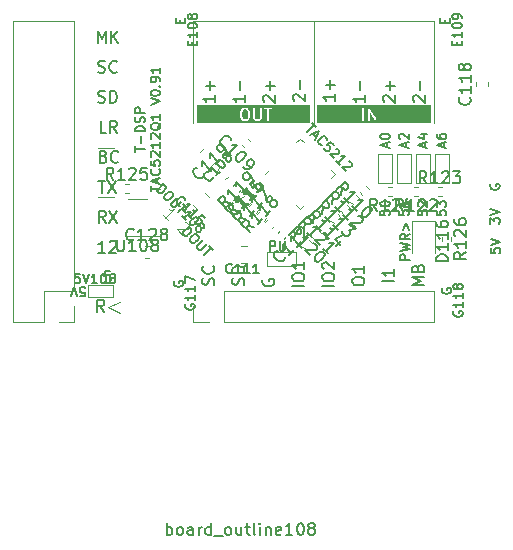
<source format=gbr>
%TF.GenerationSoftware,KiCad,Pcbnew,9.0.4*%
%TF.CreationDate,2025-08-20T17:26:20-04:00*%
%TF.ProjectId,tac5212_audio_board_single_ended,74616335-3231-4325-9f61-7564696f5f62,rev?*%
%TF.SameCoordinates,Original*%
%TF.FileFunction,Legend,Top*%
%TF.FilePolarity,Positive*%
%FSLAX46Y46*%
G04 Gerber Fmt 4.6, Leading zero omitted, Abs format (unit mm)*
G04 Created by KiCad (PCBNEW 9.0.4) date 2025-08-20 17:26:20*
%MOMM*%
%LPD*%
G01*
G04 APERTURE LIST*
%ADD10C,0.200000*%
%ADD11C,0.150000*%
%ADD12C,0.180000*%
%ADD13C,0.152400*%
%ADD14C,0.100000*%
%ADD15C,0.120000*%
G04 APERTURE END LIST*
D10*
X95827695Y-109504761D02*
X95827695Y-109047618D01*
X96627695Y-109276190D02*
X95827695Y-109276190D01*
X96322933Y-108780951D02*
X96322933Y-108171428D01*
X96627695Y-107790475D02*
X95827695Y-107790475D01*
X95827695Y-107790475D02*
X95827695Y-107599999D01*
X95827695Y-107599999D02*
X95865790Y-107485713D01*
X95865790Y-107485713D02*
X95941980Y-107409523D01*
X95941980Y-107409523D02*
X96018171Y-107371428D01*
X96018171Y-107371428D02*
X96170552Y-107333332D01*
X96170552Y-107333332D02*
X96284838Y-107333332D01*
X96284838Y-107333332D02*
X96437219Y-107371428D01*
X96437219Y-107371428D02*
X96513409Y-107409523D01*
X96513409Y-107409523D02*
X96589600Y-107485713D01*
X96589600Y-107485713D02*
X96627695Y-107599999D01*
X96627695Y-107599999D02*
X96627695Y-107790475D01*
X96589600Y-107028571D02*
X96627695Y-106914285D01*
X96627695Y-106914285D02*
X96627695Y-106723809D01*
X96627695Y-106723809D02*
X96589600Y-106647618D01*
X96589600Y-106647618D02*
X96551504Y-106609523D01*
X96551504Y-106609523D02*
X96475314Y-106571428D01*
X96475314Y-106571428D02*
X96399123Y-106571428D01*
X96399123Y-106571428D02*
X96322933Y-106609523D01*
X96322933Y-106609523D02*
X96284838Y-106647618D01*
X96284838Y-106647618D02*
X96246742Y-106723809D01*
X96246742Y-106723809D02*
X96208647Y-106876190D01*
X96208647Y-106876190D02*
X96170552Y-106952380D01*
X96170552Y-106952380D02*
X96132457Y-106990475D01*
X96132457Y-106990475D02*
X96056266Y-107028571D01*
X96056266Y-107028571D02*
X95980076Y-107028571D01*
X95980076Y-107028571D02*
X95903885Y-106990475D01*
X95903885Y-106990475D02*
X95865790Y-106952380D01*
X95865790Y-106952380D02*
X95827695Y-106876190D01*
X95827695Y-106876190D02*
X95827695Y-106685713D01*
X95827695Y-106685713D02*
X95865790Y-106571428D01*
X96627695Y-106228570D02*
X95827695Y-106228570D01*
X95827695Y-106228570D02*
X95827695Y-105923808D01*
X95827695Y-105923808D02*
X95865790Y-105847618D01*
X95865790Y-105847618D02*
X95903885Y-105809523D01*
X95903885Y-105809523D02*
X95980076Y-105771427D01*
X95980076Y-105771427D02*
X96094361Y-105771427D01*
X96094361Y-105771427D02*
X96170552Y-105809523D01*
X96170552Y-105809523D02*
X96208647Y-105847618D01*
X96208647Y-105847618D02*
X96246742Y-105923808D01*
X96246742Y-105923808D02*
X96246742Y-106228570D01*
X97115650Y-112876190D02*
X97115650Y-112419047D01*
X97915650Y-112647619D02*
X97115650Y-112647619D01*
X97687078Y-112190476D02*
X97687078Y-111809523D01*
X97915650Y-112266666D02*
X97115650Y-111999999D01*
X97115650Y-111999999D02*
X97915650Y-111733333D01*
X97839459Y-111009523D02*
X97877555Y-111047619D01*
X97877555Y-111047619D02*
X97915650Y-111161904D01*
X97915650Y-111161904D02*
X97915650Y-111238095D01*
X97915650Y-111238095D02*
X97877555Y-111352381D01*
X97877555Y-111352381D02*
X97801364Y-111428571D01*
X97801364Y-111428571D02*
X97725174Y-111466666D01*
X97725174Y-111466666D02*
X97572793Y-111504762D01*
X97572793Y-111504762D02*
X97458507Y-111504762D01*
X97458507Y-111504762D02*
X97306126Y-111466666D01*
X97306126Y-111466666D02*
X97229935Y-111428571D01*
X97229935Y-111428571D02*
X97153745Y-111352381D01*
X97153745Y-111352381D02*
X97115650Y-111238095D01*
X97115650Y-111238095D02*
X97115650Y-111161904D01*
X97115650Y-111161904D02*
X97153745Y-111047619D01*
X97153745Y-111047619D02*
X97191840Y-111009523D01*
X97115650Y-110285714D02*
X97115650Y-110666666D01*
X97115650Y-110666666D02*
X97496602Y-110704762D01*
X97496602Y-110704762D02*
X97458507Y-110666666D01*
X97458507Y-110666666D02*
X97420412Y-110590476D01*
X97420412Y-110590476D02*
X97420412Y-110400000D01*
X97420412Y-110400000D02*
X97458507Y-110323809D01*
X97458507Y-110323809D02*
X97496602Y-110285714D01*
X97496602Y-110285714D02*
X97572793Y-110247619D01*
X97572793Y-110247619D02*
X97763269Y-110247619D01*
X97763269Y-110247619D02*
X97839459Y-110285714D01*
X97839459Y-110285714D02*
X97877555Y-110323809D01*
X97877555Y-110323809D02*
X97915650Y-110400000D01*
X97915650Y-110400000D02*
X97915650Y-110590476D01*
X97915650Y-110590476D02*
X97877555Y-110666666D01*
X97877555Y-110666666D02*
X97839459Y-110704762D01*
X97191840Y-109942857D02*
X97153745Y-109904761D01*
X97153745Y-109904761D02*
X97115650Y-109828571D01*
X97115650Y-109828571D02*
X97115650Y-109638095D01*
X97115650Y-109638095D02*
X97153745Y-109561904D01*
X97153745Y-109561904D02*
X97191840Y-109523809D01*
X97191840Y-109523809D02*
X97268031Y-109485714D01*
X97268031Y-109485714D02*
X97344221Y-109485714D01*
X97344221Y-109485714D02*
X97458507Y-109523809D01*
X97458507Y-109523809D02*
X97915650Y-109980952D01*
X97915650Y-109980952D02*
X97915650Y-109485714D01*
X97915650Y-108723809D02*
X97915650Y-109180952D01*
X97915650Y-108952380D02*
X97115650Y-108952380D01*
X97115650Y-108952380D02*
X97229935Y-109028571D01*
X97229935Y-109028571D02*
X97306126Y-109104761D01*
X97306126Y-109104761D02*
X97344221Y-109180952D01*
X97191840Y-108419047D02*
X97153745Y-108380951D01*
X97153745Y-108380951D02*
X97115650Y-108304761D01*
X97115650Y-108304761D02*
X97115650Y-108114285D01*
X97115650Y-108114285D02*
X97153745Y-108038094D01*
X97153745Y-108038094D02*
X97191840Y-107999999D01*
X97191840Y-107999999D02*
X97268031Y-107961904D01*
X97268031Y-107961904D02*
X97344221Y-107961904D01*
X97344221Y-107961904D02*
X97458507Y-107999999D01*
X97458507Y-107999999D02*
X97915650Y-108457142D01*
X97915650Y-108457142D02*
X97915650Y-107961904D01*
X97991840Y-107085713D02*
X97953745Y-107161903D01*
X97953745Y-107161903D02*
X97877555Y-107238094D01*
X97877555Y-107238094D02*
X97763269Y-107352380D01*
X97763269Y-107352380D02*
X97725174Y-107428570D01*
X97725174Y-107428570D02*
X97725174Y-107504761D01*
X97915650Y-107466665D02*
X97877555Y-107542856D01*
X97877555Y-107542856D02*
X97801364Y-107619046D01*
X97801364Y-107619046D02*
X97648983Y-107657142D01*
X97648983Y-107657142D02*
X97382316Y-107657142D01*
X97382316Y-107657142D02*
X97229935Y-107619046D01*
X97229935Y-107619046D02*
X97153745Y-107542856D01*
X97153745Y-107542856D02*
X97115650Y-107466665D01*
X97115650Y-107466665D02*
X97115650Y-107314284D01*
X97115650Y-107314284D02*
X97153745Y-107238094D01*
X97153745Y-107238094D02*
X97229935Y-107161903D01*
X97229935Y-107161903D02*
X97382316Y-107123808D01*
X97382316Y-107123808D02*
X97648983Y-107123808D01*
X97648983Y-107123808D02*
X97801364Y-107161903D01*
X97801364Y-107161903D02*
X97877555Y-107238094D01*
X97877555Y-107238094D02*
X97915650Y-107314284D01*
X97915650Y-107314284D02*
X97915650Y-107466665D01*
X97915650Y-106361904D02*
X97915650Y-106819047D01*
X97915650Y-106590475D02*
X97115650Y-106590475D01*
X97115650Y-106590475D02*
X97229935Y-106666666D01*
X97229935Y-106666666D02*
X97306126Y-106742856D01*
X97306126Y-106742856D02*
X97344221Y-106819047D01*
X97115650Y-105523808D02*
X97915650Y-105257141D01*
X97915650Y-105257141D02*
X97115650Y-104990475D01*
X97115650Y-104571427D02*
X97115650Y-104495237D01*
X97115650Y-104495237D02*
X97153745Y-104419046D01*
X97153745Y-104419046D02*
X97191840Y-104380951D01*
X97191840Y-104380951D02*
X97268031Y-104342856D01*
X97268031Y-104342856D02*
X97420412Y-104304761D01*
X97420412Y-104304761D02*
X97610888Y-104304761D01*
X97610888Y-104304761D02*
X97763269Y-104342856D01*
X97763269Y-104342856D02*
X97839459Y-104380951D01*
X97839459Y-104380951D02*
X97877555Y-104419046D01*
X97877555Y-104419046D02*
X97915650Y-104495237D01*
X97915650Y-104495237D02*
X97915650Y-104571427D01*
X97915650Y-104571427D02*
X97877555Y-104647618D01*
X97877555Y-104647618D02*
X97839459Y-104685713D01*
X97839459Y-104685713D02*
X97763269Y-104723808D01*
X97763269Y-104723808D02*
X97610888Y-104761904D01*
X97610888Y-104761904D02*
X97420412Y-104761904D01*
X97420412Y-104761904D02*
X97268031Y-104723808D01*
X97268031Y-104723808D02*
X97191840Y-104685713D01*
X97191840Y-104685713D02*
X97153745Y-104647618D01*
X97153745Y-104647618D02*
X97115650Y-104571427D01*
X97839459Y-103961903D02*
X97877555Y-103923808D01*
X97877555Y-103923808D02*
X97915650Y-103961903D01*
X97915650Y-103961903D02*
X97877555Y-103999999D01*
X97877555Y-103999999D02*
X97839459Y-103961903D01*
X97839459Y-103961903D02*
X97915650Y-103961903D01*
X97915650Y-103542856D02*
X97915650Y-103390475D01*
X97915650Y-103390475D02*
X97877555Y-103314285D01*
X97877555Y-103314285D02*
X97839459Y-103276189D01*
X97839459Y-103276189D02*
X97725174Y-103199999D01*
X97725174Y-103199999D02*
X97572793Y-103161904D01*
X97572793Y-103161904D02*
X97268031Y-103161904D01*
X97268031Y-103161904D02*
X97191840Y-103199999D01*
X97191840Y-103199999D02*
X97153745Y-103238094D01*
X97153745Y-103238094D02*
X97115650Y-103314285D01*
X97115650Y-103314285D02*
X97115650Y-103466666D01*
X97115650Y-103466666D02*
X97153745Y-103542856D01*
X97153745Y-103542856D02*
X97191840Y-103580951D01*
X97191840Y-103580951D02*
X97268031Y-103619047D01*
X97268031Y-103619047D02*
X97458507Y-103619047D01*
X97458507Y-103619047D02*
X97534697Y-103580951D01*
X97534697Y-103580951D02*
X97572793Y-103542856D01*
X97572793Y-103542856D02*
X97610888Y-103466666D01*
X97610888Y-103466666D02*
X97610888Y-103314285D01*
X97610888Y-103314285D02*
X97572793Y-103238094D01*
X97572793Y-103238094D02*
X97534697Y-103199999D01*
X97534697Y-103199999D02*
X97458507Y-103161904D01*
X97915650Y-102399999D02*
X97915650Y-102857142D01*
X97915650Y-102628570D02*
X97115650Y-102628570D01*
X97115650Y-102628570D02*
X97229935Y-102704761D01*
X97229935Y-102704761D02*
X97306126Y-102780951D01*
X97306126Y-102780951D02*
X97344221Y-102857142D01*
D11*
X111659793Y-114757634D02*
X111760808Y-114185215D01*
X111255732Y-114353573D02*
X111962839Y-113646466D01*
X111962839Y-113646466D02*
X112232213Y-113915840D01*
X112232213Y-113915840D02*
X112265885Y-114016856D01*
X112265885Y-114016856D02*
X112265885Y-114084199D01*
X112265885Y-114084199D02*
X112232213Y-114185215D01*
X112232213Y-114185215D02*
X112131198Y-114286230D01*
X112131198Y-114286230D02*
X112030182Y-114319902D01*
X112030182Y-114319902D02*
X111962839Y-114319902D01*
X111962839Y-114319902D02*
X111861824Y-114286230D01*
X111861824Y-114286230D02*
X111592450Y-114016856D01*
X112333228Y-115431069D02*
X111929167Y-115027008D01*
X112131198Y-115229039D02*
X112838304Y-114521932D01*
X112838304Y-114521932D02*
X112669946Y-114555604D01*
X112669946Y-114555604D02*
X112535259Y-114555604D01*
X112535259Y-114555604D02*
X112434243Y-114521932D01*
X113006663Y-116104504D02*
X112602602Y-115700443D01*
X112804633Y-115902474D02*
X113511739Y-115195367D01*
X113511739Y-115195367D02*
X113343381Y-115229039D01*
X113343381Y-115229039D02*
X113208694Y-115229039D01*
X113208694Y-115229039D02*
X113107678Y-115195367D01*
X113949472Y-115633100D02*
X114387205Y-116070833D01*
X114387205Y-116070833D02*
X113882129Y-116104504D01*
X113882129Y-116104504D02*
X113983144Y-116205520D01*
X113983144Y-116205520D02*
X114016816Y-116306535D01*
X114016816Y-116306535D02*
X114016816Y-116373878D01*
X114016816Y-116373878D02*
X113983144Y-116474894D01*
X113983144Y-116474894D02*
X113814785Y-116643252D01*
X113814785Y-116643252D02*
X113713770Y-116676924D01*
X113713770Y-116676924D02*
X113646426Y-116676924D01*
X113646426Y-116676924D02*
X113545411Y-116643252D01*
X113545411Y-116643252D02*
X113343381Y-116441222D01*
X113343381Y-116441222D02*
X113309709Y-116340207D01*
X113309709Y-116340207D02*
X113309709Y-116272863D01*
X110114423Y-116103004D02*
X110215438Y-115530585D01*
X109710362Y-115698943D02*
X110417469Y-114991836D01*
X110417469Y-114991836D02*
X110686843Y-115261210D01*
X110686843Y-115261210D02*
X110720515Y-115362226D01*
X110720515Y-115362226D02*
X110720515Y-115429569D01*
X110720515Y-115429569D02*
X110686843Y-115530585D01*
X110686843Y-115530585D02*
X110585828Y-115631600D01*
X110585828Y-115631600D02*
X110484812Y-115665272D01*
X110484812Y-115665272D02*
X110417469Y-115665272D01*
X110417469Y-115665272D02*
X110316454Y-115631600D01*
X110316454Y-115631600D02*
X110047080Y-115362226D01*
X110787858Y-116776439D02*
X110383797Y-116372378D01*
X110585828Y-116574409D02*
X111292934Y-115867302D01*
X111292934Y-115867302D02*
X111124576Y-115900974D01*
X111124576Y-115900974D02*
X110989889Y-115900974D01*
X110989889Y-115900974D02*
X110888873Y-115867302D01*
X111696995Y-116406050D02*
X111764339Y-116406050D01*
X111764339Y-116406050D02*
X111865354Y-116439722D01*
X111865354Y-116439722D02*
X112033713Y-116608081D01*
X112033713Y-116608081D02*
X112067385Y-116709096D01*
X112067385Y-116709096D02*
X112067385Y-116776439D01*
X112067385Y-116776439D02*
X112033713Y-116877455D01*
X112033713Y-116877455D02*
X111966369Y-116944798D01*
X111966369Y-116944798D02*
X111831682Y-117012142D01*
X111831682Y-117012142D02*
X111023560Y-117012142D01*
X111023560Y-117012142D02*
X111461293Y-117449874D01*
X112134728Y-118123309D02*
X111730667Y-117719248D01*
X111932698Y-117921279D02*
X112639804Y-117214172D01*
X112639804Y-117214172D02*
X112471446Y-117247844D01*
X112471446Y-117247844D02*
X112336759Y-117247844D01*
X112336759Y-117247844D02*
X112235743Y-117214172D01*
X98470594Y-141959819D02*
X98470594Y-140959819D01*
X98470594Y-141340771D02*
X98565832Y-141293152D01*
X98565832Y-141293152D02*
X98756308Y-141293152D01*
X98756308Y-141293152D02*
X98851546Y-141340771D01*
X98851546Y-141340771D02*
X98899165Y-141388390D01*
X98899165Y-141388390D02*
X98946784Y-141483628D01*
X98946784Y-141483628D02*
X98946784Y-141769342D01*
X98946784Y-141769342D02*
X98899165Y-141864580D01*
X98899165Y-141864580D02*
X98851546Y-141912200D01*
X98851546Y-141912200D02*
X98756308Y-141959819D01*
X98756308Y-141959819D02*
X98565832Y-141959819D01*
X98565832Y-141959819D02*
X98470594Y-141912200D01*
X99518213Y-141959819D02*
X99422975Y-141912200D01*
X99422975Y-141912200D02*
X99375356Y-141864580D01*
X99375356Y-141864580D02*
X99327737Y-141769342D01*
X99327737Y-141769342D02*
X99327737Y-141483628D01*
X99327737Y-141483628D02*
X99375356Y-141388390D01*
X99375356Y-141388390D02*
X99422975Y-141340771D01*
X99422975Y-141340771D02*
X99518213Y-141293152D01*
X99518213Y-141293152D02*
X99661070Y-141293152D01*
X99661070Y-141293152D02*
X99756308Y-141340771D01*
X99756308Y-141340771D02*
X99803927Y-141388390D01*
X99803927Y-141388390D02*
X99851546Y-141483628D01*
X99851546Y-141483628D02*
X99851546Y-141769342D01*
X99851546Y-141769342D02*
X99803927Y-141864580D01*
X99803927Y-141864580D02*
X99756308Y-141912200D01*
X99756308Y-141912200D02*
X99661070Y-141959819D01*
X99661070Y-141959819D02*
X99518213Y-141959819D01*
X100708689Y-141959819D02*
X100708689Y-141436009D01*
X100708689Y-141436009D02*
X100661070Y-141340771D01*
X100661070Y-141340771D02*
X100565832Y-141293152D01*
X100565832Y-141293152D02*
X100375356Y-141293152D01*
X100375356Y-141293152D02*
X100280118Y-141340771D01*
X100708689Y-141912200D02*
X100613451Y-141959819D01*
X100613451Y-141959819D02*
X100375356Y-141959819D01*
X100375356Y-141959819D02*
X100280118Y-141912200D01*
X100280118Y-141912200D02*
X100232499Y-141816961D01*
X100232499Y-141816961D02*
X100232499Y-141721723D01*
X100232499Y-141721723D02*
X100280118Y-141626485D01*
X100280118Y-141626485D02*
X100375356Y-141578866D01*
X100375356Y-141578866D02*
X100613451Y-141578866D01*
X100613451Y-141578866D02*
X100708689Y-141531247D01*
X101184880Y-141959819D02*
X101184880Y-141293152D01*
X101184880Y-141483628D02*
X101232499Y-141388390D01*
X101232499Y-141388390D02*
X101280118Y-141340771D01*
X101280118Y-141340771D02*
X101375356Y-141293152D01*
X101375356Y-141293152D02*
X101470594Y-141293152D01*
X102232499Y-141959819D02*
X102232499Y-140959819D01*
X102232499Y-141912200D02*
X102137261Y-141959819D01*
X102137261Y-141959819D02*
X101946785Y-141959819D01*
X101946785Y-141959819D02*
X101851547Y-141912200D01*
X101851547Y-141912200D02*
X101803928Y-141864580D01*
X101803928Y-141864580D02*
X101756309Y-141769342D01*
X101756309Y-141769342D02*
X101756309Y-141483628D01*
X101756309Y-141483628D02*
X101803928Y-141388390D01*
X101803928Y-141388390D02*
X101851547Y-141340771D01*
X101851547Y-141340771D02*
X101946785Y-141293152D01*
X101946785Y-141293152D02*
X102137261Y-141293152D01*
X102137261Y-141293152D02*
X102232499Y-141340771D01*
X102470595Y-142055057D02*
X103232499Y-142055057D01*
X103613452Y-141959819D02*
X103518214Y-141912200D01*
X103518214Y-141912200D02*
X103470595Y-141864580D01*
X103470595Y-141864580D02*
X103422976Y-141769342D01*
X103422976Y-141769342D02*
X103422976Y-141483628D01*
X103422976Y-141483628D02*
X103470595Y-141388390D01*
X103470595Y-141388390D02*
X103518214Y-141340771D01*
X103518214Y-141340771D02*
X103613452Y-141293152D01*
X103613452Y-141293152D02*
X103756309Y-141293152D01*
X103756309Y-141293152D02*
X103851547Y-141340771D01*
X103851547Y-141340771D02*
X103899166Y-141388390D01*
X103899166Y-141388390D02*
X103946785Y-141483628D01*
X103946785Y-141483628D02*
X103946785Y-141769342D01*
X103946785Y-141769342D02*
X103899166Y-141864580D01*
X103899166Y-141864580D02*
X103851547Y-141912200D01*
X103851547Y-141912200D02*
X103756309Y-141959819D01*
X103756309Y-141959819D02*
X103613452Y-141959819D01*
X104803928Y-141293152D02*
X104803928Y-141959819D01*
X104375357Y-141293152D02*
X104375357Y-141816961D01*
X104375357Y-141816961D02*
X104422976Y-141912200D01*
X104422976Y-141912200D02*
X104518214Y-141959819D01*
X104518214Y-141959819D02*
X104661071Y-141959819D01*
X104661071Y-141959819D02*
X104756309Y-141912200D01*
X104756309Y-141912200D02*
X104803928Y-141864580D01*
X105137262Y-141293152D02*
X105518214Y-141293152D01*
X105280119Y-140959819D02*
X105280119Y-141816961D01*
X105280119Y-141816961D02*
X105327738Y-141912200D01*
X105327738Y-141912200D02*
X105422976Y-141959819D01*
X105422976Y-141959819D02*
X105518214Y-141959819D01*
X105994405Y-141959819D02*
X105899167Y-141912200D01*
X105899167Y-141912200D02*
X105851548Y-141816961D01*
X105851548Y-141816961D02*
X105851548Y-140959819D01*
X106375358Y-141959819D02*
X106375358Y-141293152D01*
X106375358Y-140959819D02*
X106327739Y-141007438D01*
X106327739Y-141007438D02*
X106375358Y-141055057D01*
X106375358Y-141055057D02*
X106422977Y-141007438D01*
X106422977Y-141007438D02*
X106375358Y-140959819D01*
X106375358Y-140959819D02*
X106375358Y-141055057D01*
X106851548Y-141293152D02*
X106851548Y-141959819D01*
X106851548Y-141388390D02*
X106899167Y-141340771D01*
X106899167Y-141340771D02*
X106994405Y-141293152D01*
X106994405Y-141293152D02*
X107137262Y-141293152D01*
X107137262Y-141293152D02*
X107232500Y-141340771D01*
X107232500Y-141340771D02*
X107280119Y-141436009D01*
X107280119Y-141436009D02*
X107280119Y-141959819D01*
X108137262Y-141912200D02*
X108042024Y-141959819D01*
X108042024Y-141959819D02*
X107851548Y-141959819D01*
X107851548Y-141959819D02*
X107756310Y-141912200D01*
X107756310Y-141912200D02*
X107708691Y-141816961D01*
X107708691Y-141816961D02*
X107708691Y-141436009D01*
X107708691Y-141436009D02*
X107756310Y-141340771D01*
X107756310Y-141340771D02*
X107851548Y-141293152D01*
X107851548Y-141293152D02*
X108042024Y-141293152D01*
X108042024Y-141293152D02*
X108137262Y-141340771D01*
X108137262Y-141340771D02*
X108184881Y-141436009D01*
X108184881Y-141436009D02*
X108184881Y-141531247D01*
X108184881Y-141531247D02*
X107708691Y-141626485D01*
X109137262Y-141959819D02*
X108565834Y-141959819D01*
X108851548Y-141959819D02*
X108851548Y-140959819D01*
X108851548Y-140959819D02*
X108756310Y-141102676D01*
X108756310Y-141102676D02*
X108661072Y-141197914D01*
X108661072Y-141197914D02*
X108565834Y-141245533D01*
X109756310Y-140959819D02*
X109851548Y-140959819D01*
X109851548Y-140959819D02*
X109946786Y-141007438D01*
X109946786Y-141007438D02*
X109994405Y-141055057D01*
X109994405Y-141055057D02*
X110042024Y-141150295D01*
X110042024Y-141150295D02*
X110089643Y-141340771D01*
X110089643Y-141340771D02*
X110089643Y-141578866D01*
X110089643Y-141578866D02*
X110042024Y-141769342D01*
X110042024Y-141769342D02*
X109994405Y-141864580D01*
X109994405Y-141864580D02*
X109946786Y-141912200D01*
X109946786Y-141912200D02*
X109851548Y-141959819D01*
X109851548Y-141959819D02*
X109756310Y-141959819D01*
X109756310Y-141959819D02*
X109661072Y-141912200D01*
X109661072Y-141912200D02*
X109613453Y-141864580D01*
X109613453Y-141864580D02*
X109565834Y-141769342D01*
X109565834Y-141769342D02*
X109518215Y-141578866D01*
X109518215Y-141578866D02*
X109518215Y-141340771D01*
X109518215Y-141340771D02*
X109565834Y-141150295D01*
X109565834Y-141150295D02*
X109613453Y-141055057D01*
X109613453Y-141055057D02*
X109661072Y-141007438D01*
X109661072Y-141007438D02*
X109756310Y-140959819D01*
X110661072Y-141388390D02*
X110565834Y-141340771D01*
X110565834Y-141340771D02*
X110518215Y-141293152D01*
X110518215Y-141293152D02*
X110470596Y-141197914D01*
X110470596Y-141197914D02*
X110470596Y-141150295D01*
X110470596Y-141150295D02*
X110518215Y-141055057D01*
X110518215Y-141055057D02*
X110565834Y-141007438D01*
X110565834Y-141007438D02*
X110661072Y-140959819D01*
X110661072Y-140959819D02*
X110851548Y-140959819D01*
X110851548Y-140959819D02*
X110946786Y-141007438D01*
X110946786Y-141007438D02*
X110994405Y-141055057D01*
X110994405Y-141055057D02*
X111042024Y-141150295D01*
X111042024Y-141150295D02*
X111042024Y-141197914D01*
X111042024Y-141197914D02*
X110994405Y-141293152D01*
X110994405Y-141293152D02*
X110946786Y-141340771D01*
X110946786Y-141340771D02*
X110851548Y-141388390D01*
X110851548Y-141388390D02*
X110661072Y-141388390D01*
X110661072Y-141388390D02*
X110565834Y-141436009D01*
X110565834Y-141436009D02*
X110518215Y-141483628D01*
X110518215Y-141483628D02*
X110470596Y-141578866D01*
X110470596Y-141578866D02*
X110470596Y-141769342D01*
X110470596Y-141769342D02*
X110518215Y-141864580D01*
X110518215Y-141864580D02*
X110565834Y-141912200D01*
X110565834Y-141912200D02*
X110661072Y-141959819D01*
X110661072Y-141959819D02*
X110851548Y-141959819D01*
X110851548Y-141959819D02*
X110946786Y-141912200D01*
X110946786Y-141912200D02*
X110994405Y-141864580D01*
X110994405Y-141864580D02*
X111042024Y-141769342D01*
X111042024Y-141769342D02*
X111042024Y-141578866D01*
X111042024Y-141578866D02*
X110994405Y-141483628D01*
X110994405Y-141483628D02*
X110946786Y-141436009D01*
X110946786Y-141436009D02*
X110851548Y-141388390D01*
X93710595Y-119604819D02*
X93234405Y-119604819D01*
X93234405Y-119604819D02*
X93186786Y-120081009D01*
X93186786Y-120081009D02*
X93234405Y-120033390D01*
X93234405Y-120033390D02*
X93329643Y-119985771D01*
X93329643Y-119985771D02*
X93567738Y-119985771D01*
X93567738Y-119985771D02*
X93662976Y-120033390D01*
X93662976Y-120033390D02*
X93710595Y-120081009D01*
X93710595Y-120081009D02*
X93758214Y-120176247D01*
X93758214Y-120176247D02*
X93758214Y-120414342D01*
X93758214Y-120414342D02*
X93710595Y-120509580D01*
X93710595Y-120509580D02*
X93662976Y-120557200D01*
X93662976Y-120557200D02*
X93567738Y-120604819D01*
X93567738Y-120604819D02*
X93329643Y-120604819D01*
X93329643Y-120604819D02*
X93234405Y-120557200D01*
X93234405Y-120557200D02*
X93186786Y-120509580D01*
X92686786Y-102777200D02*
X92829643Y-102824819D01*
X92829643Y-102824819D02*
X93067738Y-102824819D01*
X93067738Y-102824819D02*
X93162976Y-102777200D01*
X93162976Y-102777200D02*
X93210595Y-102729580D01*
X93210595Y-102729580D02*
X93258214Y-102634342D01*
X93258214Y-102634342D02*
X93258214Y-102539104D01*
X93258214Y-102539104D02*
X93210595Y-102443866D01*
X93210595Y-102443866D02*
X93162976Y-102396247D01*
X93162976Y-102396247D02*
X93067738Y-102348628D01*
X93067738Y-102348628D02*
X92877262Y-102301009D01*
X92877262Y-102301009D02*
X92782024Y-102253390D01*
X92782024Y-102253390D02*
X92734405Y-102205771D01*
X92734405Y-102205771D02*
X92686786Y-102110533D01*
X92686786Y-102110533D02*
X92686786Y-102015295D01*
X92686786Y-102015295D02*
X92734405Y-101920057D01*
X92734405Y-101920057D02*
X92782024Y-101872438D01*
X92782024Y-101872438D02*
X92877262Y-101824819D01*
X92877262Y-101824819D02*
X93115357Y-101824819D01*
X93115357Y-101824819D02*
X93258214Y-101872438D01*
X94258214Y-102729580D02*
X94210595Y-102777200D01*
X94210595Y-102777200D02*
X94067738Y-102824819D01*
X94067738Y-102824819D02*
X93972500Y-102824819D01*
X93972500Y-102824819D02*
X93829643Y-102777200D01*
X93829643Y-102777200D02*
X93734405Y-102681961D01*
X93734405Y-102681961D02*
X93686786Y-102586723D01*
X93686786Y-102586723D02*
X93639167Y-102396247D01*
X93639167Y-102396247D02*
X93639167Y-102253390D01*
X93639167Y-102253390D02*
X93686786Y-102062914D01*
X93686786Y-102062914D02*
X93734405Y-101967676D01*
X93734405Y-101967676D02*
X93829643Y-101872438D01*
X93829643Y-101872438D02*
X93972500Y-101824819D01*
X93972500Y-101824819D02*
X94067738Y-101824819D01*
X94067738Y-101824819D02*
X94210595Y-101872438D01*
X94210595Y-101872438D02*
X94258214Y-101920057D01*
X109282557Y-105209761D02*
X109234938Y-105162142D01*
X109234938Y-105162142D02*
X109187319Y-105066904D01*
X109187319Y-105066904D02*
X109187319Y-104828809D01*
X109187319Y-104828809D02*
X109234938Y-104733571D01*
X109234938Y-104733571D02*
X109282557Y-104685952D01*
X109282557Y-104685952D02*
X109377795Y-104638333D01*
X109377795Y-104638333D02*
X109473033Y-104638333D01*
X109473033Y-104638333D02*
X109615890Y-104685952D01*
X109615890Y-104685952D02*
X110187319Y-105257380D01*
X110187319Y-105257380D02*
X110187319Y-104638333D01*
X109806366Y-104209761D02*
X109806366Y-103447857D01*
X93282023Y-118064819D02*
X92710595Y-118064819D01*
X92996309Y-118064819D02*
X92996309Y-117064819D01*
X92996309Y-117064819D02*
X92901071Y-117207676D01*
X92901071Y-117207676D02*
X92805833Y-117302914D01*
X92805833Y-117302914D02*
X92710595Y-117350533D01*
X93662976Y-117160057D02*
X93710595Y-117112438D01*
X93710595Y-117112438D02*
X93805833Y-117064819D01*
X93805833Y-117064819D02*
X94043928Y-117064819D01*
X94043928Y-117064819D02*
X94139166Y-117112438D01*
X94139166Y-117112438D02*
X94186785Y-117160057D01*
X94186785Y-117160057D02*
X94234404Y-117255295D01*
X94234404Y-117255295D02*
X94234404Y-117350533D01*
X94234404Y-117350533D02*
X94186785Y-117493390D01*
X94186785Y-117493390D02*
X93615357Y-118064819D01*
X93615357Y-118064819D02*
X94234404Y-118064819D01*
X92639167Y-100284819D02*
X92639167Y-99284819D01*
X92639167Y-99284819D02*
X92972500Y-99999104D01*
X92972500Y-99999104D02*
X93305833Y-99284819D01*
X93305833Y-99284819D02*
X93305833Y-100284819D01*
X93782024Y-100284819D02*
X93782024Y-99284819D01*
X94353452Y-100284819D02*
X93924881Y-99713390D01*
X94353452Y-99284819D02*
X93782024Y-99856247D01*
X92710595Y-111984819D02*
X93282023Y-111984819D01*
X92996309Y-112984819D02*
X92996309Y-111984819D01*
X93520119Y-111984819D02*
X94186785Y-112984819D01*
X94186785Y-111984819D02*
X93520119Y-112984819D01*
G36*
X105273787Y-105969077D02*
G01*
X105345729Y-106041019D01*
X105386071Y-106202386D01*
X105386071Y-106517251D01*
X105345729Y-106678617D01*
X105273786Y-106750561D01*
X105205271Y-106784819D01*
X105050205Y-106784819D01*
X104981689Y-106750561D01*
X104909746Y-106678617D01*
X104869405Y-106517251D01*
X104869405Y-106202386D01*
X104909746Y-106041019D01*
X104981689Y-105969077D01*
X105050205Y-105934819D01*
X105205271Y-105934819D01*
X105273787Y-105969077D01*
G37*
G36*
X107550503Y-107045930D02*
G01*
X104608294Y-107045930D01*
X104608294Y-106193152D01*
X104719405Y-106193152D01*
X104719405Y-106526485D01*
X104719656Y-106529038D01*
X104719494Y-106530131D01*
X104720303Y-106535604D01*
X104720846Y-106541117D01*
X104721268Y-106542138D01*
X104721644Y-106544675D01*
X104769263Y-106735151D01*
X104774210Y-106748997D01*
X104777529Y-106753476D01*
X104779663Y-106758628D01*
X104788991Y-106769994D01*
X104884229Y-106865233D01*
X104889979Y-106869953D01*
X104891278Y-106871450D01*
X104893532Y-106872869D01*
X104895594Y-106874561D01*
X104897426Y-106875319D01*
X104903721Y-106879282D01*
X104998959Y-106926901D01*
X105012690Y-106932156D01*
X105015379Y-106932347D01*
X105017868Y-106933378D01*
X105032500Y-106934819D01*
X105222976Y-106934819D01*
X105237608Y-106933378D01*
X105240097Y-106932346D01*
X105242785Y-106932156D01*
X105256517Y-106926901D01*
X105351755Y-106879282D01*
X105358054Y-106875317D01*
X105359882Y-106874560D01*
X105361938Y-106872871D01*
X105364198Y-106871450D01*
X105365497Y-106869951D01*
X105371247Y-106865233D01*
X105466486Y-106769993D01*
X105475813Y-106758628D01*
X105477946Y-106753476D01*
X105481266Y-106748997D01*
X105486213Y-106735151D01*
X105533832Y-106544675D01*
X105534207Y-106542138D01*
X105534630Y-106541117D01*
X105535172Y-106535604D01*
X105535982Y-106530131D01*
X105535819Y-106529038D01*
X105536071Y-106526485D01*
X105536071Y-106193152D01*
X105535819Y-106190598D01*
X105535982Y-106189506D01*
X105535172Y-106184032D01*
X105534630Y-106178520D01*
X105534207Y-106177498D01*
X105533832Y-106174962D01*
X105486213Y-105984486D01*
X105481266Y-105970640D01*
X105477947Y-105966161D01*
X105475813Y-105961008D01*
X105466485Y-105949643D01*
X105376661Y-105859819D01*
X105814643Y-105859819D01*
X105814643Y-106669342D01*
X105816084Y-106683974D01*
X105817115Y-106686463D01*
X105817306Y-106689151D01*
X105822561Y-106702883D01*
X105870180Y-106798121D01*
X105874143Y-106804417D01*
X105874901Y-106806247D01*
X105876590Y-106808305D01*
X105878012Y-106810564D01*
X105879510Y-106811863D01*
X105884228Y-106817612D01*
X105931847Y-106865232D01*
X105937596Y-106869950D01*
X105938897Y-106871450D01*
X105941156Y-106872872D01*
X105943213Y-106874560D01*
X105945040Y-106875317D01*
X105951340Y-106879282D01*
X106046578Y-106926901D01*
X106060309Y-106932156D01*
X106062998Y-106932347D01*
X106065487Y-106933378D01*
X106080119Y-106934819D01*
X106270595Y-106934819D01*
X106285227Y-106933378D01*
X106287716Y-106932346D01*
X106290404Y-106932156D01*
X106304136Y-106926901D01*
X106399374Y-106879282D01*
X106405673Y-106875317D01*
X106407501Y-106874560D01*
X106409557Y-106872872D01*
X106411817Y-106871450D01*
X106413117Y-106869950D01*
X106418867Y-106865232D01*
X106466485Y-106817613D01*
X106471203Y-106811863D01*
X106472702Y-106810564D01*
X106474123Y-106808305D01*
X106475813Y-106806247D01*
X106476570Y-106804417D01*
X106480534Y-106798121D01*
X106528153Y-106702883D01*
X106533408Y-106689152D01*
X106533599Y-106686462D01*
X106534630Y-106683974D01*
X106536071Y-106669342D01*
X106536071Y-105859819D01*
X106534630Y-105845187D01*
X106720846Y-105845187D01*
X106720846Y-105874451D01*
X106732045Y-105901487D01*
X106752737Y-105922179D01*
X106779773Y-105933378D01*
X106794405Y-105934819D01*
X107005119Y-105934819D01*
X107005119Y-106859819D01*
X107006560Y-106874451D01*
X107017759Y-106901487D01*
X107038451Y-106922179D01*
X107065487Y-106933378D01*
X107094751Y-106933378D01*
X107121787Y-106922179D01*
X107142479Y-106901487D01*
X107153678Y-106874451D01*
X107155119Y-106859819D01*
X107155119Y-105934819D01*
X107365833Y-105934819D01*
X107380465Y-105933378D01*
X107407501Y-105922179D01*
X107428193Y-105901487D01*
X107439392Y-105874451D01*
X107439392Y-105845187D01*
X107428193Y-105818151D01*
X107407501Y-105797459D01*
X107380465Y-105786260D01*
X107365833Y-105784819D01*
X106794405Y-105784819D01*
X106779773Y-105786260D01*
X106752737Y-105797459D01*
X106732045Y-105818151D01*
X106720846Y-105845187D01*
X106534630Y-105845187D01*
X106523431Y-105818151D01*
X106502739Y-105797459D01*
X106475703Y-105786260D01*
X106446439Y-105786260D01*
X106419403Y-105797459D01*
X106398711Y-105818151D01*
X106387512Y-105845187D01*
X106386071Y-105859819D01*
X106386071Y-106651637D01*
X106351812Y-106720153D01*
X106321405Y-106750561D01*
X106252890Y-106784819D01*
X106097824Y-106784819D01*
X106029308Y-106750561D01*
X105998901Y-106720153D01*
X105964643Y-106651637D01*
X105964643Y-105859819D01*
X105963202Y-105845187D01*
X105952003Y-105818151D01*
X105931311Y-105797459D01*
X105904275Y-105786260D01*
X105875011Y-105786260D01*
X105847975Y-105797459D01*
X105827283Y-105818151D01*
X105816084Y-105845187D01*
X105814643Y-105859819D01*
X105376661Y-105859819D01*
X105371247Y-105854405D01*
X105365497Y-105849686D01*
X105364198Y-105848188D01*
X105361938Y-105846766D01*
X105359882Y-105845078D01*
X105358054Y-105844320D01*
X105351755Y-105840356D01*
X105256517Y-105792737D01*
X105242785Y-105787482D01*
X105240097Y-105787291D01*
X105237608Y-105786260D01*
X105222976Y-105784819D01*
X105032500Y-105784819D01*
X105017868Y-105786260D01*
X105015379Y-105787290D01*
X105012690Y-105787482D01*
X104998959Y-105792737D01*
X104903721Y-105840356D01*
X104897426Y-105844318D01*
X104895594Y-105845077D01*
X104893532Y-105846768D01*
X104891278Y-105848188D01*
X104889979Y-105849684D01*
X104884229Y-105854405D01*
X104788991Y-105949643D01*
X104779664Y-105961008D01*
X104777530Y-105966158D01*
X104774210Y-105970640D01*
X104769263Y-105984486D01*
X104721644Y-106174962D01*
X104721268Y-106177498D01*
X104720846Y-106178520D01*
X104720303Y-106184032D01*
X104719494Y-106189506D01*
X104719656Y-106190598D01*
X104719405Y-106193152D01*
X104608294Y-106193152D01*
X104608294Y-105673708D01*
X107550503Y-105673708D01*
X107550503Y-107045930D01*
G37*
X102459700Y-120785713D02*
X102507319Y-120642856D01*
X102507319Y-120642856D02*
X102507319Y-120404761D01*
X102507319Y-120404761D02*
X102459700Y-120309523D01*
X102459700Y-120309523D02*
X102412080Y-120261904D01*
X102412080Y-120261904D02*
X102316842Y-120214285D01*
X102316842Y-120214285D02*
X102221604Y-120214285D01*
X102221604Y-120214285D02*
X102126366Y-120261904D01*
X102126366Y-120261904D02*
X102078747Y-120309523D01*
X102078747Y-120309523D02*
X102031128Y-120404761D01*
X102031128Y-120404761D02*
X101983509Y-120595237D01*
X101983509Y-120595237D02*
X101935890Y-120690475D01*
X101935890Y-120690475D02*
X101888271Y-120738094D01*
X101888271Y-120738094D02*
X101793033Y-120785713D01*
X101793033Y-120785713D02*
X101697795Y-120785713D01*
X101697795Y-120785713D02*
X101602557Y-120738094D01*
X101602557Y-120738094D02*
X101554938Y-120690475D01*
X101554938Y-120690475D02*
X101507319Y-120595237D01*
X101507319Y-120595237D02*
X101507319Y-120357142D01*
X101507319Y-120357142D02*
X101554938Y-120214285D01*
X102412080Y-119214285D02*
X102459700Y-119261904D01*
X102459700Y-119261904D02*
X102507319Y-119404761D01*
X102507319Y-119404761D02*
X102507319Y-119499999D01*
X102507319Y-119499999D02*
X102459700Y-119642856D01*
X102459700Y-119642856D02*
X102364461Y-119738094D01*
X102364461Y-119738094D02*
X102269223Y-119785713D01*
X102269223Y-119785713D02*
X102078747Y-119833332D01*
X102078747Y-119833332D02*
X101935890Y-119833332D01*
X101935890Y-119833332D02*
X101745414Y-119785713D01*
X101745414Y-119785713D02*
X101650176Y-119738094D01*
X101650176Y-119738094D02*
X101554938Y-119642856D01*
X101554938Y-119642856D02*
X101507319Y-119499999D01*
X101507319Y-119499999D02*
X101507319Y-119404761D01*
X101507319Y-119404761D02*
X101554938Y-119261904D01*
X101554938Y-119261904D02*
X101602557Y-119214285D01*
X112667319Y-120904999D02*
X111667319Y-120904999D01*
X111667319Y-120238333D02*
X111667319Y-120047857D01*
X111667319Y-120047857D02*
X111714938Y-119952619D01*
X111714938Y-119952619D02*
X111810176Y-119857381D01*
X111810176Y-119857381D02*
X112000652Y-119809762D01*
X112000652Y-119809762D02*
X112333985Y-119809762D01*
X112333985Y-119809762D02*
X112524461Y-119857381D01*
X112524461Y-119857381D02*
X112619700Y-119952619D01*
X112619700Y-119952619D02*
X112667319Y-120047857D01*
X112667319Y-120047857D02*
X112667319Y-120238333D01*
X112667319Y-120238333D02*
X112619700Y-120333571D01*
X112619700Y-120333571D02*
X112524461Y-120428809D01*
X112524461Y-120428809D02*
X112333985Y-120476428D01*
X112333985Y-120476428D02*
X112000652Y-120476428D01*
X112000652Y-120476428D02*
X111810176Y-120428809D01*
X111810176Y-120428809D02*
X111714938Y-120333571D01*
X111714938Y-120333571D02*
X111667319Y-120238333D01*
X111762557Y-119428809D02*
X111714938Y-119381190D01*
X111714938Y-119381190D02*
X111667319Y-119285952D01*
X111667319Y-119285952D02*
X111667319Y-119047857D01*
X111667319Y-119047857D02*
X111714938Y-118952619D01*
X111714938Y-118952619D02*
X111762557Y-118905000D01*
X111762557Y-118905000D02*
X111857795Y-118857381D01*
X111857795Y-118857381D02*
X111953033Y-118857381D01*
X111953033Y-118857381D02*
X112095890Y-118905000D01*
X112095890Y-118905000D02*
X112667319Y-119476428D01*
X112667319Y-119476428D02*
X112667319Y-118857381D01*
X125884795Y-115614523D02*
X125884795Y-115119285D01*
X125884795Y-115119285D02*
X126189557Y-115385951D01*
X126189557Y-115385951D02*
X126189557Y-115271666D01*
X126189557Y-115271666D02*
X126227652Y-115195475D01*
X126227652Y-115195475D02*
X126265747Y-115157380D01*
X126265747Y-115157380D02*
X126341938Y-115119285D01*
X126341938Y-115119285D02*
X126532414Y-115119285D01*
X126532414Y-115119285D02*
X126608604Y-115157380D01*
X126608604Y-115157380D02*
X126646700Y-115195475D01*
X126646700Y-115195475D02*
X126684795Y-115271666D01*
X126684795Y-115271666D02*
X126684795Y-115500237D01*
X126684795Y-115500237D02*
X126646700Y-115576428D01*
X126646700Y-115576428D02*
X126608604Y-115614523D01*
X125884795Y-114890713D02*
X126684795Y-114624046D01*
X126684795Y-114624046D02*
X125884795Y-114357380D01*
X117747319Y-120476189D02*
X116747319Y-120476189D01*
X117747319Y-119476190D02*
X117747319Y-120047618D01*
X117747319Y-119761904D02*
X116747319Y-119761904D01*
X116747319Y-119761904D02*
X116890176Y-119857142D01*
X116890176Y-119857142D02*
X116985414Y-119952380D01*
X116985414Y-119952380D02*
X117033033Y-120047618D01*
X106634938Y-120338095D02*
X106587319Y-120433333D01*
X106587319Y-120433333D02*
X106587319Y-120576190D01*
X106587319Y-120576190D02*
X106634938Y-120719047D01*
X106634938Y-120719047D02*
X106730176Y-120814285D01*
X106730176Y-120814285D02*
X106825414Y-120861904D01*
X106825414Y-120861904D02*
X107015890Y-120909523D01*
X107015890Y-120909523D02*
X107158747Y-120909523D01*
X107158747Y-120909523D02*
X107349223Y-120861904D01*
X107349223Y-120861904D02*
X107444461Y-120814285D01*
X107444461Y-120814285D02*
X107539700Y-120719047D01*
X107539700Y-120719047D02*
X107587319Y-120576190D01*
X107587319Y-120576190D02*
X107587319Y-120480952D01*
X107587319Y-120480952D02*
X107539700Y-120338095D01*
X107539700Y-120338095D02*
X107492080Y-120290476D01*
X107492080Y-120290476D02*
X107158747Y-120290476D01*
X107158747Y-120290476D02*
X107158747Y-120480952D01*
X93305833Y-115524819D02*
X92972500Y-115048628D01*
X92734405Y-115524819D02*
X92734405Y-114524819D01*
X92734405Y-114524819D02*
X93115357Y-114524819D01*
X93115357Y-114524819D02*
X93210595Y-114572438D01*
X93210595Y-114572438D02*
X93258214Y-114620057D01*
X93258214Y-114620057D02*
X93305833Y-114715295D01*
X93305833Y-114715295D02*
X93305833Y-114858152D01*
X93305833Y-114858152D02*
X93258214Y-114953390D01*
X93258214Y-114953390D02*
X93210595Y-115001009D01*
X93210595Y-115001009D02*
X93115357Y-115048628D01*
X93115357Y-115048628D02*
X92734405Y-115048628D01*
X93639167Y-114524819D02*
X94305833Y-115524819D01*
X94305833Y-114524819D02*
X93639167Y-115524819D01*
X110127319Y-120904999D02*
X109127319Y-120904999D01*
X109127319Y-120238333D02*
X109127319Y-120047857D01*
X109127319Y-120047857D02*
X109174938Y-119952619D01*
X109174938Y-119952619D02*
X109270176Y-119857381D01*
X109270176Y-119857381D02*
X109460652Y-119809762D01*
X109460652Y-119809762D02*
X109793985Y-119809762D01*
X109793985Y-119809762D02*
X109984461Y-119857381D01*
X109984461Y-119857381D02*
X110079700Y-119952619D01*
X110079700Y-119952619D02*
X110127319Y-120047857D01*
X110127319Y-120047857D02*
X110127319Y-120238333D01*
X110127319Y-120238333D02*
X110079700Y-120333571D01*
X110079700Y-120333571D02*
X109984461Y-120428809D01*
X109984461Y-120428809D02*
X109793985Y-120476428D01*
X109793985Y-120476428D02*
X109460652Y-120476428D01*
X109460652Y-120476428D02*
X109270176Y-120428809D01*
X109270176Y-120428809D02*
X109174938Y-120333571D01*
X109174938Y-120333571D02*
X109127319Y-120238333D01*
X110127319Y-118857381D02*
X110127319Y-119428809D01*
X110127319Y-119143095D02*
X109127319Y-119143095D01*
X109127319Y-119143095D02*
X109270176Y-119238333D01*
X109270176Y-119238333D02*
X109365414Y-119333571D01*
X109365414Y-119333571D02*
X109413033Y-119428809D01*
X106742557Y-105304761D02*
X106694938Y-105257142D01*
X106694938Y-105257142D02*
X106647319Y-105161904D01*
X106647319Y-105161904D02*
X106647319Y-104923809D01*
X106647319Y-104923809D02*
X106694938Y-104828571D01*
X106694938Y-104828571D02*
X106742557Y-104780952D01*
X106742557Y-104780952D02*
X106837795Y-104733333D01*
X106837795Y-104733333D02*
X106933033Y-104733333D01*
X106933033Y-104733333D02*
X107075890Y-104780952D01*
X107075890Y-104780952D02*
X107647319Y-105352380D01*
X107647319Y-105352380D02*
X107647319Y-104733333D01*
X107266366Y-104304761D02*
X107266366Y-103542857D01*
X107647319Y-103923809D02*
X106885414Y-103923809D01*
X112727319Y-104638333D02*
X112727319Y-105209761D01*
X112727319Y-104924047D02*
X111727319Y-104924047D01*
X111727319Y-104924047D02*
X111870176Y-105019285D01*
X111870176Y-105019285D02*
X111965414Y-105114523D01*
X111965414Y-105114523D02*
X112013033Y-105209761D01*
X112346366Y-104209761D02*
X112346366Y-103447857D01*
X112727319Y-103828809D02*
X111965414Y-103828809D01*
X119442557Y-105304761D02*
X119394938Y-105257142D01*
X119394938Y-105257142D02*
X119347319Y-105161904D01*
X119347319Y-105161904D02*
X119347319Y-104923809D01*
X119347319Y-104923809D02*
X119394938Y-104828571D01*
X119394938Y-104828571D02*
X119442557Y-104780952D01*
X119442557Y-104780952D02*
X119537795Y-104733333D01*
X119537795Y-104733333D02*
X119633033Y-104733333D01*
X119633033Y-104733333D02*
X119775890Y-104780952D01*
X119775890Y-104780952D02*
X120347319Y-105352380D01*
X120347319Y-105352380D02*
X120347319Y-104733333D01*
X119966366Y-104304761D02*
X119966366Y-103542857D01*
X114207319Y-120571428D02*
X114207319Y-120380952D01*
X114207319Y-120380952D02*
X114254938Y-120285714D01*
X114254938Y-120285714D02*
X114350176Y-120190476D01*
X114350176Y-120190476D02*
X114540652Y-120142857D01*
X114540652Y-120142857D02*
X114873985Y-120142857D01*
X114873985Y-120142857D02*
X115064461Y-120190476D01*
X115064461Y-120190476D02*
X115159700Y-120285714D01*
X115159700Y-120285714D02*
X115207319Y-120380952D01*
X115207319Y-120380952D02*
X115207319Y-120571428D01*
X115207319Y-120571428D02*
X115159700Y-120666666D01*
X115159700Y-120666666D02*
X115064461Y-120761904D01*
X115064461Y-120761904D02*
X114873985Y-120809523D01*
X114873985Y-120809523D02*
X114540652Y-120809523D01*
X114540652Y-120809523D02*
X114350176Y-120761904D01*
X114350176Y-120761904D02*
X114254938Y-120666666D01*
X114254938Y-120666666D02*
X114207319Y-120571428D01*
X115207319Y-119190476D02*
X115207319Y-119761904D01*
X115207319Y-119476190D02*
X114207319Y-119476190D01*
X114207319Y-119476190D02*
X114350176Y-119571428D01*
X114350176Y-119571428D02*
X114445414Y-119666666D01*
X114445414Y-119666666D02*
X114493033Y-119761904D01*
X115267319Y-104733333D02*
X115267319Y-105304761D01*
X115267319Y-105019047D02*
X114267319Y-105019047D01*
X114267319Y-105019047D02*
X114410176Y-105114285D01*
X114410176Y-105114285D02*
X114505414Y-105209523D01*
X114505414Y-105209523D02*
X114553033Y-105304761D01*
X114886366Y-104304761D02*
X114886366Y-103542857D01*
X125907890Y-112270476D02*
X125869795Y-112346666D01*
X125869795Y-112346666D02*
X125869795Y-112460952D01*
X125869795Y-112460952D02*
X125907890Y-112575238D01*
X125907890Y-112575238D02*
X125984080Y-112651428D01*
X125984080Y-112651428D02*
X126060271Y-112689523D01*
X126060271Y-112689523D02*
X126212652Y-112727619D01*
X126212652Y-112727619D02*
X126326938Y-112727619D01*
X126326938Y-112727619D02*
X126479319Y-112689523D01*
X126479319Y-112689523D02*
X126555509Y-112651428D01*
X126555509Y-112651428D02*
X126631700Y-112575238D01*
X126631700Y-112575238D02*
X126669795Y-112460952D01*
X126669795Y-112460952D02*
X126669795Y-112384761D01*
X126669795Y-112384761D02*
X126631700Y-112270476D01*
X126631700Y-112270476D02*
X126593604Y-112232380D01*
X126593604Y-112232380D02*
X126326938Y-112232380D01*
X126326938Y-112232380D02*
X126326938Y-112384761D01*
X92686786Y-105317200D02*
X92829643Y-105364819D01*
X92829643Y-105364819D02*
X93067738Y-105364819D01*
X93067738Y-105364819D02*
X93162976Y-105317200D01*
X93162976Y-105317200D02*
X93210595Y-105269580D01*
X93210595Y-105269580D02*
X93258214Y-105174342D01*
X93258214Y-105174342D02*
X93258214Y-105079104D01*
X93258214Y-105079104D02*
X93210595Y-104983866D01*
X93210595Y-104983866D02*
X93162976Y-104936247D01*
X93162976Y-104936247D02*
X93067738Y-104888628D01*
X93067738Y-104888628D02*
X92877262Y-104841009D01*
X92877262Y-104841009D02*
X92782024Y-104793390D01*
X92782024Y-104793390D02*
X92734405Y-104745771D01*
X92734405Y-104745771D02*
X92686786Y-104650533D01*
X92686786Y-104650533D02*
X92686786Y-104555295D01*
X92686786Y-104555295D02*
X92734405Y-104460057D01*
X92734405Y-104460057D02*
X92782024Y-104412438D01*
X92782024Y-104412438D02*
X92877262Y-104364819D01*
X92877262Y-104364819D02*
X93115357Y-104364819D01*
X93115357Y-104364819D02*
X93258214Y-104412438D01*
X93686786Y-105364819D02*
X93686786Y-104364819D01*
X93686786Y-104364819D02*
X93924881Y-104364819D01*
X93924881Y-104364819D02*
X94067738Y-104412438D01*
X94067738Y-104412438D02*
X94162976Y-104507676D01*
X94162976Y-104507676D02*
X94210595Y-104602914D01*
X94210595Y-104602914D02*
X94258214Y-104793390D01*
X94258214Y-104793390D02*
X94258214Y-104936247D01*
X94258214Y-104936247D02*
X94210595Y-105126723D01*
X94210595Y-105126723D02*
X94162976Y-105221961D01*
X94162976Y-105221961D02*
X94067738Y-105317200D01*
X94067738Y-105317200D02*
X93924881Y-105364819D01*
X93924881Y-105364819D02*
X93686786Y-105364819D01*
X116902557Y-105304761D02*
X116854938Y-105257142D01*
X116854938Y-105257142D02*
X116807319Y-105161904D01*
X116807319Y-105161904D02*
X116807319Y-104923809D01*
X116807319Y-104923809D02*
X116854938Y-104828571D01*
X116854938Y-104828571D02*
X116902557Y-104780952D01*
X116902557Y-104780952D02*
X116997795Y-104733333D01*
X116997795Y-104733333D02*
X117093033Y-104733333D01*
X117093033Y-104733333D02*
X117235890Y-104780952D01*
X117235890Y-104780952D02*
X117807319Y-105352380D01*
X117807319Y-105352380D02*
X117807319Y-104733333D01*
X117426366Y-104304761D02*
X117426366Y-103542857D01*
X117807319Y-103923809D02*
X117045414Y-103923809D01*
X105107319Y-104733333D02*
X105107319Y-105304761D01*
X105107319Y-105019047D02*
X104107319Y-105019047D01*
X104107319Y-105019047D02*
X104250176Y-105114285D01*
X104250176Y-105114285D02*
X104345414Y-105209523D01*
X104345414Y-105209523D02*
X104393033Y-105304761D01*
X104726366Y-104304761D02*
X104726366Y-103542857D01*
X93192023Y-123059819D02*
X92858690Y-122583628D01*
X92620595Y-123059819D02*
X92620595Y-122059819D01*
X92620595Y-122059819D02*
X93001547Y-122059819D01*
X93001547Y-122059819D02*
X93096785Y-122107438D01*
X93096785Y-122107438D02*
X93144404Y-122155057D01*
X93144404Y-122155057D02*
X93192023Y-122250295D01*
X93192023Y-122250295D02*
X93192023Y-122393152D01*
X93192023Y-122393152D02*
X93144404Y-122488390D01*
X93144404Y-122488390D02*
X93096785Y-122536009D01*
X93096785Y-122536009D02*
X93001547Y-122583628D01*
X93001547Y-122583628D02*
X92620595Y-122583628D01*
X93377023Y-107904819D02*
X92900833Y-107904819D01*
X92900833Y-107904819D02*
X92900833Y-106904819D01*
X94281785Y-107904819D02*
X93948452Y-107428628D01*
X93710357Y-107904819D02*
X93710357Y-106904819D01*
X93710357Y-106904819D02*
X94091309Y-106904819D01*
X94091309Y-106904819D02*
X94186547Y-106952438D01*
X94186547Y-106952438D02*
X94234166Y-107000057D01*
X94234166Y-107000057D02*
X94281785Y-107095295D01*
X94281785Y-107095295D02*
X94281785Y-107238152D01*
X94281785Y-107238152D02*
X94234166Y-107333390D01*
X94234166Y-107333390D02*
X94186547Y-107381009D01*
X94186547Y-107381009D02*
X94091309Y-107428628D01*
X94091309Y-107428628D02*
X93710357Y-107428628D01*
X93138928Y-109921009D02*
X93281785Y-109968628D01*
X93281785Y-109968628D02*
X93329404Y-110016247D01*
X93329404Y-110016247D02*
X93377023Y-110111485D01*
X93377023Y-110111485D02*
X93377023Y-110254342D01*
X93377023Y-110254342D02*
X93329404Y-110349580D01*
X93329404Y-110349580D02*
X93281785Y-110397200D01*
X93281785Y-110397200D02*
X93186547Y-110444819D01*
X93186547Y-110444819D02*
X92805595Y-110444819D01*
X92805595Y-110444819D02*
X92805595Y-109444819D01*
X92805595Y-109444819D02*
X93138928Y-109444819D01*
X93138928Y-109444819D02*
X93234166Y-109492438D01*
X93234166Y-109492438D02*
X93281785Y-109540057D01*
X93281785Y-109540057D02*
X93329404Y-109635295D01*
X93329404Y-109635295D02*
X93329404Y-109730533D01*
X93329404Y-109730533D02*
X93281785Y-109825771D01*
X93281785Y-109825771D02*
X93234166Y-109873390D01*
X93234166Y-109873390D02*
X93138928Y-109921009D01*
X93138928Y-109921009D02*
X92805595Y-109921009D01*
X94377023Y-110349580D02*
X94329404Y-110397200D01*
X94329404Y-110397200D02*
X94186547Y-110444819D01*
X94186547Y-110444819D02*
X94091309Y-110444819D01*
X94091309Y-110444819D02*
X93948452Y-110397200D01*
X93948452Y-110397200D02*
X93853214Y-110301961D01*
X93853214Y-110301961D02*
X93805595Y-110206723D01*
X93805595Y-110206723D02*
X93757976Y-110016247D01*
X93757976Y-110016247D02*
X93757976Y-109873390D01*
X93757976Y-109873390D02*
X93805595Y-109682914D01*
X93805595Y-109682914D02*
X93853214Y-109587676D01*
X93853214Y-109587676D02*
X93948452Y-109492438D01*
X93948452Y-109492438D02*
X94091309Y-109444819D01*
X94091309Y-109444819D02*
X94186547Y-109444819D01*
X94186547Y-109444819D02*
X94329404Y-109492438D01*
X94329404Y-109492438D02*
X94377023Y-109540057D01*
X104999700Y-120785713D02*
X105047319Y-120642856D01*
X105047319Y-120642856D02*
X105047319Y-120404761D01*
X105047319Y-120404761D02*
X104999700Y-120309523D01*
X104999700Y-120309523D02*
X104952080Y-120261904D01*
X104952080Y-120261904D02*
X104856842Y-120214285D01*
X104856842Y-120214285D02*
X104761604Y-120214285D01*
X104761604Y-120214285D02*
X104666366Y-120261904D01*
X104666366Y-120261904D02*
X104618747Y-120309523D01*
X104618747Y-120309523D02*
X104571128Y-120404761D01*
X104571128Y-120404761D02*
X104523509Y-120595237D01*
X104523509Y-120595237D02*
X104475890Y-120690475D01*
X104475890Y-120690475D02*
X104428271Y-120738094D01*
X104428271Y-120738094D02*
X104333033Y-120785713D01*
X104333033Y-120785713D02*
X104237795Y-120785713D01*
X104237795Y-120785713D02*
X104142557Y-120738094D01*
X104142557Y-120738094D02*
X104094938Y-120690475D01*
X104094938Y-120690475D02*
X104047319Y-120595237D01*
X104047319Y-120595237D02*
X104047319Y-120357142D01*
X104047319Y-120357142D02*
X104094938Y-120214285D01*
X105047319Y-119785713D02*
X104047319Y-119785713D01*
X104047319Y-119785713D02*
X104047319Y-119547618D01*
X104047319Y-119547618D02*
X104094938Y-119404761D01*
X104094938Y-119404761D02*
X104190176Y-119309523D01*
X104190176Y-119309523D02*
X104285414Y-119261904D01*
X104285414Y-119261904D02*
X104475890Y-119214285D01*
X104475890Y-119214285D02*
X104618747Y-119214285D01*
X104618747Y-119214285D02*
X104809223Y-119261904D01*
X104809223Y-119261904D02*
X104904461Y-119309523D01*
X104904461Y-119309523D02*
X104999700Y-119404761D01*
X104999700Y-119404761D02*
X105047319Y-119547618D01*
X105047319Y-119547618D02*
X105047319Y-119785713D01*
X120287319Y-120833332D02*
X119287319Y-120833332D01*
X119287319Y-120833332D02*
X120001604Y-120499999D01*
X120001604Y-120499999D02*
X119287319Y-120166666D01*
X119287319Y-120166666D02*
X120287319Y-120166666D01*
X119763509Y-119357142D02*
X119811128Y-119214285D01*
X119811128Y-119214285D02*
X119858747Y-119166666D01*
X119858747Y-119166666D02*
X119953985Y-119119047D01*
X119953985Y-119119047D02*
X120096842Y-119119047D01*
X120096842Y-119119047D02*
X120192080Y-119166666D01*
X120192080Y-119166666D02*
X120239700Y-119214285D01*
X120239700Y-119214285D02*
X120287319Y-119309523D01*
X120287319Y-119309523D02*
X120287319Y-119690475D01*
X120287319Y-119690475D02*
X119287319Y-119690475D01*
X119287319Y-119690475D02*
X119287319Y-119357142D01*
X119287319Y-119357142D02*
X119334938Y-119261904D01*
X119334938Y-119261904D02*
X119382557Y-119214285D01*
X119382557Y-119214285D02*
X119477795Y-119166666D01*
X119477795Y-119166666D02*
X119573033Y-119166666D01*
X119573033Y-119166666D02*
X119668271Y-119214285D01*
X119668271Y-119214285D02*
X119715890Y-119261904D01*
X119715890Y-119261904D02*
X119763509Y-119357142D01*
X119763509Y-119357142D02*
X119763509Y-119690475D01*
X125914795Y-117707380D02*
X125914795Y-118088332D01*
X125914795Y-118088332D02*
X126295747Y-118126428D01*
X126295747Y-118126428D02*
X126257652Y-118088332D01*
X126257652Y-118088332D02*
X126219557Y-118012142D01*
X126219557Y-118012142D02*
X126219557Y-117821666D01*
X126219557Y-117821666D02*
X126257652Y-117745475D01*
X126257652Y-117745475D02*
X126295747Y-117707380D01*
X126295747Y-117707380D02*
X126371938Y-117669285D01*
X126371938Y-117669285D02*
X126562414Y-117669285D01*
X126562414Y-117669285D02*
X126638604Y-117707380D01*
X126638604Y-117707380D02*
X126676700Y-117745475D01*
X126676700Y-117745475D02*
X126714795Y-117821666D01*
X126714795Y-117821666D02*
X126714795Y-118012142D01*
X126714795Y-118012142D02*
X126676700Y-118088332D01*
X126676700Y-118088332D02*
X126638604Y-118126428D01*
X125914795Y-117440713D02*
X126714795Y-117174046D01*
X126714795Y-117174046D02*
X125914795Y-116907380D01*
X102567319Y-104733333D02*
X102567319Y-105304761D01*
X102567319Y-105019047D02*
X101567319Y-105019047D01*
X101567319Y-105019047D02*
X101710176Y-105114285D01*
X101710176Y-105114285D02*
X101805414Y-105209523D01*
X101805414Y-105209523D02*
X101853033Y-105304761D01*
X102186366Y-104304761D02*
X102186366Y-103542857D01*
X102567319Y-103923809D02*
X101805414Y-103923809D01*
G36*
X116342420Y-107045747D02*
G01*
X114922580Y-107045747D01*
X114922580Y-105859819D01*
X115033691Y-105859819D01*
X115033691Y-106859819D01*
X115035132Y-106874451D01*
X115046331Y-106901487D01*
X115067023Y-106922179D01*
X115094059Y-106933378D01*
X115123323Y-106933378D01*
X115150359Y-106922179D01*
X115171051Y-106901487D01*
X115182250Y-106874451D01*
X115183691Y-106859819D01*
X115183691Y-105859819D01*
X115509881Y-105859819D01*
X115509881Y-106859819D01*
X115511322Y-106874451D01*
X115522521Y-106901487D01*
X115543213Y-106922179D01*
X115570249Y-106933378D01*
X115599513Y-106933378D01*
X115626549Y-106922179D01*
X115647241Y-106901487D01*
X115658440Y-106874451D01*
X115659881Y-106859819D01*
X115659881Y-106142235D01*
X116091191Y-106897030D01*
X116093380Y-106900114D01*
X116093949Y-106901487D01*
X116095346Y-106902884D01*
X116099701Y-106909019D01*
X116107589Y-106915127D01*
X116114641Y-106922179D01*
X116119059Y-106924009D01*
X116122839Y-106926936D01*
X116132460Y-106929560D01*
X116141677Y-106933378D01*
X116146458Y-106933378D01*
X116151070Y-106934636D01*
X116160967Y-106933378D01*
X116170941Y-106933378D01*
X116175356Y-106931548D01*
X116180100Y-106930946D01*
X116188764Y-106925995D01*
X116197977Y-106922179D01*
X116201355Y-106918800D01*
X116205509Y-106916427D01*
X116211618Y-106908537D01*
X116218669Y-106901487D01*
X116220498Y-106897070D01*
X116223426Y-106893290D01*
X116226050Y-106883666D01*
X116229868Y-106874451D01*
X116230604Y-106866968D01*
X116231126Y-106865058D01*
X116230938Y-106863582D01*
X116231309Y-106859819D01*
X116231309Y-105859819D01*
X116229868Y-105845187D01*
X116218669Y-105818151D01*
X116197977Y-105797459D01*
X116170941Y-105786260D01*
X116141677Y-105786260D01*
X116114641Y-105797459D01*
X116093949Y-105818151D01*
X116082750Y-105845187D01*
X116081309Y-105859819D01*
X116081309Y-106577402D01*
X115649999Y-105822609D01*
X115647810Y-105819525D01*
X115647241Y-105818151D01*
X115645841Y-105816751D01*
X115641489Y-105810619D01*
X115633599Y-105804509D01*
X115626549Y-105797459D01*
X115622132Y-105795629D01*
X115618352Y-105792702D01*
X115608728Y-105790077D01*
X115599513Y-105786260D01*
X115594732Y-105786260D01*
X115590120Y-105785002D01*
X115580223Y-105786260D01*
X115570249Y-105786260D01*
X115565833Y-105788089D01*
X115561090Y-105788692D01*
X115552425Y-105793642D01*
X115543213Y-105797459D01*
X115539834Y-105800837D01*
X115535681Y-105803211D01*
X115529571Y-105811100D01*
X115522521Y-105818151D01*
X115520691Y-105822567D01*
X115517764Y-105826348D01*
X115515139Y-105835971D01*
X115511322Y-105845187D01*
X115510585Y-105852669D01*
X115510064Y-105854580D01*
X115510251Y-105856055D01*
X115509881Y-105859819D01*
X115183691Y-105859819D01*
X115182250Y-105845187D01*
X115171051Y-105818151D01*
X115150359Y-105797459D01*
X115123323Y-105786260D01*
X115094059Y-105786260D01*
X115067023Y-105797459D01*
X115046331Y-105818151D01*
X115035132Y-105845187D01*
X115033691Y-105859819D01*
X114922580Y-105859819D01*
X114922580Y-105673891D01*
X116342420Y-105673891D01*
X116342420Y-107045747D01*
G37*
X116562295Y-114497619D02*
X116562295Y-114878571D01*
X116562295Y-114878571D02*
X116943247Y-114916667D01*
X116943247Y-114916667D02*
X116905152Y-114878571D01*
X116905152Y-114878571D02*
X116867057Y-114802381D01*
X116867057Y-114802381D02*
X116867057Y-114611905D01*
X116867057Y-114611905D02*
X116905152Y-114535714D01*
X116905152Y-114535714D02*
X116943247Y-114497619D01*
X116943247Y-114497619D02*
X117019438Y-114459524D01*
X117019438Y-114459524D02*
X117209914Y-114459524D01*
X117209914Y-114459524D02*
X117286104Y-114497619D01*
X117286104Y-114497619D02*
X117324200Y-114535714D01*
X117324200Y-114535714D02*
X117362295Y-114611905D01*
X117362295Y-114611905D02*
X117362295Y-114802381D01*
X117362295Y-114802381D02*
X117324200Y-114878571D01*
X117324200Y-114878571D02*
X117286104Y-114916667D01*
X116562295Y-113964285D02*
X116562295Y-113888095D01*
X116562295Y-113888095D02*
X116600390Y-113811904D01*
X116600390Y-113811904D02*
X116638485Y-113773809D01*
X116638485Y-113773809D02*
X116714676Y-113735714D01*
X116714676Y-113735714D02*
X116867057Y-113697619D01*
X116867057Y-113697619D02*
X117057533Y-113697619D01*
X117057533Y-113697619D02*
X117209914Y-113735714D01*
X117209914Y-113735714D02*
X117286104Y-113773809D01*
X117286104Y-113773809D02*
X117324200Y-113811904D01*
X117324200Y-113811904D02*
X117362295Y-113888095D01*
X117362295Y-113888095D02*
X117362295Y-113964285D01*
X117362295Y-113964285D02*
X117324200Y-114040476D01*
X117324200Y-114040476D02*
X117286104Y-114078571D01*
X117286104Y-114078571D02*
X117209914Y-114116666D01*
X117209914Y-114116666D02*
X117057533Y-114154762D01*
X117057533Y-114154762D02*
X116867057Y-114154762D01*
X116867057Y-114154762D02*
X116714676Y-114116666D01*
X116714676Y-114116666D02*
X116638485Y-114078571D01*
X116638485Y-114078571D02*
X116600390Y-114040476D01*
X116600390Y-114040476D02*
X116562295Y-113964285D01*
X117133723Y-109126189D02*
X117133723Y-108745236D01*
X117362295Y-109202379D02*
X116562295Y-108935712D01*
X116562295Y-108935712D02*
X117362295Y-108669046D01*
X116562295Y-108249998D02*
X116562295Y-108173808D01*
X116562295Y-108173808D02*
X116600390Y-108097617D01*
X116600390Y-108097617D02*
X116638485Y-108059522D01*
X116638485Y-108059522D02*
X116714676Y-108021427D01*
X116714676Y-108021427D02*
X116867057Y-107983332D01*
X116867057Y-107983332D02*
X117057533Y-107983332D01*
X117057533Y-107983332D02*
X117209914Y-108021427D01*
X117209914Y-108021427D02*
X117286104Y-108059522D01*
X117286104Y-108059522D02*
X117324200Y-108097617D01*
X117324200Y-108097617D02*
X117362295Y-108173808D01*
X117362295Y-108173808D02*
X117362295Y-108249998D01*
X117362295Y-108249998D02*
X117324200Y-108326189D01*
X117324200Y-108326189D02*
X117286104Y-108364284D01*
X117286104Y-108364284D02*
X117209914Y-108402379D01*
X117209914Y-108402379D02*
X117057533Y-108440475D01*
X117057533Y-108440475D02*
X116867057Y-108440475D01*
X116867057Y-108440475D02*
X116714676Y-108402379D01*
X116714676Y-108402379D02*
X116638485Y-108364284D01*
X116638485Y-108364284D02*
X116600390Y-108326189D01*
X116600390Y-108326189D02*
X116562295Y-108249998D01*
X112459793Y-113957634D02*
X112560808Y-113385215D01*
X112055732Y-113553573D02*
X112762839Y-112846466D01*
X112762839Y-112846466D02*
X113032213Y-113115840D01*
X113032213Y-113115840D02*
X113065885Y-113216856D01*
X113065885Y-113216856D02*
X113065885Y-113284199D01*
X113065885Y-113284199D02*
X113032213Y-113385215D01*
X113032213Y-113385215D02*
X112931198Y-113486230D01*
X112931198Y-113486230D02*
X112830182Y-113519902D01*
X112830182Y-113519902D02*
X112762839Y-113519902D01*
X112762839Y-113519902D02*
X112661824Y-113486230D01*
X112661824Y-113486230D02*
X112392450Y-113216856D01*
X113133228Y-114631069D02*
X112729167Y-114227008D01*
X112931198Y-114429039D02*
X113638304Y-113721932D01*
X113638304Y-113721932D02*
X113469946Y-113755604D01*
X113469946Y-113755604D02*
X113335259Y-113755604D01*
X113335259Y-113755604D02*
X113234243Y-113721932D01*
X113806663Y-115304504D02*
X113402602Y-114900443D01*
X113604633Y-115102474D02*
X114311739Y-114395367D01*
X114311739Y-114395367D02*
X114143381Y-114429039D01*
X114143381Y-114429039D02*
X114008694Y-114429039D01*
X114008694Y-114429039D02*
X113907678Y-114395367D01*
X114715800Y-114934115D02*
X114783144Y-114934115D01*
X114783144Y-114934115D02*
X114884159Y-114967787D01*
X114884159Y-114967787D02*
X115052518Y-115136146D01*
X115052518Y-115136146D02*
X115086190Y-115237161D01*
X115086190Y-115237161D02*
X115086190Y-115304504D01*
X115086190Y-115304504D02*
X115052518Y-115405520D01*
X115052518Y-115405520D02*
X114985174Y-115472863D01*
X114985174Y-115472863D02*
X114850487Y-115540207D01*
X114850487Y-115540207D02*
X114042365Y-115540207D01*
X114042365Y-115540207D02*
X114480098Y-115977939D01*
X104004762Y-119736104D02*
X103966666Y-119774200D01*
X103966666Y-119774200D02*
X103852381Y-119812295D01*
X103852381Y-119812295D02*
X103776190Y-119812295D01*
X103776190Y-119812295D02*
X103661904Y-119774200D01*
X103661904Y-119774200D02*
X103585714Y-119698009D01*
X103585714Y-119698009D02*
X103547619Y-119621819D01*
X103547619Y-119621819D02*
X103509523Y-119469438D01*
X103509523Y-119469438D02*
X103509523Y-119355152D01*
X103509523Y-119355152D02*
X103547619Y-119202771D01*
X103547619Y-119202771D02*
X103585714Y-119126580D01*
X103585714Y-119126580D02*
X103661904Y-119050390D01*
X103661904Y-119050390D02*
X103776190Y-119012295D01*
X103776190Y-119012295D02*
X103852381Y-119012295D01*
X103852381Y-119012295D02*
X103966666Y-119050390D01*
X103966666Y-119050390D02*
X104004762Y-119088485D01*
X104766666Y-119812295D02*
X104309523Y-119812295D01*
X104538095Y-119812295D02*
X104538095Y-119012295D01*
X104538095Y-119012295D02*
X104461904Y-119126580D01*
X104461904Y-119126580D02*
X104385714Y-119202771D01*
X104385714Y-119202771D02*
X104309523Y-119240866D01*
X105528571Y-119812295D02*
X105071428Y-119812295D01*
X105300000Y-119812295D02*
X105300000Y-119012295D01*
X105300000Y-119012295D02*
X105223809Y-119126580D01*
X105223809Y-119126580D02*
X105147619Y-119202771D01*
X105147619Y-119202771D02*
X105071428Y-119240866D01*
X106290476Y-119812295D02*
X105833333Y-119812295D01*
X106061905Y-119812295D02*
X106061905Y-119012295D01*
X106061905Y-119012295D02*
X105985714Y-119126580D01*
X105985714Y-119126580D02*
X105909524Y-119202771D01*
X105909524Y-119202771D02*
X105833333Y-119240866D01*
X110859793Y-115557634D02*
X110960808Y-114985215D01*
X110455732Y-115153573D02*
X111162839Y-114446466D01*
X111162839Y-114446466D02*
X111432213Y-114715840D01*
X111432213Y-114715840D02*
X111465885Y-114816856D01*
X111465885Y-114816856D02*
X111465885Y-114884199D01*
X111465885Y-114884199D02*
X111432213Y-114985215D01*
X111432213Y-114985215D02*
X111331198Y-115086230D01*
X111331198Y-115086230D02*
X111230182Y-115119902D01*
X111230182Y-115119902D02*
X111162839Y-115119902D01*
X111162839Y-115119902D02*
X111061824Y-115086230D01*
X111061824Y-115086230D02*
X110792450Y-114816856D01*
X111533228Y-116231069D02*
X111129167Y-115827008D01*
X111331198Y-116029039D02*
X112038304Y-115321932D01*
X112038304Y-115321932D02*
X111869946Y-115355604D01*
X111869946Y-115355604D02*
X111735259Y-115355604D01*
X111735259Y-115355604D02*
X111634243Y-115321932D01*
X112206663Y-116904504D02*
X111802602Y-116500443D01*
X112004633Y-116702474D02*
X112711739Y-115995367D01*
X112711739Y-115995367D02*
X112543381Y-116029039D01*
X112543381Y-116029039D02*
X112408694Y-116029039D01*
X112408694Y-116029039D02*
X112307678Y-115995367D01*
X113284159Y-117039191D02*
X112812755Y-117510596D01*
X113385174Y-116601459D02*
X112711739Y-116938176D01*
X112711739Y-116938176D02*
X113149472Y-117375909D01*
X104570834Y-114571784D02*
X103998415Y-114470769D01*
X104166773Y-114975845D02*
X103459666Y-114268738D01*
X103459666Y-114268738D02*
X103729040Y-113999364D01*
X103729040Y-113999364D02*
X103830056Y-113965692D01*
X103830056Y-113965692D02*
X103897399Y-113965692D01*
X103897399Y-113965692D02*
X103998415Y-113999364D01*
X103998415Y-113999364D02*
X104099430Y-114100379D01*
X104099430Y-114100379D02*
X104133102Y-114201395D01*
X104133102Y-114201395D02*
X104133102Y-114268738D01*
X104133102Y-114268738D02*
X104099430Y-114369753D01*
X104099430Y-114369753D02*
X103830056Y-114639127D01*
X105244269Y-113898349D02*
X104840208Y-114302410D01*
X105042239Y-114100379D02*
X104335132Y-113393273D01*
X104335132Y-113393273D02*
X104368804Y-113561631D01*
X104368804Y-113561631D02*
X104368804Y-113696318D01*
X104368804Y-113696318D02*
X104335132Y-113797334D01*
X105917704Y-113224914D02*
X105513643Y-113628975D01*
X105715674Y-113426944D02*
X105008567Y-112719838D01*
X105008567Y-112719838D02*
X105042239Y-112888196D01*
X105042239Y-112888196D02*
X105042239Y-113022883D01*
X105042239Y-113022883D02*
X105008567Y-113123899D01*
X105850361Y-111878044D02*
X105513643Y-112214761D01*
X105513643Y-112214761D02*
X105816689Y-112585151D01*
X105816689Y-112585151D02*
X105816689Y-112517807D01*
X105816689Y-112517807D02*
X105850361Y-112416792D01*
X105850361Y-112416792D02*
X106018720Y-112248433D01*
X106018720Y-112248433D02*
X106119735Y-112214761D01*
X106119735Y-112214761D02*
X106187078Y-112214761D01*
X106187078Y-112214761D02*
X106288094Y-112248433D01*
X106288094Y-112248433D02*
X106456452Y-112416792D01*
X106456452Y-112416792D02*
X106490124Y-112517807D01*
X106490124Y-112517807D02*
X106490124Y-112585151D01*
X106490124Y-112585151D02*
X106456452Y-112686166D01*
X106456452Y-112686166D02*
X106288094Y-112854525D01*
X106288094Y-112854525D02*
X106187078Y-112888196D01*
X106187078Y-112888196D02*
X106119735Y-112888196D01*
X118162295Y-114497619D02*
X118162295Y-114878571D01*
X118162295Y-114878571D02*
X118543247Y-114916667D01*
X118543247Y-114916667D02*
X118505152Y-114878571D01*
X118505152Y-114878571D02*
X118467057Y-114802381D01*
X118467057Y-114802381D02*
X118467057Y-114611905D01*
X118467057Y-114611905D02*
X118505152Y-114535714D01*
X118505152Y-114535714D02*
X118543247Y-114497619D01*
X118543247Y-114497619D02*
X118619438Y-114459524D01*
X118619438Y-114459524D02*
X118809914Y-114459524D01*
X118809914Y-114459524D02*
X118886104Y-114497619D01*
X118886104Y-114497619D02*
X118924200Y-114535714D01*
X118924200Y-114535714D02*
X118962295Y-114611905D01*
X118962295Y-114611905D02*
X118962295Y-114802381D01*
X118962295Y-114802381D02*
X118924200Y-114878571D01*
X118924200Y-114878571D02*
X118886104Y-114916667D01*
X118962295Y-113697619D02*
X118962295Y-114154762D01*
X118962295Y-113926190D02*
X118162295Y-113926190D01*
X118162295Y-113926190D02*
X118276580Y-114002381D01*
X118276580Y-114002381D02*
X118352771Y-114078571D01*
X118352771Y-114078571D02*
X118390866Y-114154762D01*
X118733723Y-109126189D02*
X118733723Y-108745236D01*
X118962295Y-109202379D02*
X118162295Y-108935712D01*
X118162295Y-108935712D02*
X118962295Y-108669046D01*
X118238485Y-108440475D02*
X118200390Y-108402379D01*
X118200390Y-108402379D02*
X118162295Y-108326189D01*
X118162295Y-108326189D02*
X118162295Y-108135713D01*
X118162295Y-108135713D02*
X118200390Y-108059522D01*
X118200390Y-108059522D02*
X118238485Y-108021427D01*
X118238485Y-108021427D02*
X118314676Y-107983332D01*
X118314676Y-107983332D02*
X118390866Y-107983332D01*
X118390866Y-107983332D02*
X118505152Y-108021427D01*
X118505152Y-108021427D02*
X118962295Y-108478570D01*
X118962295Y-108478570D02*
X118962295Y-107983332D01*
X103334208Y-109083220D02*
X103266864Y-109083220D01*
X103266864Y-109083220D02*
X103132177Y-109015876D01*
X103132177Y-109015876D02*
X103064834Y-108948533D01*
X103064834Y-108948533D02*
X102997490Y-108813846D01*
X102997490Y-108813846D02*
X102997490Y-108679159D01*
X102997490Y-108679159D02*
X103031162Y-108578144D01*
X103031162Y-108578144D02*
X103132177Y-108409785D01*
X103132177Y-108409785D02*
X103233192Y-108308769D01*
X103233192Y-108308769D02*
X103401551Y-108207754D01*
X103401551Y-108207754D02*
X103502566Y-108174082D01*
X103502566Y-108174082D02*
X103637253Y-108174082D01*
X103637253Y-108174082D02*
X103771940Y-108241426D01*
X103771940Y-108241426D02*
X103839284Y-108308769D01*
X103839284Y-108308769D02*
X103906627Y-108443456D01*
X103906627Y-108443456D02*
X103906627Y-108510800D01*
X103940299Y-109823998D02*
X103536238Y-109419937D01*
X103738269Y-109621968D02*
X104445375Y-108914861D01*
X104445375Y-108914861D02*
X104277017Y-108948533D01*
X104277017Y-108948533D02*
X104142330Y-108948533D01*
X104142330Y-108948533D02*
X104041314Y-108914861D01*
X105085139Y-109554624D02*
X105152482Y-109621968D01*
X105152482Y-109621968D02*
X105186154Y-109722983D01*
X105186154Y-109722983D02*
X105186154Y-109790327D01*
X105186154Y-109790327D02*
X105152482Y-109891342D01*
X105152482Y-109891342D02*
X105051467Y-110059701D01*
X105051467Y-110059701D02*
X104883108Y-110228059D01*
X104883108Y-110228059D02*
X104714749Y-110329075D01*
X104714749Y-110329075D02*
X104613734Y-110362746D01*
X104613734Y-110362746D02*
X104546391Y-110362746D01*
X104546391Y-110362746D02*
X104445375Y-110329075D01*
X104445375Y-110329075D02*
X104378032Y-110261731D01*
X104378032Y-110261731D02*
X104344360Y-110160716D01*
X104344360Y-110160716D02*
X104344360Y-110093372D01*
X104344360Y-110093372D02*
X104378032Y-109992357D01*
X104378032Y-109992357D02*
X104479047Y-109823998D01*
X104479047Y-109823998D02*
X104647406Y-109655640D01*
X104647406Y-109655640D02*
X104815765Y-109554624D01*
X104815765Y-109554624D02*
X104916780Y-109520953D01*
X104916780Y-109520953D02*
X104984123Y-109520953D01*
X104984123Y-109520953D02*
X105085139Y-109554624D01*
X104950452Y-110834151D02*
X105085139Y-110968838D01*
X105085139Y-110968838D02*
X105186154Y-111002510D01*
X105186154Y-111002510D02*
X105253497Y-111002510D01*
X105253497Y-111002510D02*
X105421856Y-110968838D01*
X105421856Y-110968838D02*
X105590215Y-110867823D01*
X105590215Y-110867823D02*
X105859589Y-110598449D01*
X105859589Y-110598449D02*
X105893261Y-110497433D01*
X105893261Y-110497433D02*
X105893261Y-110430090D01*
X105893261Y-110430090D02*
X105859589Y-110329075D01*
X105859589Y-110329075D02*
X105724902Y-110194388D01*
X105724902Y-110194388D02*
X105623887Y-110160716D01*
X105623887Y-110160716D02*
X105556543Y-110160716D01*
X105556543Y-110160716D02*
X105455528Y-110194388D01*
X105455528Y-110194388D02*
X105287169Y-110362746D01*
X105287169Y-110362746D02*
X105253497Y-110463762D01*
X105253497Y-110463762D02*
X105253497Y-110531105D01*
X105253497Y-110531105D02*
X105287169Y-110632120D01*
X105287169Y-110632120D02*
X105421856Y-110766807D01*
X105421856Y-110766807D02*
X105522871Y-110800479D01*
X105522871Y-110800479D02*
X105590215Y-110800479D01*
X105590215Y-110800479D02*
X105691230Y-110766807D01*
X119762295Y-114497619D02*
X119762295Y-114878571D01*
X119762295Y-114878571D02*
X120143247Y-114916667D01*
X120143247Y-114916667D02*
X120105152Y-114878571D01*
X120105152Y-114878571D02*
X120067057Y-114802381D01*
X120067057Y-114802381D02*
X120067057Y-114611905D01*
X120067057Y-114611905D02*
X120105152Y-114535714D01*
X120105152Y-114535714D02*
X120143247Y-114497619D01*
X120143247Y-114497619D02*
X120219438Y-114459524D01*
X120219438Y-114459524D02*
X120409914Y-114459524D01*
X120409914Y-114459524D02*
X120486104Y-114497619D01*
X120486104Y-114497619D02*
X120524200Y-114535714D01*
X120524200Y-114535714D02*
X120562295Y-114611905D01*
X120562295Y-114611905D02*
X120562295Y-114802381D01*
X120562295Y-114802381D02*
X120524200Y-114878571D01*
X120524200Y-114878571D02*
X120486104Y-114916667D01*
X119838485Y-114154762D02*
X119800390Y-114116666D01*
X119800390Y-114116666D02*
X119762295Y-114040476D01*
X119762295Y-114040476D02*
X119762295Y-113850000D01*
X119762295Y-113850000D02*
X119800390Y-113773809D01*
X119800390Y-113773809D02*
X119838485Y-113735714D01*
X119838485Y-113735714D02*
X119914676Y-113697619D01*
X119914676Y-113697619D02*
X119990866Y-113697619D01*
X119990866Y-113697619D02*
X120105152Y-113735714D01*
X120105152Y-113735714D02*
X120562295Y-114192857D01*
X120562295Y-114192857D02*
X120562295Y-113697619D01*
X120333723Y-109126189D02*
X120333723Y-108745236D01*
X120562295Y-109202379D02*
X119762295Y-108935712D01*
X119762295Y-108935712D02*
X120562295Y-108669046D01*
X120028961Y-108059522D02*
X120562295Y-108059522D01*
X119724200Y-108249998D02*
X120295628Y-108440475D01*
X120295628Y-108440475D02*
X120295628Y-107945236D01*
X99610070Y-114082450D02*
X99556195Y-114082450D01*
X99556195Y-114082450D02*
X99448446Y-114028575D01*
X99448446Y-114028575D02*
X99394571Y-113974701D01*
X99394571Y-113974701D02*
X99340696Y-113866951D01*
X99340696Y-113866951D02*
X99340696Y-113759201D01*
X99340696Y-113759201D02*
X99367633Y-113678389D01*
X99367633Y-113678389D02*
X99448446Y-113543702D01*
X99448446Y-113543702D02*
X99529258Y-113462890D01*
X99529258Y-113462890D02*
X99663945Y-113382078D01*
X99663945Y-113382078D02*
X99744757Y-113355140D01*
X99744757Y-113355140D02*
X99852507Y-113355140D01*
X99852507Y-113355140D02*
X99960256Y-113409015D01*
X99960256Y-113409015D02*
X100014131Y-113462890D01*
X100014131Y-113462890D02*
X100068006Y-113570640D01*
X100068006Y-113570640D02*
X100068006Y-113624514D01*
X100094943Y-114675073D02*
X99771694Y-114351824D01*
X99933319Y-114513449D02*
X100499004Y-113947763D01*
X100499004Y-113947763D02*
X100364317Y-113974701D01*
X100364317Y-113974701D02*
X100256568Y-113974701D01*
X100256568Y-113974701D02*
X100175755Y-113947763D01*
X100633691Y-115213821D02*
X100310443Y-114890572D01*
X100472067Y-115052197D02*
X101037752Y-114486511D01*
X101037752Y-114486511D02*
X100903065Y-114513449D01*
X100903065Y-114513449D02*
X100795316Y-114513449D01*
X100795316Y-114513449D02*
X100714504Y-114486511D01*
X101711188Y-115159947D02*
X101441814Y-114890573D01*
X101441814Y-114890573D02*
X101145502Y-115133009D01*
X101145502Y-115133009D02*
X101199377Y-115133009D01*
X101199377Y-115133009D02*
X101280189Y-115159947D01*
X101280189Y-115159947D02*
X101414876Y-115294634D01*
X101414876Y-115294634D02*
X101441814Y-115375446D01*
X101441814Y-115375446D02*
X101441814Y-115429321D01*
X101441814Y-115429321D02*
X101414876Y-115510133D01*
X101414876Y-115510133D02*
X101280189Y-115644820D01*
X101280189Y-115644820D02*
X101199377Y-115671757D01*
X101199377Y-115671757D02*
X101145502Y-115671757D01*
X101145502Y-115671757D02*
X101064690Y-115644820D01*
X101064690Y-115644820D02*
X100930003Y-115510133D01*
X100930003Y-115510133D02*
X100903066Y-115429321D01*
X100903066Y-115429321D02*
X100903066Y-115375446D01*
X94285714Y-116954819D02*
X94285714Y-117764342D01*
X94285714Y-117764342D02*
X94333333Y-117859580D01*
X94333333Y-117859580D02*
X94380952Y-117907200D01*
X94380952Y-117907200D02*
X94476190Y-117954819D01*
X94476190Y-117954819D02*
X94666666Y-117954819D01*
X94666666Y-117954819D02*
X94761904Y-117907200D01*
X94761904Y-117907200D02*
X94809523Y-117859580D01*
X94809523Y-117859580D02*
X94857142Y-117764342D01*
X94857142Y-117764342D02*
X94857142Y-116954819D01*
X95857142Y-117954819D02*
X95285714Y-117954819D01*
X95571428Y-117954819D02*
X95571428Y-116954819D01*
X95571428Y-116954819D02*
X95476190Y-117097676D01*
X95476190Y-117097676D02*
X95380952Y-117192914D01*
X95380952Y-117192914D02*
X95285714Y-117240533D01*
X96476190Y-116954819D02*
X96571428Y-116954819D01*
X96571428Y-116954819D02*
X96666666Y-117002438D01*
X96666666Y-117002438D02*
X96714285Y-117050057D01*
X96714285Y-117050057D02*
X96761904Y-117145295D01*
X96761904Y-117145295D02*
X96809523Y-117335771D01*
X96809523Y-117335771D02*
X96809523Y-117573866D01*
X96809523Y-117573866D02*
X96761904Y-117764342D01*
X96761904Y-117764342D02*
X96714285Y-117859580D01*
X96714285Y-117859580D02*
X96666666Y-117907200D01*
X96666666Y-117907200D02*
X96571428Y-117954819D01*
X96571428Y-117954819D02*
X96476190Y-117954819D01*
X96476190Y-117954819D02*
X96380952Y-117907200D01*
X96380952Y-117907200D02*
X96333333Y-117859580D01*
X96333333Y-117859580D02*
X96285714Y-117764342D01*
X96285714Y-117764342D02*
X96238095Y-117573866D01*
X96238095Y-117573866D02*
X96238095Y-117335771D01*
X96238095Y-117335771D02*
X96285714Y-117145295D01*
X96285714Y-117145295D02*
X96333333Y-117050057D01*
X96333333Y-117050057D02*
X96380952Y-117002438D01*
X96380952Y-117002438D02*
X96476190Y-116954819D01*
X97380952Y-117383390D02*
X97285714Y-117335771D01*
X97285714Y-117335771D02*
X97238095Y-117288152D01*
X97238095Y-117288152D02*
X97190476Y-117192914D01*
X97190476Y-117192914D02*
X97190476Y-117145295D01*
X97190476Y-117145295D02*
X97238095Y-117050057D01*
X97238095Y-117050057D02*
X97285714Y-117002438D01*
X97285714Y-117002438D02*
X97380952Y-116954819D01*
X97380952Y-116954819D02*
X97571428Y-116954819D01*
X97571428Y-116954819D02*
X97666666Y-117002438D01*
X97666666Y-117002438D02*
X97714285Y-117050057D01*
X97714285Y-117050057D02*
X97761904Y-117145295D01*
X97761904Y-117145295D02*
X97761904Y-117192914D01*
X97761904Y-117192914D02*
X97714285Y-117288152D01*
X97714285Y-117288152D02*
X97666666Y-117335771D01*
X97666666Y-117335771D02*
X97571428Y-117383390D01*
X97571428Y-117383390D02*
X97380952Y-117383390D01*
X97380952Y-117383390D02*
X97285714Y-117431009D01*
X97285714Y-117431009D02*
X97238095Y-117478628D01*
X97238095Y-117478628D02*
X97190476Y-117573866D01*
X97190476Y-117573866D02*
X97190476Y-117764342D01*
X97190476Y-117764342D02*
X97238095Y-117859580D01*
X97238095Y-117859580D02*
X97285714Y-117907200D01*
X97285714Y-117907200D02*
X97380952Y-117954819D01*
X97380952Y-117954819D02*
X97571428Y-117954819D01*
X97571428Y-117954819D02*
X97666666Y-117907200D01*
X97666666Y-117907200D02*
X97714285Y-117859580D01*
X97714285Y-117859580D02*
X97761904Y-117764342D01*
X97761904Y-117764342D02*
X97761904Y-117573866D01*
X97761904Y-117573866D02*
X97714285Y-117478628D01*
X97714285Y-117478628D02*
X97666666Y-117431009D01*
X97666666Y-117431009D02*
X97571428Y-117383390D01*
X105914337Y-115915287D02*
X105341918Y-115814272D01*
X105510276Y-116319348D02*
X104803169Y-115612241D01*
X104803169Y-115612241D02*
X105072543Y-115342867D01*
X105072543Y-115342867D02*
X105173559Y-115309195D01*
X105173559Y-115309195D02*
X105240902Y-115309195D01*
X105240902Y-115309195D02*
X105341918Y-115342867D01*
X105341918Y-115342867D02*
X105442933Y-115443882D01*
X105442933Y-115443882D02*
X105476605Y-115544898D01*
X105476605Y-115544898D02*
X105476605Y-115612241D01*
X105476605Y-115612241D02*
X105442933Y-115713256D01*
X105442933Y-115713256D02*
X105173559Y-115982630D01*
X106587772Y-115241852D02*
X106183711Y-115645913D01*
X106385742Y-115443882D02*
X105678635Y-114736776D01*
X105678635Y-114736776D02*
X105712307Y-114905134D01*
X105712307Y-114905134D02*
X105712307Y-115039821D01*
X105712307Y-115039821D02*
X105678635Y-115140837D01*
X107261207Y-114568417D02*
X106857146Y-114972478D01*
X107059177Y-114770447D02*
X106352070Y-114063341D01*
X106352070Y-114063341D02*
X106385742Y-114231699D01*
X106385742Y-114231699D02*
X106385742Y-114366386D01*
X106385742Y-114366386D02*
X106352070Y-114467402D01*
X107261207Y-113760295D02*
X107160192Y-113793967D01*
X107160192Y-113793967D02*
X107092849Y-113793967D01*
X107092849Y-113793967D02*
X106991833Y-113760295D01*
X106991833Y-113760295D02*
X106958162Y-113726623D01*
X106958162Y-113726623D02*
X106924490Y-113625608D01*
X106924490Y-113625608D02*
X106924490Y-113558264D01*
X106924490Y-113558264D02*
X106958162Y-113457249D01*
X106958162Y-113457249D02*
X107092849Y-113322562D01*
X107092849Y-113322562D02*
X107193864Y-113288890D01*
X107193864Y-113288890D02*
X107261207Y-113288890D01*
X107261207Y-113288890D02*
X107362223Y-113322562D01*
X107362223Y-113322562D02*
X107395894Y-113356234D01*
X107395894Y-113356234D02*
X107429566Y-113457249D01*
X107429566Y-113457249D02*
X107429566Y-113524593D01*
X107429566Y-113524593D02*
X107395894Y-113625608D01*
X107395894Y-113625608D02*
X107261207Y-113760295D01*
X107261207Y-113760295D02*
X107227536Y-113861310D01*
X107227536Y-113861310D02*
X107227536Y-113928654D01*
X107227536Y-113928654D02*
X107261207Y-114029669D01*
X107261207Y-114029669D02*
X107395894Y-114164356D01*
X107395894Y-114164356D02*
X107496910Y-114198028D01*
X107496910Y-114198028D02*
X107564253Y-114198028D01*
X107564253Y-114198028D02*
X107665268Y-114164356D01*
X107665268Y-114164356D02*
X107799955Y-114029669D01*
X107799955Y-114029669D02*
X107833627Y-113928654D01*
X107833627Y-113928654D02*
X107833627Y-113861310D01*
X107833627Y-113861310D02*
X107799955Y-113760295D01*
X107799955Y-113760295D02*
X107665268Y-113625608D01*
X107665268Y-113625608D02*
X107564253Y-113591936D01*
X107564253Y-113591936D02*
X107496910Y-113591936D01*
X107496910Y-113591936D02*
X107395894Y-113625608D01*
X123824819Y-118019047D02*
X123348628Y-118352380D01*
X123824819Y-118590475D02*
X122824819Y-118590475D01*
X122824819Y-118590475D02*
X122824819Y-118209523D01*
X122824819Y-118209523D02*
X122872438Y-118114285D01*
X122872438Y-118114285D02*
X122920057Y-118066666D01*
X122920057Y-118066666D02*
X123015295Y-118019047D01*
X123015295Y-118019047D02*
X123158152Y-118019047D01*
X123158152Y-118019047D02*
X123253390Y-118066666D01*
X123253390Y-118066666D02*
X123301009Y-118114285D01*
X123301009Y-118114285D02*
X123348628Y-118209523D01*
X123348628Y-118209523D02*
X123348628Y-118590475D01*
X123824819Y-117066666D02*
X123824819Y-117638094D01*
X123824819Y-117352380D02*
X122824819Y-117352380D01*
X122824819Y-117352380D02*
X122967676Y-117447618D01*
X122967676Y-117447618D02*
X123062914Y-117542856D01*
X123062914Y-117542856D02*
X123110533Y-117638094D01*
X122920057Y-116685713D02*
X122872438Y-116638094D01*
X122872438Y-116638094D02*
X122824819Y-116542856D01*
X122824819Y-116542856D02*
X122824819Y-116304761D01*
X122824819Y-116304761D02*
X122872438Y-116209523D01*
X122872438Y-116209523D02*
X122920057Y-116161904D01*
X122920057Y-116161904D02*
X123015295Y-116114285D01*
X123015295Y-116114285D02*
X123110533Y-116114285D01*
X123110533Y-116114285D02*
X123253390Y-116161904D01*
X123253390Y-116161904D02*
X123824819Y-116733332D01*
X123824819Y-116733332D02*
X123824819Y-116114285D01*
X122824819Y-115257142D02*
X122824819Y-115447618D01*
X122824819Y-115447618D02*
X122872438Y-115542856D01*
X122872438Y-115542856D02*
X122920057Y-115590475D01*
X122920057Y-115590475D02*
X123062914Y-115685713D01*
X123062914Y-115685713D02*
X123253390Y-115733332D01*
X123253390Y-115733332D02*
X123634342Y-115733332D01*
X123634342Y-115733332D02*
X123729580Y-115685713D01*
X123729580Y-115685713D02*
X123777200Y-115638094D01*
X123777200Y-115638094D02*
X123824819Y-115542856D01*
X123824819Y-115542856D02*
X123824819Y-115352380D01*
X123824819Y-115352380D02*
X123777200Y-115257142D01*
X123777200Y-115257142D02*
X123729580Y-115209523D01*
X123729580Y-115209523D02*
X123634342Y-115161904D01*
X123634342Y-115161904D02*
X123396247Y-115161904D01*
X123396247Y-115161904D02*
X123301009Y-115209523D01*
X123301009Y-115209523D02*
X123253390Y-115257142D01*
X123253390Y-115257142D02*
X123205771Y-115352380D01*
X123205771Y-115352380D02*
X123205771Y-115542856D01*
X123205771Y-115542856D02*
X123253390Y-115638094D01*
X123253390Y-115638094D02*
X123301009Y-115685713D01*
X123301009Y-115685713D02*
X123396247Y-115733332D01*
D12*
X100641687Y-100514285D02*
X100641687Y-100247619D01*
X101060735Y-100133333D02*
X101060735Y-100514285D01*
X101060735Y-100514285D02*
X100260735Y-100514285D01*
X100260735Y-100514285D02*
X100260735Y-100133333D01*
X101060735Y-99371428D02*
X101060735Y-99828571D01*
X101060735Y-99599999D02*
X100260735Y-99599999D01*
X100260735Y-99599999D02*
X100375020Y-99676190D01*
X100375020Y-99676190D02*
X100451211Y-99752380D01*
X100451211Y-99752380D02*
X100489306Y-99828571D01*
X100260735Y-98876189D02*
X100260735Y-98799999D01*
X100260735Y-98799999D02*
X100298830Y-98723808D01*
X100298830Y-98723808D02*
X100336925Y-98685713D01*
X100336925Y-98685713D02*
X100413116Y-98647618D01*
X100413116Y-98647618D02*
X100565497Y-98609523D01*
X100565497Y-98609523D02*
X100755973Y-98609523D01*
X100755973Y-98609523D02*
X100908354Y-98647618D01*
X100908354Y-98647618D02*
X100984544Y-98685713D01*
X100984544Y-98685713D02*
X101022640Y-98723808D01*
X101022640Y-98723808D02*
X101060735Y-98799999D01*
X101060735Y-98799999D02*
X101060735Y-98876189D01*
X101060735Y-98876189D02*
X101022640Y-98952380D01*
X101022640Y-98952380D02*
X100984544Y-98990475D01*
X100984544Y-98990475D02*
X100908354Y-99028570D01*
X100908354Y-99028570D02*
X100755973Y-99066666D01*
X100755973Y-99066666D02*
X100565497Y-99066666D01*
X100565497Y-99066666D02*
X100413116Y-99028570D01*
X100413116Y-99028570D02*
X100336925Y-98990475D01*
X100336925Y-98990475D02*
X100298830Y-98952380D01*
X100298830Y-98952380D02*
X100260735Y-98876189D01*
X100603592Y-98152380D02*
X100565497Y-98228570D01*
X100565497Y-98228570D02*
X100527401Y-98266665D01*
X100527401Y-98266665D02*
X100451211Y-98304761D01*
X100451211Y-98304761D02*
X100413116Y-98304761D01*
X100413116Y-98304761D02*
X100336925Y-98266665D01*
X100336925Y-98266665D02*
X100298830Y-98228570D01*
X100298830Y-98228570D02*
X100260735Y-98152380D01*
X100260735Y-98152380D02*
X100260735Y-97999999D01*
X100260735Y-97999999D02*
X100298830Y-97923808D01*
X100298830Y-97923808D02*
X100336925Y-97885713D01*
X100336925Y-97885713D02*
X100413116Y-97847618D01*
X100413116Y-97847618D02*
X100451211Y-97847618D01*
X100451211Y-97847618D02*
X100527401Y-97885713D01*
X100527401Y-97885713D02*
X100565497Y-97923808D01*
X100565497Y-97923808D02*
X100603592Y-97999999D01*
X100603592Y-97999999D02*
X100603592Y-98152380D01*
X100603592Y-98152380D02*
X100641687Y-98228570D01*
X100641687Y-98228570D02*
X100679782Y-98266665D01*
X100679782Y-98266665D02*
X100755973Y-98304761D01*
X100755973Y-98304761D02*
X100908354Y-98304761D01*
X100908354Y-98304761D02*
X100984544Y-98266665D01*
X100984544Y-98266665D02*
X101022640Y-98228570D01*
X101022640Y-98228570D02*
X101060735Y-98152380D01*
X101060735Y-98152380D02*
X101060735Y-97999999D01*
X101060735Y-97999999D02*
X101022640Y-97923808D01*
X101022640Y-97923808D02*
X100984544Y-97885713D01*
X100984544Y-97885713D02*
X100908354Y-97847618D01*
X100908354Y-97847618D02*
X100755973Y-97847618D01*
X100755973Y-97847618D02*
X100679782Y-97885713D01*
X100679782Y-97885713D02*
X100641687Y-97923808D01*
X100641687Y-97923808D02*
X100603592Y-97999999D01*
D11*
X99643247Y-98610839D02*
X99643247Y-98344173D01*
X100062295Y-98229887D02*
X100062295Y-98610839D01*
X100062295Y-98610839D02*
X99262295Y-98610839D01*
X99262295Y-98610839D02*
X99262295Y-98229887D01*
X124129580Y-104919047D02*
X124177200Y-104966666D01*
X124177200Y-104966666D02*
X124224819Y-105109523D01*
X124224819Y-105109523D02*
X124224819Y-105204761D01*
X124224819Y-105204761D02*
X124177200Y-105347618D01*
X124177200Y-105347618D02*
X124081961Y-105442856D01*
X124081961Y-105442856D02*
X123986723Y-105490475D01*
X123986723Y-105490475D02*
X123796247Y-105538094D01*
X123796247Y-105538094D02*
X123653390Y-105538094D01*
X123653390Y-105538094D02*
X123462914Y-105490475D01*
X123462914Y-105490475D02*
X123367676Y-105442856D01*
X123367676Y-105442856D02*
X123272438Y-105347618D01*
X123272438Y-105347618D02*
X123224819Y-105204761D01*
X123224819Y-105204761D02*
X123224819Y-105109523D01*
X123224819Y-105109523D02*
X123272438Y-104966666D01*
X123272438Y-104966666D02*
X123320057Y-104919047D01*
X124224819Y-103966666D02*
X124224819Y-104538094D01*
X124224819Y-104252380D02*
X123224819Y-104252380D01*
X123224819Y-104252380D02*
X123367676Y-104347618D01*
X123367676Y-104347618D02*
X123462914Y-104442856D01*
X123462914Y-104442856D02*
X123510533Y-104538094D01*
X124224819Y-103014285D02*
X124224819Y-103585713D01*
X124224819Y-103299999D02*
X123224819Y-103299999D01*
X123224819Y-103299999D02*
X123367676Y-103395237D01*
X123367676Y-103395237D02*
X123462914Y-103490475D01*
X123462914Y-103490475D02*
X123510533Y-103585713D01*
X123653390Y-102442856D02*
X123605771Y-102538094D01*
X123605771Y-102538094D02*
X123558152Y-102585713D01*
X123558152Y-102585713D02*
X123462914Y-102633332D01*
X123462914Y-102633332D02*
X123415295Y-102633332D01*
X123415295Y-102633332D02*
X123320057Y-102585713D01*
X123320057Y-102585713D02*
X123272438Y-102538094D01*
X123272438Y-102538094D02*
X123224819Y-102442856D01*
X123224819Y-102442856D02*
X123224819Y-102252380D01*
X123224819Y-102252380D02*
X123272438Y-102157142D01*
X123272438Y-102157142D02*
X123320057Y-102109523D01*
X123320057Y-102109523D02*
X123415295Y-102061904D01*
X123415295Y-102061904D02*
X123462914Y-102061904D01*
X123462914Y-102061904D02*
X123558152Y-102109523D01*
X123558152Y-102109523D02*
X123605771Y-102157142D01*
X123605771Y-102157142D02*
X123653390Y-102252380D01*
X123653390Y-102252380D02*
X123653390Y-102442856D01*
X123653390Y-102442856D02*
X123701009Y-102538094D01*
X123701009Y-102538094D02*
X123748628Y-102585713D01*
X123748628Y-102585713D02*
X123843866Y-102633332D01*
X123843866Y-102633332D02*
X124034342Y-102633332D01*
X124034342Y-102633332D02*
X124129580Y-102585713D01*
X124129580Y-102585713D02*
X124177200Y-102538094D01*
X124177200Y-102538094D02*
X124224819Y-102442856D01*
X124224819Y-102442856D02*
X124224819Y-102252380D01*
X124224819Y-102252380D02*
X124177200Y-102157142D01*
X124177200Y-102157142D02*
X124129580Y-102109523D01*
X124129580Y-102109523D02*
X124034342Y-102061904D01*
X124034342Y-102061904D02*
X123843866Y-102061904D01*
X123843866Y-102061904D02*
X123748628Y-102109523D01*
X123748628Y-102109523D02*
X123701009Y-102157142D01*
X123701009Y-102157142D02*
X123653390Y-102252380D01*
X104683220Y-114465791D02*
X104683220Y-114533135D01*
X104683220Y-114533135D02*
X104615876Y-114667822D01*
X104615876Y-114667822D02*
X104548533Y-114735165D01*
X104548533Y-114735165D02*
X104413846Y-114802509D01*
X104413846Y-114802509D02*
X104279159Y-114802509D01*
X104279159Y-114802509D02*
X104178144Y-114768837D01*
X104178144Y-114768837D02*
X104009785Y-114667822D01*
X104009785Y-114667822D02*
X103908769Y-114566807D01*
X103908769Y-114566807D02*
X103807754Y-114398448D01*
X103807754Y-114398448D02*
X103774082Y-114297433D01*
X103774082Y-114297433D02*
X103774082Y-114162746D01*
X103774082Y-114162746D02*
X103841426Y-114028059D01*
X103841426Y-114028059D02*
X103908769Y-113960715D01*
X103908769Y-113960715D02*
X104043456Y-113893372D01*
X104043456Y-113893372D02*
X104110800Y-113893372D01*
X105423998Y-113859700D02*
X105019937Y-114263761D01*
X105221968Y-114061730D02*
X104514861Y-113354624D01*
X104514861Y-113354624D02*
X104548533Y-113522982D01*
X104548533Y-113522982D02*
X104548533Y-113657669D01*
X104548533Y-113657669D02*
X104514861Y-113758685D01*
X106097433Y-113186265D02*
X105693372Y-113590326D01*
X105895403Y-113388295D02*
X105188296Y-112681189D01*
X105188296Y-112681189D02*
X105221968Y-112849547D01*
X105221968Y-112849547D02*
X105221968Y-112984234D01*
X105221968Y-112984234D02*
X105188296Y-113085250D01*
X105996418Y-111873067D02*
X105861731Y-112007754D01*
X105861731Y-112007754D02*
X105828059Y-112108769D01*
X105828059Y-112108769D02*
X105828059Y-112176112D01*
X105828059Y-112176112D02*
X105861731Y-112344471D01*
X105861731Y-112344471D02*
X105962746Y-112512830D01*
X105962746Y-112512830D02*
X106232120Y-112782204D01*
X106232120Y-112782204D02*
X106333136Y-112815876D01*
X106333136Y-112815876D02*
X106400479Y-112815876D01*
X106400479Y-112815876D02*
X106501494Y-112782204D01*
X106501494Y-112782204D02*
X106636181Y-112647517D01*
X106636181Y-112647517D02*
X106669853Y-112546502D01*
X106669853Y-112546502D02*
X106669853Y-112479158D01*
X106669853Y-112479158D02*
X106636181Y-112378143D01*
X106636181Y-112378143D02*
X106467823Y-112209784D01*
X106467823Y-112209784D02*
X106366807Y-112176112D01*
X106366807Y-112176112D02*
X106299464Y-112176112D01*
X106299464Y-112176112D02*
X106198449Y-112209784D01*
X106198449Y-112209784D02*
X106063762Y-112344471D01*
X106063762Y-112344471D02*
X106030090Y-112445486D01*
X106030090Y-112445486D02*
X106030090Y-112512830D01*
X106030090Y-112512830D02*
X106063762Y-112613845D01*
X102382450Y-111689929D02*
X102382450Y-111743804D01*
X102382450Y-111743804D02*
X102328575Y-111851553D01*
X102328575Y-111851553D02*
X102274701Y-111905428D01*
X102274701Y-111905428D02*
X102166951Y-111959303D01*
X102166951Y-111959303D02*
X102059201Y-111959303D01*
X102059201Y-111959303D02*
X101978389Y-111932366D01*
X101978389Y-111932366D02*
X101843702Y-111851553D01*
X101843702Y-111851553D02*
X101762890Y-111770741D01*
X101762890Y-111770741D02*
X101682078Y-111636054D01*
X101682078Y-111636054D02*
X101655140Y-111555242D01*
X101655140Y-111555242D02*
X101655140Y-111447492D01*
X101655140Y-111447492D02*
X101709015Y-111339743D01*
X101709015Y-111339743D02*
X101762890Y-111285868D01*
X101762890Y-111285868D02*
X101870640Y-111231993D01*
X101870640Y-111231993D02*
X101924514Y-111231993D01*
X102975073Y-111205056D02*
X102651824Y-111528305D01*
X102813449Y-111366680D02*
X102247763Y-110800995D01*
X102247763Y-110800995D02*
X102274701Y-110935682D01*
X102274701Y-110935682D02*
X102274701Y-111043431D01*
X102274701Y-111043431D02*
X102247763Y-111124244D01*
X102759574Y-110289184D02*
X102813449Y-110235309D01*
X102813449Y-110235309D02*
X102894261Y-110208372D01*
X102894261Y-110208372D02*
X102948136Y-110208372D01*
X102948136Y-110208372D02*
X103028948Y-110235309D01*
X103028948Y-110235309D02*
X103163635Y-110316121D01*
X103163635Y-110316121D02*
X103298322Y-110450808D01*
X103298322Y-110450808D02*
X103379134Y-110585495D01*
X103379134Y-110585495D02*
X103406072Y-110666308D01*
X103406072Y-110666308D02*
X103406072Y-110720182D01*
X103406072Y-110720182D02*
X103379134Y-110800995D01*
X103379134Y-110800995D02*
X103325260Y-110854869D01*
X103325260Y-110854869D02*
X103244447Y-110881807D01*
X103244447Y-110881807D02*
X103190572Y-110881807D01*
X103190572Y-110881807D02*
X103109760Y-110854869D01*
X103109760Y-110854869D02*
X102975073Y-110774057D01*
X102975073Y-110774057D02*
X102840386Y-110639370D01*
X102840386Y-110639370D02*
X102759574Y-110504683D01*
X102759574Y-110504683D02*
X102732637Y-110423871D01*
X102732637Y-110423871D02*
X102732637Y-110369996D01*
X102732637Y-110369996D02*
X102759574Y-110289184D01*
X103513821Y-110019810D02*
X103433009Y-110046747D01*
X103433009Y-110046747D02*
X103379134Y-110046747D01*
X103379134Y-110046747D02*
X103298322Y-110019810D01*
X103298322Y-110019810D02*
X103271385Y-109992872D01*
X103271385Y-109992872D02*
X103244447Y-109912060D01*
X103244447Y-109912060D02*
X103244447Y-109858185D01*
X103244447Y-109858185D02*
X103271385Y-109777373D01*
X103271385Y-109777373D02*
X103379134Y-109669624D01*
X103379134Y-109669624D02*
X103459947Y-109642686D01*
X103459947Y-109642686D02*
X103513821Y-109642686D01*
X103513821Y-109642686D02*
X103594634Y-109669624D01*
X103594634Y-109669624D02*
X103621571Y-109696561D01*
X103621571Y-109696561D02*
X103648508Y-109777373D01*
X103648508Y-109777373D02*
X103648508Y-109831248D01*
X103648508Y-109831248D02*
X103621571Y-109912060D01*
X103621571Y-109912060D02*
X103513821Y-110019810D01*
X103513821Y-110019810D02*
X103486884Y-110100622D01*
X103486884Y-110100622D02*
X103486884Y-110154497D01*
X103486884Y-110154497D02*
X103513821Y-110235309D01*
X103513821Y-110235309D02*
X103621571Y-110343059D01*
X103621571Y-110343059D02*
X103702383Y-110369996D01*
X103702383Y-110369996D02*
X103756258Y-110369996D01*
X103756258Y-110369996D02*
X103837070Y-110343059D01*
X103837070Y-110343059D02*
X103944820Y-110235309D01*
X103944820Y-110235309D02*
X103971757Y-110154497D01*
X103971757Y-110154497D02*
X103971757Y-110100622D01*
X103971757Y-110100622D02*
X103944820Y-110019810D01*
X103944820Y-110019810D02*
X103837070Y-109912060D01*
X103837070Y-109912060D02*
X103756258Y-109885123D01*
X103756258Y-109885123D02*
X103702383Y-109885123D01*
X103702383Y-109885123D02*
X103621571Y-109912060D01*
X122304819Y-118790475D02*
X121304819Y-118790475D01*
X121304819Y-118790475D02*
X121304819Y-118552380D01*
X121304819Y-118552380D02*
X121352438Y-118409523D01*
X121352438Y-118409523D02*
X121447676Y-118314285D01*
X121447676Y-118314285D02*
X121542914Y-118266666D01*
X121542914Y-118266666D02*
X121733390Y-118219047D01*
X121733390Y-118219047D02*
X121876247Y-118219047D01*
X121876247Y-118219047D02*
X122066723Y-118266666D01*
X122066723Y-118266666D02*
X122161961Y-118314285D01*
X122161961Y-118314285D02*
X122257200Y-118409523D01*
X122257200Y-118409523D02*
X122304819Y-118552380D01*
X122304819Y-118552380D02*
X122304819Y-118790475D01*
X122304819Y-117266666D02*
X122304819Y-117838094D01*
X122304819Y-117552380D02*
X121304819Y-117552380D01*
X121304819Y-117552380D02*
X121447676Y-117647618D01*
X121447676Y-117647618D02*
X121542914Y-117742856D01*
X121542914Y-117742856D02*
X121590533Y-117838094D01*
X122304819Y-116314285D02*
X122304819Y-116885713D01*
X122304819Y-116599999D02*
X121304819Y-116599999D01*
X121304819Y-116599999D02*
X121447676Y-116695237D01*
X121447676Y-116695237D02*
X121542914Y-116790475D01*
X121542914Y-116790475D02*
X121590533Y-116885713D01*
X121304819Y-115457142D02*
X121304819Y-115647618D01*
X121304819Y-115647618D02*
X121352438Y-115742856D01*
X121352438Y-115742856D02*
X121400057Y-115790475D01*
X121400057Y-115790475D02*
X121542914Y-115885713D01*
X121542914Y-115885713D02*
X121733390Y-115933332D01*
X121733390Y-115933332D02*
X122114342Y-115933332D01*
X122114342Y-115933332D02*
X122209580Y-115885713D01*
X122209580Y-115885713D02*
X122257200Y-115838094D01*
X122257200Y-115838094D02*
X122304819Y-115742856D01*
X122304819Y-115742856D02*
X122304819Y-115552380D01*
X122304819Y-115552380D02*
X122257200Y-115457142D01*
X122257200Y-115457142D02*
X122209580Y-115409523D01*
X122209580Y-115409523D02*
X122114342Y-115361904D01*
X122114342Y-115361904D02*
X121876247Y-115361904D01*
X121876247Y-115361904D02*
X121781009Y-115409523D01*
X121781009Y-115409523D02*
X121733390Y-115457142D01*
X121733390Y-115457142D02*
X121685771Y-115552380D01*
X121685771Y-115552380D02*
X121685771Y-115742856D01*
X121685771Y-115742856D02*
X121733390Y-115838094D01*
X121733390Y-115838094D02*
X121781009Y-115885713D01*
X121781009Y-115885713D02*
X121876247Y-115933332D01*
X119044295Y-118660839D02*
X118244295Y-118660839D01*
X118244295Y-118660839D02*
X118244295Y-118356077D01*
X118244295Y-118356077D02*
X118282390Y-118279887D01*
X118282390Y-118279887D02*
X118320485Y-118241792D01*
X118320485Y-118241792D02*
X118396676Y-118203696D01*
X118396676Y-118203696D02*
X118510961Y-118203696D01*
X118510961Y-118203696D02*
X118587152Y-118241792D01*
X118587152Y-118241792D02*
X118625247Y-118279887D01*
X118625247Y-118279887D02*
X118663342Y-118356077D01*
X118663342Y-118356077D02*
X118663342Y-118660839D01*
X118244295Y-117937030D02*
X119044295Y-117746554D01*
X119044295Y-117746554D02*
X118472866Y-117594173D01*
X118472866Y-117594173D02*
X119044295Y-117441792D01*
X119044295Y-117441792D02*
X118244295Y-117251316D01*
X119044295Y-116489410D02*
X118663342Y-116756077D01*
X119044295Y-116946553D02*
X118244295Y-116946553D01*
X118244295Y-116946553D02*
X118244295Y-116641791D01*
X118244295Y-116641791D02*
X118282390Y-116565601D01*
X118282390Y-116565601D02*
X118320485Y-116527506D01*
X118320485Y-116527506D02*
X118396676Y-116489410D01*
X118396676Y-116489410D02*
X118510961Y-116489410D01*
X118510961Y-116489410D02*
X118587152Y-116527506D01*
X118587152Y-116527506D02*
X118625247Y-116565601D01*
X118625247Y-116565601D02*
X118663342Y-116641791D01*
X118663342Y-116641791D02*
X118663342Y-116946553D01*
X118510961Y-116146553D02*
X118739533Y-115537030D01*
X118739533Y-115537030D02*
X118968104Y-116146553D01*
D13*
X110789099Y-107119490D02*
X111112348Y-107442739D01*
X110385038Y-107846800D02*
X110950723Y-107281114D01*
X110869911Y-108008424D02*
X111139285Y-108277798D01*
X110654412Y-108116174D02*
X111408659Y-107739050D01*
X111408659Y-107739050D02*
X111031536Y-108493298D01*
X111597221Y-108951233D02*
X111543346Y-108951233D01*
X111543346Y-108951233D02*
X111435596Y-108897358D01*
X111435596Y-108897358D02*
X111381722Y-108843484D01*
X111381722Y-108843484D02*
X111327847Y-108735734D01*
X111327847Y-108735734D02*
X111327847Y-108627984D01*
X111327847Y-108627984D02*
X111354784Y-108547172D01*
X111354784Y-108547172D02*
X111435596Y-108412485D01*
X111435596Y-108412485D02*
X111516409Y-108331673D01*
X111516409Y-108331673D02*
X111651096Y-108250861D01*
X111651096Y-108250861D02*
X111731908Y-108223923D01*
X111731908Y-108223923D02*
X111839657Y-108223923D01*
X111839657Y-108223923D02*
X111947407Y-108277798D01*
X111947407Y-108277798D02*
X112001282Y-108331673D01*
X112001282Y-108331673D02*
X112055157Y-108439423D01*
X112055157Y-108439423D02*
X112055157Y-108493297D01*
X112620842Y-108951233D02*
X112351468Y-108681859D01*
X112351468Y-108681859D02*
X112055157Y-108924296D01*
X112055157Y-108924296D02*
X112109031Y-108924296D01*
X112109031Y-108924296D02*
X112189844Y-108951233D01*
X112189844Y-108951233D02*
X112324531Y-109085920D01*
X112324531Y-109085920D02*
X112351468Y-109166732D01*
X112351468Y-109166732D02*
X112351468Y-109220607D01*
X112351468Y-109220607D02*
X112324531Y-109301419D01*
X112324531Y-109301419D02*
X112189844Y-109436106D01*
X112189844Y-109436106D02*
X112109031Y-109463044D01*
X112109031Y-109463044D02*
X112055157Y-109463044D01*
X112055157Y-109463044D02*
X111974344Y-109436106D01*
X111974344Y-109436106D02*
X111839657Y-109301419D01*
X111839657Y-109301419D02*
X111812720Y-109220607D01*
X111812720Y-109220607D02*
X111812720Y-109166732D01*
X112809404Y-109247545D02*
X112863279Y-109247545D01*
X112863279Y-109247545D02*
X112944091Y-109274482D01*
X112944091Y-109274482D02*
X113078778Y-109409169D01*
X113078778Y-109409169D02*
X113105715Y-109489981D01*
X113105715Y-109489981D02*
X113105715Y-109543856D01*
X113105715Y-109543856D02*
X113078778Y-109624668D01*
X113078778Y-109624668D02*
X113024903Y-109678543D01*
X113024903Y-109678543D02*
X112917154Y-109732418D01*
X112917154Y-109732418D02*
X112270656Y-109732418D01*
X112270656Y-109732418D02*
X112620842Y-110082604D01*
X113159590Y-110621352D02*
X112836342Y-110298104D01*
X112997966Y-110459728D02*
X113563651Y-109894043D01*
X113563651Y-109894043D02*
X113428964Y-109920980D01*
X113428964Y-109920980D02*
X113321215Y-109920980D01*
X113321215Y-109920980D02*
X113240403Y-109894043D01*
X113886900Y-110325041D02*
X113940775Y-110325041D01*
X113940775Y-110325041D02*
X114021587Y-110351979D01*
X114021587Y-110351979D02*
X114156274Y-110486666D01*
X114156274Y-110486666D02*
X114183212Y-110567478D01*
X114183212Y-110567478D02*
X114183212Y-110621353D01*
X114183212Y-110621353D02*
X114156274Y-110702165D01*
X114156274Y-110702165D02*
X114102400Y-110756040D01*
X114102400Y-110756040D02*
X113994650Y-110809914D01*
X113994650Y-110809914D02*
X113348152Y-110809914D01*
X113348152Y-110809914D02*
X113698339Y-111160101D01*
D11*
X108483220Y-118465791D02*
X108483220Y-118533135D01*
X108483220Y-118533135D02*
X108415876Y-118667822D01*
X108415876Y-118667822D02*
X108348533Y-118735165D01*
X108348533Y-118735165D02*
X108213846Y-118802509D01*
X108213846Y-118802509D02*
X108079159Y-118802509D01*
X108079159Y-118802509D02*
X107978144Y-118768837D01*
X107978144Y-118768837D02*
X107809785Y-118667822D01*
X107809785Y-118667822D02*
X107708769Y-118566807D01*
X107708769Y-118566807D02*
X107607754Y-118398448D01*
X107607754Y-118398448D02*
X107574082Y-118297433D01*
X107574082Y-118297433D02*
X107574082Y-118162746D01*
X107574082Y-118162746D02*
X107641426Y-118028059D01*
X107641426Y-118028059D02*
X107708769Y-117960715D01*
X107708769Y-117960715D02*
X107843456Y-117893372D01*
X107843456Y-117893372D02*
X107910800Y-117893372D01*
X109223998Y-117859700D02*
X108819937Y-118263761D01*
X109021968Y-118061730D02*
X108314861Y-117354624D01*
X108314861Y-117354624D02*
X108348533Y-117522982D01*
X108348533Y-117522982D02*
X108348533Y-117657669D01*
X108348533Y-117657669D02*
X108314861Y-117758685D01*
X109897433Y-117186265D02*
X109493372Y-117590326D01*
X109695403Y-117388295D02*
X108988296Y-116681189D01*
X108988296Y-116681189D02*
X109021968Y-116849547D01*
X109021968Y-116849547D02*
X109021968Y-116984234D01*
X109021968Y-116984234D02*
X108988296Y-117085250D01*
X109527044Y-116277128D02*
X109527044Y-116209784D01*
X109527044Y-116209784D02*
X109560716Y-116108769D01*
X109560716Y-116108769D02*
X109729075Y-115940410D01*
X109729075Y-115940410D02*
X109830090Y-115906738D01*
X109830090Y-115906738D02*
X109897433Y-115906738D01*
X109897433Y-115906738D02*
X109998449Y-115940410D01*
X109998449Y-115940410D02*
X110065792Y-116007754D01*
X110065792Y-116007754D02*
X110133136Y-116142441D01*
X110133136Y-116142441D02*
X110133136Y-116950563D01*
X110133136Y-116950563D02*
X110570868Y-116512830D01*
D12*
X123041687Y-100514285D02*
X123041687Y-100247619D01*
X123460735Y-100133333D02*
X123460735Y-100514285D01*
X123460735Y-100514285D02*
X122660735Y-100514285D01*
X122660735Y-100514285D02*
X122660735Y-100133333D01*
X123460735Y-99371428D02*
X123460735Y-99828571D01*
X123460735Y-99599999D02*
X122660735Y-99599999D01*
X122660735Y-99599999D02*
X122775020Y-99676190D01*
X122775020Y-99676190D02*
X122851211Y-99752380D01*
X122851211Y-99752380D02*
X122889306Y-99828571D01*
X122660735Y-98876189D02*
X122660735Y-98799999D01*
X122660735Y-98799999D02*
X122698830Y-98723808D01*
X122698830Y-98723808D02*
X122736925Y-98685713D01*
X122736925Y-98685713D02*
X122813116Y-98647618D01*
X122813116Y-98647618D02*
X122965497Y-98609523D01*
X122965497Y-98609523D02*
X123155973Y-98609523D01*
X123155973Y-98609523D02*
X123308354Y-98647618D01*
X123308354Y-98647618D02*
X123384544Y-98685713D01*
X123384544Y-98685713D02*
X123422640Y-98723808D01*
X123422640Y-98723808D02*
X123460735Y-98799999D01*
X123460735Y-98799999D02*
X123460735Y-98876189D01*
X123460735Y-98876189D02*
X123422640Y-98952380D01*
X123422640Y-98952380D02*
X123384544Y-98990475D01*
X123384544Y-98990475D02*
X123308354Y-99028570D01*
X123308354Y-99028570D02*
X123155973Y-99066666D01*
X123155973Y-99066666D02*
X122965497Y-99066666D01*
X122965497Y-99066666D02*
X122813116Y-99028570D01*
X122813116Y-99028570D02*
X122736925Y-98990475D01*
X122736925Y-98990475D02*
X122698830Y-98952380D01*
X122698830Y-98952380D02*
X122660735Y-98876189D01*
X123460735Y-98228570D02*
X123460735Y-98076189D01*
X123460735Y-98076189D02*
X123422640Y-97999999D01*
X123422640Y-97999999D02*
X123384544Y-97961903D01*
X123384544Y-97961903D02*
X123270259Y-97885713D01*
X123270259Y-97885713D02*
X123117878Y-97847618D01*
X123117878Y-97847618D02*
X122813116Y-97847618D01*
X122813116Y-97847618D02*
X122736925Y-97885713D01*
X122736925Y-97885713D02*
X122698830Y-97923808D01*
X122698830Y-97923808D02*
X122660735Y-97999999D01*
X122660735Y-97999999D02*
X122660735Y-98152380D01*
X122660735Y-98152380D02*
X122698830Y-98228570D01*
X122698830Y-98228570D02*
X122736925Y-98266665D01*
X122736925Y-98266665D02*
X122813116Y-98304761D01*
X122813116Y-98304761D02*
X123003592Y-98304761D01*
X123003592Y-98304761D02*
X123079782Y-98266665D01*
X123079782Y-98266665D02*
X123117878Y-98228570D01*
X123117878Y-98228570D02*
X123155973Y-98152380D01*
X123155973Y-98152380D02*
X123155973Y-97999999D01*
X123155973Y-97999999D02*
X123117878Y-97923808D01*
X123117878Y-97923808D02*
X123079782Y-97885713D01*
X123079782Y-97885713D02*
X123003592Y-97847618D01*
D11*
X122043247Y-98610839D02*
X122043247Y-98344173D01*
X122462295Y-98229887D02*
X122462295Y-98610839D01*
X122462295Y-98610839D02*
X121662295Y-98610839D01*
X121662295Y-98610839D02*
X121662295Y-98229887D01*
X121362295Y-114497619D02*
X121362295Y-114878571D01*
X121362295Y-114878571D02*
X121743247Y-114916667D01*
X121743247Y-114916667D02*
X121705152Y-114878571D01*
X121705152Y-114878571D02*
X121667057Y-114802381D01*
X121667057Y-114802381D02*
X121667057Y-114611905D01*
X121667057Y-114611905D02*
X121705152Y-114535714D01*
X121705152Y-114535714D02*
X121743247Y-114497619D01*
X121743247Y-114497619D02*
X121819438Y-114459524D01*
X121819438Y-114459524D02*
X122009914Y-114459524D01*
X122009914Y-114459524D02*
X122086104Y-114497619D01*
X122086104Y-114497619D02*
X122124200Y-114535714D01*
X122124200Y-114535714D02*
X122162295Y-114611905D01*
X122162295Y-114611905D02*
X122162295Y-114802381D01*
X122162295Y-114802381D02*
X122124200Y-114878571D01*
X122124200Y-114878571D02*
X122086104Y-114916667D01*
X121362295Y-114192857D02*
X121362295Y-113697619D01*
X121362295Y-113697619D02*
X121667057Y-113964285D01*
X121667057Y-113964285D02*
X121667057Y-113850000D01*
X121667057Y-113850000D02*
X121705152Y-113773809D01*
X121705152Y-113773809D02*
X121743247Y-113735714D01*
X121743247Y-113735714D02*
X121819438Y-113697619D01*
X121819438Y-113697619D02*
X122009914Y-113697619D01*
X122009914Y-113697619D02*
X122086104Y-113735714D01*
X122086104Y-113735714D02*
X122124200Y-113773809D01*
X122124200Y-113773809D02*
X122162295Y-113850000D01*
X122162295Y-113850000D02*
X122162295Y-114078571D01*
X122162295Y-114078571D02*
X122124200Y-114154762D01*
X122124200Y-114154762D02*
X122086104Y-114192857D01*
X121933723Y-109126189D02*
X121933723Y-108745236D01*
X122162295Y-109202379D02*
X121362295Y-108935712D01*
X121362295Y-108935712D02*
X122162295Y-108669046D01*
X121362295Y-108059522D02*
X121362295Y-108211903D01*
X121362295Y-108211903D02*
X121400390Y-108288094D01*
X121400390Y-108288094D02*
X121438485Y-108326189D01*
X121438485Y-108326189D02*
X121552771Y-108402379D01*
X121552771Y-108402379D02*
X121705152Y-108440475D01*
X121705152Y-108440475D02*
X122009914Y-108440475D01*
X122009914Y-108440475D02*
X122086104Y-108402379D01*
X122086104Y-108402379D02*
X122124200Y-108364284D01*
X122124200Y-108364284D02*
X122162295Y-108288094D01*
X122162295Y-108288094D02*
X122162295Y-108135713D01*
X122162295Y-108135713D02*
X122124200Y-108059522D01*
X122124200Y-108059522D02*
X122086104Y-108021427D01*
X122086104Y-108021427D02*
X122009914Y-107983332D01*
X122009914Y-107983332D02*
X121819438Y-107983332D01*
X121819438Y-107983332D02*
X121743247Y-108021427D01*
X121743247Y-108021427D02*
X121705152Y-108059522D01*
X121705152Y-108059522D02*
X121667057Y-108135713D01*
X121667057Y-108135713D02*
X121667057Y-108288094D01*
X121667057Y-108288094D02*
X121705152Y-108364284D01*
X121705152Y-108364284D02*
X121743247Y-108402379D01*
X121743247Y-108402379D02*
X121819438Y-108440475D01*
D12*
X97634075Y-112830018D02*
X98199760Y-112264333D01*
X98199760Y-112264333D02*
X98334447Y-112399020D01*
X98334447Y-112399020D02*
X98388322Y-112506769D01*
X98388322Y-112506769D02*
X98388322Y-112614519D01*
X98388322Y-112614519D02*
X98361384Y-112695331D01*
X98361384Y-112695331D02*
X98280572Y-112830018D01*
X98280572Y-112830018D02*
X98199760Y-112910830D01*
X98199760Y-112910830D02*
X98065073Y-112991643D01*
X98065073Y-112991643D02*
X97984261Y-113018580D01*
X97984261Y-113018580D02*
X97876511Y-113018580D01*
X97876511Y-113018580D02*
X97768762Y-112964705D01*
X97768762Y-112964705D02*
X97634075Y-112830018D01*
X98873195Y-112937768D02*
X98980945Y-113045517D01*
X98980945Y-113045517D02*
X99007882Y-113126330D01*
X99007882Y-113126330D02*
X99007882Y-113234079D01*
X99007882Y-113234079D02*
X98927070Y-113368766D01*
X98927070Y-113368766D02*
X98738508Y-113557328D01*
X98738508Y-113557328D02*
X98603821Y-113638140D01*
X98603821Y-113638140D02*
X98496071Y-113638140D01*
X98496071Y-113638140D02*
X98415259Y-113611203D01*
X98415259Y-113611203D02*
X98307510Y-113503453D01*
X98307510Y-113503453D02*
X98280572Y-113422641D01*
X98280572Y-113422641D02*
X98280572Y-113314891D01*
X98280572Y-113314891D02*
X98361384Y-113180204D01*
X98361384Y-113180204D02*
X98549946Y-112991643D01*
X98549946Y-112991643D02*
X98684633Y-112910830D01*
X98684633Y-112910830D02*
X98792383Y-112910830D01*
X98792383Y-112910830D02*
X98873195Y-112937768D01*
X99358068Y-113422641D02*
X98900132Y-113880577D01*
X98900132Y-113880577D02*
X98873195Y-113961389D01*
X98873195Y-113961389D02*
X98873195Y-114015264D01*
X98873195Y-114015264D02*
X98900132Y-114096076D01*
X98900132Y-114096076D02*
X99007882Y-114203826D01*
X99007882Y-114203826D02*
X99088694Y-114230763D01*
X99088694Y-114230763D02*
X99142569Y-114230763D01*
X99142569Y-114230763D02*
X99223381Y-114203826D01*
X99223381Y-114203826D02*
X99681317Y-113745890D01*
X99869879Y-113934451D02*
X100193127Y-114257700D01*
X99465818Y-114661761D02*
X100031503Y-114096076D01*
X100112315Y-115308259D02*
X99789066Y-114985010D01*
X99950691Y-115146635D02*
X100516376Y-114580949D01*
X100516376Y-114580949D02*
X100381689Y-114607887D01*
X100381689Y-114607887D02*
X100273940Y-114607887D01*
X100273940Y-114607887D02*
X100193128Y-114580949D01*
X101028187Y-115092760D02*
X101082062Y-115146635D01*
X101082062Y-115146635D02*
X101108999Y-115227447D01*
X101108999Y-115227447D02*
X101108999Y-115281322D01*
X101108999Y-115281322D02*
X101082062Y-115362134D01*
X101082062Y-115362134D02*
X101001250Y-115496821D01*
X101001250Y-115496821D02*
X100866563Y-115631508D01*
X100866563Y-115631508D02*
X100731876Y-115712320D01*
X100731876Y-115712320D02*
X100651063Y-115739258D01*
X100651063Y-115739258D02*
X100597189Y-115739258D01*
X100597189Y-115739258D02*
X100516376Y-115712320D01*
X100516376Y-115712320D02*
X100462502Y-115658445D01*
X100462502Y-115658445D02*
X100435564Y-115577633D01*
X100435564Y-115577633D02*
X100435564Y-115523758D01*
X100435564Y-115523758D02*
X100462502Y-115442946D01*
X100462502Y-115442946D02*
X100543314Y-115308259D01*
X100543314Y-115308259D02*
X100678001Y-115173572D01*
X100678001Y-115173572D02*
X100812688Y-115092760D01*
X100812688Y-115092760D02*
X100893500Y-115065823D01*
X100893500Y-115065823D02*
X100947375Y-115065823D01*
X100947375Y-115065823D02*
X101028187Y-115092760D01*
X101297561Y-115847007D02*
X101270624Y-115766195D01*
X101270624Y-115766195D02*
X101270624Y-115712320D01*
X101270624Y-115712320D02*
X101297561Y-115631508D01*
X101297561Y-115631508D02*
X101324499Y-115604571D01*
X101324499Y-115604571D02*
X101405311Y-115577633D01*
X101405311Y-115577633D02*
X101459186Y-115577633D01*
X101459186Y-115577633D02*
X101539998Y-115604571D01*
X101539998Y-115604571D02*
X101647748Y-115712320D01*
X101647748Y-115712320D02*
X101674685Y-115793133D01*
X101674685Y-115793133D02*
X101674685Y-115847007D01*
X101674685Y-115847007D02*
X101647748Y-115927820D01*
X101647748Y-115927820D02*
X101620810Y-115954757D01*
X101620810Y-115954757D02*
X101539998Y-115981694D01*
X101539998Y-115981694D02*
X101486123Y-115981694D01*
X101486123Y-115981694D02*
X101405311Y-115954757D01*
X101405311Y-115954757D02*
X101297561Y-115847007D01*
X101297561Y-115847007D02*
X101216749Y-115820070D01*
X101216749Y-115820070D02*
X101162874Y-115820070D01*
X101162874Y-115820070D02*
X101082062Y-115847007D01*
X101082062Y-115847007D02*
X100974312Y-115954757D01*
X100974312Y-115954757D02*
X100947375Y-116035569D01*
X100947375Y-116035569D02*
X100947375Y-116089444D01*
X100947375Y-116089444D02*
X100974312Y-116170256D01*
X100974312Y-116170256D02*
X101082062Y-116278006D01*
X101082062Y-116278006D02*
X101162874Y-116304943D01*
X101162874Y-116304943D02*
X101216749Y-116304943D01*
X101216749Y-116304943D02*
X101297561Y-116278006D01*
X101297561Y-116278006D02*
X101405311Y-116170256D01*
X101405311Y-116170256D02*
X101432248Y-116089444D01*
X101432248Y-116089444D02*
X101432248Y-116035569D01*
X101432248Y-116035569D02*
X101405311Y-115954757D01*
D14*
X98572495Y-115319383D02*
X98168434Y-114915322D01*
X98370464Y-115117352D02*
X99077571Y-114410246D01*
X99077571Y-114410246D02*
X98909212Y-114443917D01*
X98909212Y-114443917D02*
X98774525Y-114443917D01*
X98774525Y-114443917D02*
X98673510Y-114410246D01*
X100020380Y-115487742D02*
X100087724Y-115487742D01*
X100087724Y-115487742D02*
X100188739Y-115521414D01*
X100188739Y-115521414D02*
X100357098Y-115689772D01*
X100357098Y-115689772D02*
X100390769Y-115790788D01*
X100390769Y-115790788D02*
X100390769Y-115858131D01*
X100390769Y-115858131D02*
X100357098Y-115959146D01*
X100357098Y-115959146D02*
X100289754Y-116026490D01*
X100289754Y-116026490D02*
X100155067Y-116093833D01*
X100155067Y-116093833D02*
X99346945Y-116093833D01*
X99346945Y-116093833D02*
X99784678Y-116531566D01*
D11*
X99813970Y-116426333D02*
X100379656Y-115860648D01*
X100379656Y-115860648D02*
X100514343Y-115995335D01*
X100514343Y-115995335D02*
X100568217Y-116103084D01*
X100568217Y-116103084D02*
X100568217Y-116210834D01*
X100568217Y-116210834D02*
X100541280Y-116291646D01*
X100541280Y-116291646D02*
X100460468Y-116426333D01*
X100460468Y-116426333D02*
X100379656Y-116507145D01*
X100379656Y-116507145D02*
X100244969Y-116587957D01*
X100244969Y-116587957D02*
X100164156Y-116614895D01*
X100164156Y-116614895D02*
X100056407Y-116614895D01*
X100056407Y-116614895D02*
X99948657Y-116561020D01*
X99948657Y-116561020D02*
X99813970Y-116426333D01*
X101053091Y-116534083D02*
X101160840Y-116641832D01*
X101160840Y-116641832D02*
X101187778Y-116722644D01*
X101187778Y-116722644D02*
X101187778Y-116830394D01*
X101187778Y-116830394D02*
X101106965Y-116965081D01*
X101106965Y-116965081D02*
X100918404Y-117153643D01*
X100918404Y-117153643D02*
X100783717Y-117234455D01*
X100783717Y-117234455D02*
X100675967Y-117234455D01*
X100675967Y-117234455D02*
X100595155Y-117207518D01*
X100595155Y-117207518D02*
X100487405Y-117099768D01*
X100487405Y-117099768D02*
X100460468Y-117018956D01*
X100460468Y-117018956D02*
X100460468Y-116911206D01*
X100460468Y-116911206D02*
X100541280Y-116776519D01*
X100541280Y-116776519D02*
X100729842Y-116587957D01*
X100729842Y-116587957D02*
X100864529Y-116507145D01*
X100864529Y-116507145D02*
X100972278Y-116507145D01*
X100972278Y-116507145D02*
X101053091Y-116534083D01*
X101537964Y-117018956D02*
X101080028Y-117476892D01*
X101080028Y-117476892D02*
X101053090Y-117557704D01*
X101053090Y-117557704D02*
X101053090Y-117611579D01*
X101053090Y-117611579D02*
X101080028Y-117692391D01*
X101080028Y-117692391D02*
X101187778Y-117800140D01*
X101187778Y-117800140D02*
X101268590Y-117827078D01*
X101268590Y-117827078D02*
X101322465Y-117827078D01*
X101322465Y-117827078D02*
X101403277Y-117800140D01*
X101403277Y-117800140D02*
X101861213Y-117342205D01*
X102049774Y-117530766D02*
X102373023Y-117854015D01*
X101645713Y-118258076D02*
X102211399Y-117692391D01*
X113259793Y-113157634D02*
X113360808Y-112585215D01*
X112855732Y-112753573D02*
X113562839Y-112046466D01*
X113562839Y-112046466D02*
X113832213Y-112315840D01*
X113832213Y-112315840D02*
X113865885Y-112416856D01*
X113865885Y-112416856D02*
X113865885Y-112484199D01*
X113865885Y-112484199D02*
X113832213Y-112585215D01*
X113832213Y-112585215D02*
X113731198Y-112686230D01*
X113731198Y-112686230D02*
X113630182Y-112719902D01*
X113630182Y-112719902D02*
X113562839Y-112719902D01*
X113562839Y-112719902D02*
X113461824Y-112686230D01*
X113461824Y-112686230D02*
X113192450Y-112416856D01*
X113933228Y-113831069D02*
X113529167Y-113427008D01*
X113731198Y-113629039D02*
X114438304Y-112921932D01*
X114438304Y-112921932D02*
X114269946Y-112955604D01*
X114269946Y-112955604D02*
X114135259Y-112955604D01*
X114135259Y-112955604D02*
X114034243Y-112921932D01*
X114606663Y-114504504D02*
X114202602Y-114100443D01*
X114404633Y-114302474D02*
X115111739Y-113595367D01*
X115111739Y-113595367D02*
X114943381Y-113629039D01*
X114943381Y-113629039D02*
X114808694Y-113629039D01*
X114808694Y-113629039D02*
X114707678Y-113595367D01*
X115751503Y-114235130D02*
X115818846Y-114302474D01*
X115818846Y-114302474D02*
X115852518Y-114403489D01*
X115852518Y-114403489D02*
X115852518Y-114470833D01*
X115852518Y-114470833D02*
X115818846Y-114571848D01*
X115818846Y-114571848D02*
X115717831Y-114740207D01*
X115717831Y-114740207D02*
X115549472Y-114908565D01*
X115549472Y-114908565D02*
X115381113Y-115009581D01*
X115381113Y-115009581D02*
X115280098Y-115043252D01*
X115280098Y-115043252D02*
X115212755Y-115043252D01*
X115212755Y-115043252D02*
X115111739Y-115009581D01*
X115111739Y-115009581D02*
X115044396Y-114942237D01*
X115044396Y-114942237D02*
X115010724Y-114841222D01*
X115010724Y-114841222D02*
X115010724Y-114773878D01*
X115010724Y-114773878D02*
X115044396Y-114672863D01*
X115044396Y-114672863D02*
X115145411Y-114504504D01*
X115145411Y-114504504D02*
X115313770Y-114336146D01*
X115313770Y-114336146D02*
X115482129Y-114235130D01*
X115482129Y-114235130D02*
X115583144Y-114201459D01*
X115583144Y-114201459D02*
X115650487Y-114201459D01*
X115650487Y-114201459D02*
X115751503Y-114235130D01*
D12*
X91104761Y-119860735D02*
X90723809Y-119860735D01*
X90723809Y-119860735D02*
X90685713Y-120241687D01*
X90685713Y-120241687D02*
X90723809Y-120203592D01*
X90723809Y-120203592D02*
X90799999Y-120165497D01*
X90799999Y-120165497D02*
X90990475Y-120165497D01*
X90990475Y-120165497D02*
X91066666Y-120203592D01*
X91066666Y-120203592D02*
X91104761Y-120241687D01*
X91104761Y-120241687D02*
X91142856Y-120317878D01*
X91142856Y-120317878D02*
X91142856Y-120508354D01*
X91142856Y-120508354D02*
X91104761Y-120584544D01*
X91104761Y-120584544D02*
X91066666Y-120622640D01*
X91066666Y-120622640D02*
X90990475Y-120660735D01*
X90990475Y-120660735D02*
X90799999Y-120660735D01*
X90799999Y-120660735D02*
X90723809Y-120622640D01*
X90723809Y-120622640D02*
X90685713Y-120584544D01*
X91371428Y-119860735D02*
X91638095Y-120660735D01*
X91638095Y-120660735D02*
X91904761Y-119860735D01*
X92590475Y-120660735D02*
X92133332Y-120660735D01*
X92361904Y-120660735D02*
X92361904Y-119860735D01*
X92361904Y-119860735D02*
X92285713Y-119975020D01*
X92285713Y-119975020D02*
X92209523Y-120051211D01*
X92209523Y-120051211D02*
X92133332Y-120089306D01*
X93085714Y-119860735D02*
X93161904Y-119860735D01*
X93161904Y-119860735D02*
X93238095Y-119898830D01*
X93238095Y-119898830D02*
X93276190Y-119936925D01*
X93276190Y-119936925D02*
X93314285Y-120013116D01*
X93314285Y-120013116D02*
X93352380Y-120165497D01*
X93352380Y-120165497D02*
X93352380Y-120355973D01*
X93352380Y-120355973D02*
X93314285Y-120508354D01*
X93314285Y-120508354D02*
X93276190Y-120584544D01*
X93276190Y-120584544D02*
X93238095Y-120622640D01*
X93238095Y-120622640D02*
X93161904Y-120660735D01*
X93161904Y-120660735D02*
X93085714Y-120660735D01*
X93085714Y-120660735D02*
X93009523Y-120622640D01*
X93009523Y-120622640D02*
X92971428Y-120584544D01*
X92971428Y-120584544D02*
X92933333Y-120508354D01*
X92933333Y-120508354D02*
X92895237Y-120355973D01*
X92895237Y-120355973D02*
X92895237Y-120165497D01*
X92895237Y-120165497D02*
X92933333Y-120013116D01*
X92933333Y-120013116D02*
X92971428Y-119936925D01*
X92971428Y-119936925D02*
X93009523Y-119898830D01*
X93009523Y-119898830D02*
X93085714Y-119860735D01*
X93809523Y-120203592D02*
X93733333Y-120165497D01*
X93733333Y-120165497D02*
X93695238Y-120127401D01*
X93695238Y-120127401D02*
X93657142Y-120051211D01*
X93657142Y-120051211D02*
X93657142Y-120013116D01*
X93657142Y-120013116D02*
X93695238Y-119936925D01*
X93695238Y-119936925D02*
X93733333Y-119898830D01*
X93733333Y-119898830D02*
X93809523Y-119860735D01*
X93809523Y-119860735D02*
X93961904Y-119860735D01*
X93961904Y-119860735D02*
X94038095Y-119898830D01*
X94038095Y-119898830D02*
X94076190Y-119936925D01*
X94076190Y-119936925D02*
X94114285Y-120013116D01*
X94114285Y-120013116D02*
X94114285Y-120051211D01*
X94114285Y-120051211D02*
X94076190Y-120127401D01*
X94076190Y-120127401D02*
X94038095Y-120165497D01*
X94038095Y-120165497D02*
X93961904Y-120203592D01*
X93961904Y-120203592D02*
X93809523Y-120203592D01*
X93809523Y-120203592D02*
X93733333Y-120241687D01*
X93733333Y-120241687D02*
X93695238Y-120279782D01*
X93695238Y-120279782D02*
X93657142Y-120355973D01*
X93657142Y-120355973D02*
X93657142Y-120508354D01*
X93657142Y-120508354D02*
X93695238Y-120584544D01*
X93695238Y-120584544D02*
X93733333Y-120622640D01*
X93733333Y-120622640D02*
X93809523Y-120660735D01*
X93809523Y-120660735D02*
X93961904Y-120660735D01*
X93961904Y-120660735D02*
X94038095Y-120622640D01*
X94038095Y-120622640D02*
X94076190Y-120584544D01*
X94076190Y-120584544D02*
X94114285Y-120508354D01*
X94114285Y-120508354D02*
X94114285Y-120355973D01*
X94114285Y-120355973D02*
X94076190Y-120279782D01*
X94076190Y-120279782D02*
X94038095Y-120241687D01*
X94038095Y-120241687D02*
X93961904Y-120203592D01*
D11*
X91179887Y-121747704D02*
X91560839Y-121747704D01*
X91560839Y-121747704D02*
X91598935Y-121366752D01*
X91598935Y-121366752D02*
X91560839Y-121404847D01*
X91560839Y-121404847D02*
X91484649Y-121442942D01*
X91484649Y-121442942D02*
X91294173Y-121442942D01*
X91294173Y-121442942D02*
X91217982Y-121404847D01*
X91217982Y-121404847D02*
X91179887Y-121366752D01*
X91179887Y-121366752D02*
X91141792Y-121290561D01*
X91141792Y-121290561D02*
X91141792Y-121100085D01*
X91141792Y-121100085D02*
X91179887Y-121023895D01*
X91179887Y-121023895D02*
X91217982Y-120985800D01*
X91217982Y-120985800D02*
X91294173Y-120947704D01*
X91294173Y-120947704D02*
X91484649Y-120947704D01*
X91484649Y-120947704D02*
X91560839Y-120985800D01*
X91560839Y-120985800D02*
X91598935Y-121023895D01*
X90913220Y-121747704D02*
X90646553Y-120947704D01*
X90646553Y-120947704D02*
X90379887Y-121747704D01*
X95680952Y-116929580D02*
X95633333Y-116977200D01*
X95633333Y-116977200D02*
X95490476Y-117024819D01*
X95490476Y-117024819D02*
X95395238Y-117024819D01*
X95395238Y-117024819D02*
X95252381Y-116977200D01*
X95252381Y-116977200D02*
X95157143Y-116881961D01*
X95157143Y-116881961D02*
X95109524Y-116786723D01*
X95109524Y-116786723D02*
X95061905Y-116596247D01*
X95061905Y-116596247D02*
X95061905Y-116453390D01*
X95061905Y-116453390D02*
X95109524Y-116262914D01*
X95109524Y-116262914D02*
X95157143Y-116167676D01*
X95157143Y-116167676D02*
X95252381Y-116072438D01*
X95252381Y-116072438D02*
X95395238Y-116024819D01*
X95395238Y-116024819D02*
X95490476Y-116024819D01*
X95490476Y-116024819D02*
X95633333Y-116072438D01*
X95633333Y-116072438D02*
X95680952Y-116120057D01*
X96633333Y-117024819D02*
X96061905Y-117024819D01*
X96347619Y-117024819D02*
X96347619Y-116024819D01*
X96347619Y-116024819D02*
X96252381Y-116167676D01*
X96252381Y-116167676D02*
X96157143Y-116262914D01*
X96157143Y-116262914D02*
X96061905Y-116310533D01*
X97014286Y-116120057D02*
X97061905Y-116072438D01*
X97061905Y-116072438D02*
X97157143Y-116024819D01*
X97157143Y-116024819D02*
X97395238Y-116024819D01*
X97395238Y-116024819D02*
X97490476Y-116072438D01*
X97490476Y-116072438D02*
X97538095Y-116120057D01*
X97538095Y-116120057D02*
X97585714Y-116215295D01*
X97585714Y-116215295D02*
X97585714Y-116310533D01*
X97585714Y-116310533D02*
X97538095Y-116453390D01*
X97538095Y-116453390D02*
X96966667Y-117024819D01*
X96966667Y-117024819D02*
X97585714Y-117024819D01*
X98157143Y-116453390D02*
X98061905Y-116405771D01*
X98061905Y-116405771D02*
X98014286Y-116358152D01*
X98014286Y-116358152D02*
X97966667Y-116262914D01*
X97966667Y-116262914D02*
X97966667Y-116215295D01*
X97966667Y-116215295D02*
X98014286Y-116120057D01*
X98014286Y-116120057D02*
X98061905Y-116072438D01*
X98061905Y-116072438D02*
X98157143Y-116024819D01*
X98157143Y-116024819D02*
X98347619Y-116024819D01*
X98347619Y-116024819D02*
X98442857Y-116072438D01*
X98442857Y-116072438D02*
X98490476Y-116120057D01*
X98490476Y-116120057D02*
X98538095Y-116215295D01*
X98538095Y-116215295D02*
X98538095Y-116262914D01*
X98538095Y-116262914D02*
X98490476Y-116358152D01*
X98490476Y-116358152D02*
X98442857Y-116405771D01*
X98442857Y-116405771D02*
X98347619Y-116453390D01*
X98347619Y-116453390D02*
X98157143Y-116453390D01*
X98157143Y-116453390D02*
X98061905Y-116501009D01*
X98061905Y-116501009D02*
X98014286Y-116548628D01*
X98014286Y-116548628D02*
X97966667Y-116643866D01*
X97966667Y-116643866D02*
X97966667Y-116834342D01*
X97966667Y-116834342D02*
X98014286Y-116929580D01*
X98014286Y-116929580D02*
X98061905Y-116977200D01*
X98061905Y-116977200D02*
X98157143Y-117024819D01*
X98157143Y-117024819D02*
X98347619Y-117024819D01*
X98347619Y-117024819D02*
X98442857Y-116977200D01*
X98442857Y-116977200D02*
X98490476Y-116929580D01*
X98490476Y-116929580D02*
X98538095Y-116834342D01*
X98538095Y-116834342D02*
X98538095Y-116643866D01*
X98538095Y-116643866D02*
X98490476Y-116548628D01*
X98490476Y-116548628D02*
X98442857Y-116501009D01*
X98442857Y-116501009D02*
X98347619Y-116453390D01*
X120480952Y-112184819D02*
X120147619Y-111708628D01*
X119909524Y-112184819D02*
X119909524Y-111184819D01*
X119909524Y-111184819D02*
X120290476Y-111184819D01*
X120290476Y-111184819D02*
X120385714Y-111232438D01*
X120385714Y-111232438D02*
X120433333Y-111280057D01*
X120433333Y-111280057D02*
X120480952Y-111375295D01*
X120480952Y-111375295D02*
X120480952Y-111518152D01*
X120480952Y-111518152D02*
X120433333Y-111613390D01*
X120433333Y-111613390D02*
X120385714Y-111661009D01*
X120385714Y-111661009D02*
X120290476Y-111708628D01*
X120290476Y-111708628D02*
X119909524Y-111708628D01*
X121433333Y-112184819D02*
X120861905Y-112184819D01*
X121147619Y-112184819D02*
X121147619Y-111184819D01*
X121147619Y-111184819D02*
X121052381Y-111327676D01*
X121052381Y-111327676D02*
X120957143Y-111422914D01*
X120957143Y-111422914D02*
X120861905Y-111470533D01*
X121814286Y-111280057D02*
X121861905Y-111232438D01*
X121861905Y-111232438D02*
X121957143Y-111184819D01*
X121957143Y-111184819D02*
X122195238Y-111184819D01*
X122195238Y-111184819D02*
X122290476Y-111232438D01*
X122290476Y-111232438D02*
X122338095Y-111280057D01*
X122338095Y-111280057D02*
X122385714Y-111375295D01*
X122385714Y-111375295D02*
X122385714Y-111470533D01*
X122385714Y-111470533D02*
X122338095Y-111613390D01*
X122338095Y-111613390D02*
X121766667Y-112184819D01*
X121766667Y-112184819D02*
X122385714Y-112184819D01*
X122719048Y-111184819D02*
X123338095Y-111184819D01*
X123338095Y-111184819D02*
X123004762Y-111565771D01*
X123004762Y-111565771D02*
X123147619Y-111565771D01*
X123147619Y-111565771D02*
X123242857Y-111613390D01*
X123242857Y-111613390D02*
X123290476Y-111661009D01*
X123290476Y-111661009D02*
X123338095Y-111756247D01*
X123338095Y-111756247D02*
X123338095Y-111994342D01*
X123338095Y-111994342D02*
X123290476Y-112089580D01*
X123290476Y-112089580D02*
X123242857Y-112137200D01*
X123242857Y-112137200D02*
X123147619Y-112184819D01*
X123147619Y-112184819D02*
X122861905Y-112184819D01*
X122861905Y-112184819D02*
X122766667Y-112137200D01*
X122766667Y-112137200D02*
X122719048Y-112089580D01*
X101651813Y-111434384D02*
X101651813Y-111501728D01*
X101651813Y-111501728D02*
X101584469Y-111636415D01*
X101584469Y-111636415D02*
X101517126Y-111703758D01*
X101517126Y-111703758D02*
X101382439Y-111771102D01*
X101382439Y-111771102D02*
X101247752Y-111771102D01*
X101247752Y-111771102D02*
X101146737Y-111737430D01*
X101146737Y-111737430D02*
X100978378Y-111636415D01*
X100978378Y-111636415D02*
X100877362Y-111535400D01*
X100877362Y-111535400D02*
X100776347Y-111367041D01*
X100776347Y-111367041D02*
X100742675Y-111266026D01*
X100742675Y-111266026D02*
X100742675Y-111131339D01*
X100742675Y-111131339D02*
X100810019Y-110996652D01*
X100810019Y-110996652D02*
X100877362Y-110929308D01*
X100877362Y-110929308D02*
X101012049Y-110861965D01*
X101012049Y-110861965D02*
X101079393Y-110861965D01*
X102392591Y-110828293D02*
X101988530Y-111232354D01*
X102190561Y-111030323D02*
X101483454Y-110323217D01*
X101483454Y-110323217D02*
X101517126Y-110491575D01*
X101517126Y-110491575D02*
X101517126Y-110626262D01*
X101517126Y-110626262D02*
X101483454Y-110727278D01*
X103066026Y-110154858D02*
X102661965Y-110558919D01*
X102863996Y-110356888D02*
X102156889Y-109649782D01*
X102156889Y-109649782D02*
X102190561Y-109818140D01*
X102190561Y-109818140D02*
X102190561Y-109952827D01*
X102190561Y-109952827D02*
X102156889Y-110053843D01*
X103402744Y-109818140D02*
X103537431Y-109683453D01*
X103537431Y-109683453D02*
X103571103Y-109582438D01*
X103571103Y-109582438D02*
X103571103Y-109515095D01*
X103571103Y-109515095D02*
X103537431Y-109346736D01*
X103537431Y-109346736D02*
X103436416Y-109178377D01*
X103436416Y-109178377D02*
X103167042Y-108909003D01*
X103167042Y-108909003D02*
X103066026Y-108875331D01*
X103066026Y-108875331D02*
X102998683Y-108875331D01*
X102998683Y-108875331D02*
X102897668Y-108909003D01*
X102897668Y-108909003D02*
X102762981Y-109043690D01*
X102762981Y-109043690D02*
X102729309Y-109144705D01*
X102729309Y-109144705D02*
X102729309Y-109212049D01*
X102729309Y-109212049D02*
X102762981Y-109313064D01*
X102762981Y-109313064D02*
X102931339Y-109481423D01*
X102931339Y-109481423D02*
X103032355Y-109515095D01*
X103032355Y-109515095D02*
X103099698Y-109515095D01*
X103099698Y-109515095D02*
X103200713Y-109481423D01*
X103200713Y-109481423D02*
X103335400Y-109346736D01*
X103335400Y-109346736D02*
X103369072Y-109245721D01*
X103369072Y-109245721D02*
X103369072Y-109178377D01*
X103369072Y-109178377D02*
X103335400Y-109077362D01*
X116280952Y-114524819D02*
X115947619Y-114048628D01*
X115709524Y-114524819D02*
X115709524Y-113524819D01*
X115709524Y-113524819D02*
X116090476Y-113524819D01*
X116090476Y-113524819D02*
X116185714Y-113572438D01*
X116185714Y-113572438D02*
X116233333Y-113620057D01*
X116233333Y-113620057D02*
X116280952Y-113715295D01*
X116280952Y-113715295D02*
X116280952Y-113858152D01*
X116280952Y-113858152D02*
X116233333Y-113953390D01*
X116233333Y-113953390D02*
X116185714Y-114001009D01*
X116185714Y-114001009D02*
X116090476Y-114048628D01*
X116090476Y-114048628D02*
X115709524Y-114048628D01*
X117233333Y-114524819D02*
X116661905Y-114524819D01*
X116947619Y-114524819D02*
X116947619Y-113524819D01*
X116947619Y-113524819D02*
X116852381Y-113667676D01*
X116852381Y-113667676D02*
X116757143Y-113762914D01*
X116757143Y-113762914D02*
X116661905Y-113810533D01*
X117614286Y-113620057D02*
X117661905Y-113572438D01*
X117661905Y-113572438D02*
X117757143Y-113524819D01*
X117757143Y-113524819D02*
X117995238Y-113524819D01*
X117995238Y-113524819D02*
X118090476Y-113572438D01*
X118090476Y-113572438D02*
X118138095Y-113620057D01*
X118138095Y-113620057D02*
X118185714Y-113715295D01*
X118185714Y-113715295D02*
X118185714Y-113810533D01*
X118185714Y-113810533D02*
X118138095Y-113953390D01*
X118138095Y-113953390D02*
X117566667Y-114524819D01*
X117566667Y-114524819D02*
X118185714Y-114524819D01*
X119042857Y-113858152D02*
X119042857Y-114524819D01*
X118804762Y-113477200D02*
X118566667Y-114191485D01*
X118566667Y-114191485D02*
X119185714Y-114191485D01*
X103899083Y-113900032D02*
X103326664Y-113799017D01*
X103495022Y-114304093D02*
X102787915Y-113596986D01*
X102787915Y-113596986D02*
X103057289Y-113327612D01*
X103057289Y-113327612D02*
X103158305Y-113293940D01*
X103158305Y-113293940D02*
X103225648Y-113293940D01*
X103225648Y-113293940D02*
X103326664Y-113327612D01*
X103326664Y-113327612D02*
X103427679Y-113428627D01*
X103427679Y-113428627D02*
X103461351Y-113529643D01*
X103461351Y-113529643D02*
X103461351Y-113596986D01*
X103461351Y-113596986D02*
X103427679Y-113698001D01*
X103427679Y-113698001D02*
X103158305Y-113967375D01*
X104572518Y-113226597D02*
X104168457Y-113630658D01*
X104370488Y-113428627D02*
X103663381Y-112721521D01*
X103663381Y-112721521D02*
X103697053Y-112889879D01*
X103697053Y-112889879D02*
X103697053Y-113024566D01*
X103697053Y-113024566D02*
X103663381Y-113125582D01*
X105245953Y-112553162D02*
X104841892Y-112957223D01*
X105043923Y-112755192D02*
X104336816Y-112048086D01*
X104336816Y-112048086D02*
X104370488Y-112216444D01*
X104370488Y-112216444D02*
X104370488Y-112351131D01*
X104370488Y-112351131D02*
X104336816Y-112452147D01*
X105582671Y-112216444D02*
X105717358Y-112081757D01*
X105717358Y-112081757D02*
X105751030Y-111980742D01*
X105751030Y-111980742D02*
X105751030Y-111913399D01*
X105751030Y-111913399D02*
X105717358Y-111745040D01*
X105717358Y-111745040D02*
X105616343Y-111576681D01*
X105616343Y-111576681D02*
X105346969Y-111307307D01*
X105346969Y-111307307D02*
X105245953Y-111273635D01*
X105245953Y-111273635D02*
X105178610Y-111273635D01*
X105178610Y-111273635D02*
X105077595Y-111307307D01*
X105077595Y-111307307D02*
X104942908Y-111441994D01*
X104942908Y-111441994D02*
X104909236Y-111543009D01*
X104909236Y-111543009D02*
X104909236Y-111610353D01*
X104909236Y-111610353D02*
X104942908Y-111711368D01*
X104942908Y-111711368D02*
X105111266Y-111879727D01*
X105111266Y-111879727D02*
X105212282Y-111913399D01*
X105212282Y-111913399D02*
X105279625Y-111913399D01*
X105279625Y-111913399D02*
X105380640Y-111879727D01*
X105380640Y-111879727D02*
X105515327Y-111745040D01*
X105515327Y-111745040D02*
X105548999Y-111644025D01*
X105548999Y-111644025D02*
X105548999Y-111576681D01*
X105548999Y-111576681D02*
X105515327Y-111475666D01*
X107239160Y-117894295D02*
X107239160Y-117094295D01*
X107239160Y-117094295D02*
X107543922Y-117094295D01*
X107543922Y-117094295D02*
X107620112Y-117132390D01*
X107620112Y-117132390D02*
X107658207Y-117170485D01*
X107658207Y-117170485D02*
X107696303Y-117246676D01*
X107696303Y-117246676D02*
X107696303Y-117360961D01*
X107696303Y-117360961D02*
X107658207Y-117437152D01*
X107658207Y-117437152D02*
X107620112Y-117475247D01*
X107620112Y-117475247D02*
X107543922Y-117513342D01*
X107543922Y-117513342D02*
X107239160Y-117513342D01*
X108039160Y-117094295D02*
X108039160Y-117741914D01*
X108039160Y-117741914D02*
X108077255Y-117818104D01*
X108077255Y-117818104D02*
X108115350Y-117856200D01*
X108115350Y-117856200D02*
X108191541Y-117894295D01*
X108191541Y-117894295D02*
X108343922Y-117894295D01*
X108343922Y-117894295D02*
X108420112Y-117856200D01*
X108420112Y-117856200D02*
X108458207Y-117818104D01*
X108458207Y-117818104D02*
X108496303Y-117741914D01*
X108496303Y-117741914D02*
X108496303Y-117094295D01*
X105242586Y-115243535D02*
X104670167Y-115142520D01*
X104838525Y-115647596D02*
X104131418Y-114940489D01*
X104131418Y-114940489D02*
X104400792Y-114671115D01*
X104400792Y-114671115D02*
X104501808Y-114637443D01*
X104501808Y-114637443D02*
X104569151Y-114637443D01*
X104569151Y-114637443D02*
X104670167Y-114671115D01*
X104670167Y-114671115D02*
X104771182Y-114772130D01*
X104771182Y-114772130D02*
X104804854Y-114873146D01*
X104804854Y-114873146D02*
X104804854Y-114940489D01*
X104804854Y-114940489D02*
X104771182Y-115041504D01*
X104771182Y-115041504D02*
X104501808Y-115310878D01*
X105916021Y-114570100D02*
X105511960Y-114974161D01*
X105713991Y-114772130D02*
X105006884Y-114065024D01*
X105006884Y-114065024D02*
X105040556Y-114233382D01*
X105040556Y-114233382D02*
X105040556Y-114368069D01*
X105040556Y-114368069D02*
X105006884Y-114469085D01*
X106589456Y-113896665D02*
X106185395Y-114300726D01*
X106387426Y-114098695D02*
X105680319Y-113391589D01*
X105680319Y-113391589D02*
X105713991Y-113559947D01*
X105713991Y-113559947D02*
X105713991Y-113694634D01*
X105713991Y-113694634D02*
X105680319Y-113795650D01*
X106118052Y-112953856D02*
X106589456Y-112482451D01*
X106589456Y-112482451D02*
X106993517Y-113492604D01*
D12*
X122798830Y-123033333D02*
X122760735Y-123109523D01*
X122760735Y-123109523D02*
X122760735Y-123223809D01*
X122760735Y-123223809D02*
X122798830Y-123338095D01*
X122798830Y-123338095D02*
X122875020Y-123414285D01*
X122875020Y-123414285D02*
X122951211Y-123452380D01*
X122951211Y-123452380D02*
X123103592Y-123490476D01*
X123103592Y-123490476D02*
X123217878Y-123490476D01*
X123217878Y-123490476D02*
X123370259Y-123452380D01*
X123370259Y-123452380D02*
X123446449Y-123414285D01*
X123446449Y-123414285D02*
X123522640Y-123338095D01*
X123522640Y-123338095D02*
X123560735Y-123223809D01*
X123560735Y-123223809D02*
X123560735Y-123147618D01*
X123560735Y-123147618D02*
X123522640Y-123033333D01*
X123522640Y-123033333D02*
X123484544Y-122995237D01*
X123484544Y-122995237D02*
X123217878Y-122995237D01*
X123217878Y-122995237D02*
X123217878Y-123147618D01*
X123560735Y-122233333D02*
X123560735Y-122690476D01*
X123560735Y-122461904D02*
X122760735Y-122461904D01*
X122760735Y-122461904D02*
X122875020Y-122538095D01*
X122875020Y-122538095D02*
X122951211Y-122614285D01*
X122951211Y-122614285D02*
X122989306Y-122690476D01*
X123560735Y-121471428D02*
X123560735Y-121928571D01*
X123560735Y-121699999D02*
X122760735Y-121699999D01*
X122760735Y-121699999D02*
X122875020Y-121776190D01*
X122875020Y-121776190D02*
X122951211Y-121852380D01*
X122951211Y-121852380D02*
X122989306Y-121928571D01*
X123103592Y-121014285D02*
X123065497Y-121090475D01*
X123065497Y-121090475D02*
X123027401Y-121128570D01*
X123027401Y-121128570D02*
X122951211Y-121166666D01*
X122951211Y-121166666D02*
X122913116Y-121166666D01*
X122913116Y-121166666D02*
X122836925Y-121128570D01*
X122836925Y-121128570D02*
X122798830Y-121090475D01*
X122798830Y-121090475D02*
X122760735Y-121014285D01*
X122760735Y-121014285D02*
X122760735Y-120861904D01*
X122760735Y-120861904D02*
X122798830Y-120785713D01*
X122798830Y-120785713D02*
X122836925Y-120747618D01*
X122836925Y-120747618D02*
X122913116Y-120709523D01*
X122913116Y-120709523D02*
X122951211Y-120709523D01*
X122951211Y-120709523D02*
X123027401Y-120747618D01*
X123027401Y-120747618D02*
X123065497Y-120785713D01*
X123065497Y-120785713D02*
X123103592Y-120861904D01*
X123103592Y-120861904D02*
X123103592Y-121014285D01*
X123103592Y-121014285D02*
X123141687Y-121090475D01*
X123141687Y-121090475D02*
X123179782Y-121128570D01*
X123179782Y-121128570D02*
X123255973Y-121166666D01*
X123255973Y-121166666D02*
X123408354Y-121166666D01*
X123408354Y-121166666D02*
X123484544Y-121128570D01*
X123484544Y-121128570D02*
X123522640Y-121090475D01*
X123522640Y-121090475D02*
X123560735Y-121014285D01*
X123560735Y-121014285D02*
X123560735Y-120861904D01*
X123560735Y-120861904D02*
X123522640Y-120785713D01*
X123522640Y-120785713D02*
X123484544Y-120747618D01*
X123484544Y-120747618D02*
X123408354Y-120709523D01*
X123408354Y-120709523D02*
X123255973Y-120709523D01*
X123255973Y-120709523D02*
X123179782Y-120747618D01*
X123179782Y-120747618D02*
X123141687Y-120785713D01*
X123141687Y-120785713D02*
X123103592Y-120861904D01*
D11*
X121800390Y-121091792D02*
X121762295Y-121167982D01*
X121762295Y-121167982D02*
X121762295Y-121282268D01*
X121762295Y-121282268D02*
X121800390Y-121396554D01*
X121800390Y-121396554D02*
X121876580Y-121472744D01*
X121876580Y-121472744D02*
X121952771Y-121510839D01*
X121952771Y-121510839D02*
X122105152Y-121548935D01*
X122105152Y-121548935D02*
X122219438Y-121548935D01*
X122219438Y-121548935D02*
X122371819Y-121510839D01*
X122371819Y-121510839D02*
X122448009Y-121472744D01*
X122448009Y-121472744D02*
X122524200Y-121396554D01*
X122524200Y-121396554D02*
X122562295Y-121282268D01*
X122562295Y-121282268D02*
X122562295Y-121206077D01*
X122562295Y-121206077D02*
X122524200Y-121091792D01*
X122524200Y-121091792D02*
X122486104Y-121053696D01*
X122486104Y-121053696D02*
X122219438Y-121053696D01*
X122219438Y-121053696D02*
X122219438Y-121206077D01*
X118480952Y-114524819D02*
X118147619Y-114048628D01*
X117909524Y-114524819D02*
X117909524Y-113524819D01*
X117909524Y-113524819D02*
X118290476Y-113524819D01*
X118290476Y-113524819D02*
X118385714Y-113572438D01*
X118385714Y-113572438D02*
X118433333Y-113620057D01*
X118433333Y-113620057D02*
X118480952Y-113715295D01*
X118480952Y-113715295D02*
X118480952Y-113858152D01*
X118480952Y-113858152D02*
X118433333Y-113953390D01*
X118433333Y-113953390D02*
X118385714Y-114001009D01*
X118385714Y-114001009D02*
X118290476Y-114048628D01*
X118290476Y-114048628D02*
X117909524Y-114048628D01*
X119433333Y-114524819D02*
X118861905Y-114524819D01*
X119147619Y-114524819D02*
X119147619Y-113524819D01*
X119147619Y-113524819D02*
X119052381Y-113667676D01*
X119052381Y-113667676D02*
X118957143Y-113762914D01*
X118957143Y-113762914D02*
X118861905Y-113810533D01*
X119814286Y-113620057D02*
X119861905Y-113572438D01*
X119861905Y-113572438D02*
X119957143Y-113524819D01*
X119957143Y-113524819D02*
X120195238Y-113524819D01*
X120195238Y-113524819D02*
X120290476Y-113572438D01*
X120290476Y-113572438D02*
X120338095Y-113620057D01*
X120338095Y-113620057D02*
X120385714Y-113715295D01*
X120385714Y-113715295D02*
X120385714Y-113810533D01*
X120385714Y-113810533D02*
X120338095Y-113953390D01*
X120338095Y-113953390D02*
X119766667Y-114524819D01*
X119766667Y-114524819D02*
X120385714Y-114524819D01*
X120766667Y-113620057D02*
X120814286Y-113572438D01*
X120814286Y-113572438D02*
X120909524Y-113524819D01*
X120909524Y-113524819D02*
X121147619Y-113524819D01*
X121147619Y-113524819D02*
X121242857Y-113572438D01*
X121242857Y-113572438D02*
X121290476Y-113620057D01*
X121290476Y-113620057D02*
X121338095Y-113715295D01*
X121338095Y-113715295D02*
X121338095Y-113810533D01*
X121338095Y-113810533D02*
X121290476Y-113953390D01*
X121290476Y-113953390D02*
X120719048Y-114524819D01*
X120719048Y-114524819D02*
X121338095Y-114524819D01*
X93980952Y-111884819D02*
X93647619Y-111408628D01*
X93409524Y-111884819D02*
X93409524Y-110884819D01*
X93409524Y-110884819D02*
X93790476Y-110884819D01*
X93790476Y-110884819D02*
X93885714Y-110932438D01*
X93885714Y-110932438D02*
X93933333Y-110980057D01*
X93933333Y-110980057D02*
X93980952Y-111075295D01*
X93980952Y-111075295D02*
X93980952Y-111218152D01*
X93980952Y-111218152D02*
X93933333Y-111313390D01*
X93933333Y-111313390D02*
X93885714Y-111361009D01*
X93885714Y-111361009D02*
X93790476Y-111408628D01*
X93790476Y-111408628D02*
X93409524Y-111408628D01*
X94933333Y-111884819D02*
X94361905Y-111884819D01*
X94647619Y-111884819D02*
X94647619Y-110884819D01*
X94647619Y-110884819D02*
X94552381Y-111027676D01*
X94552381Y-111027676D02*
X94457143Y-111122914D01*
X94457143Y-111122914D02*
X94361905Y-111170533D01*
X95314286Y-110980057D02*
X95361905Y-110932438D01*
X95361905Y-110932438D02*
X95457143Y-110884819D01*
X95457143Y-110884819D02*
X95695238Y-110884819D01*
X95695238Y-110884819D02*
X95790476Y-110932438D01*
X95790476Y-110932438D02*
X95838095Y-110980057D01*
X95838095Y-110980057D02*
X95885714Y-111075295D01*
X95885714Y-111075295D02*
X95885714Y-111170533D01*
X95885714Y-111170533D02*
X95838095Y-111313390D01*
X95838095Y-111313390D02*
X95266667Y-111884819D01*
X95266667Y-111884819D02*
X95885714Y-111884819D01*
X96790476Y-110884819D02*
X96314286Y-110884819D01*
X96314286Y-110884819D02*
X96266667Y-111361009D01*
X96266667Y-111361009D02*
X96314286Y-111313390D01*
X96314286Y-111313390D02*
X96409524Y-111265771D01*
X96409524Y-111265771D02*
X96647619Y-111265771D01*
X96647619Y-111265771D02*
X96742857Y-111313390D01*
X96742857Y-111313390D02*
X96790476Y-111361009D01*
X96790476Y-111361009D02*
X96838095Y-111456247D01*
X96838095Y-111456247D02*
X96838095Y-111694342D01*
X96838095Y-111694342D02*
X96790476Y-111789580D01*
X96790476Y-111789580D02*
X96742857Y-111837200D01*
X96742857Y-111837200D02*
X96647619Y-111884819D01*
X96647619Y-111884819D02*
X96409524Y-111884819D01*
X96409524Y-111884819D02*
X96314286Y-111837200D01*
X96314286Y-111837200D02*
X96266667Y-111789580D01*
D12*
X100098830Y-122433333D02*
X100060735Y-122509523D01*
X100060735Y-122509523D02*
X100060735Y-122623809D01*
X100060735Y-122623809D02*
X100098830Y-122738095D01*
X100098830Y-122738095D02*
X100175020Y-122814285D01*
X100175020Y-122814285D02*
X100251211Y-122852380D01*
X100251211Y-122852380D02*
X100403592Y-122890476D01*
X100403592Y-122890476D02*
X100517878Y-122890476D01*
X100517878Y-122890476D02*
X100670259Y-122852380D01*
X100670259Y-122852380D02*
X100746449Y-122814285D01*
X100746449Y-122814285D02*
X100822640Y-122738095D01*
X100822640Y-122738095D02*
X100860735Y-122623809D01*
X100860735Y-122623809D02*
X100860735Y-122547618D01*
X100860735Y-122547618D02*
X100822640Y-122433333D01*
X100822640Y-122433333D02*
X100784544Y-122395237D01*
X100784544Y-122395237D02*
X100517878Y-122395237D01*
X100517878Y-122395237D02*
X100517878Y-122547618D01*
X100860735Y-121633333D02*
X100860735Y-122090476D01*
X100860735Y-121861904D02*
X100060735Y-121861904D01*
X100060735Y-121861904D02*
X100175020Y-121938095D01*
X100175020Y-121938095D02*
X100251211Y-122014285D01*
X100251211Y-122014285D02*
X100289306Y-122090476D01*
X100860735Y-120871428D02*
X100860735Y-121328571D01*
X100860735Y-121099999D02*
X100060735Y-121099999D01*
X100060735Y-121099999D02*
X100175020Y-121176190D01*
X100175020Y-121176190D02*
X100251211Y-121252380D01*
X100251211Y-121252380D02*
X100289306Y-121328571D01*
X100060735Y-120604761D02*
X100060735Y-120071427D01*
X100060735Y-120071427D02*
X100860735Y-120414285D01*
D11*
X99100390Y-120491792D02*
X99062295Y-120567982D01*
X99062295Y-120567982D02*
X99062295Y-120682268D01*
X99062295Y-120682268D02*
X99100390Y-120796554D01*
X99100390Y-120796554D02*
X99176580Y-120872744D01*
X99176580Y-120872744D02*
X99252771Y-120910839D01*
X99252771Y-120910839D02*
X99405152Y-120948935D01*
X99405152Y-120948935D02*
X99519438Y-120948935D01*
X99519438Y-120948935D02*
X99671819Y-120910839D01*
X99671819Y-120910839D02*
X99748009Y-120872744D01*
X99748009Y-120872744D02*
X99824200Y-120796554D01*
X99824200Y-120796554D02*
X99862295Y-120682268D01*
X99862295Y-120682268D02*
X99862295Y-120606077D01*
X99862295Y-120606077D02*
X99824200Y-120491792D01*
X99824200Y-120491792D02*
X99786104Y-120453696D01*
X99786104Y-120453696D02*
X99519438Y-120453696D01*
X99519438Y-120453696D02*
X99519438Y-120606077D01*
X109259793Y-116957634D02*
X109360808Y-116385215D01*
X108855732Y-116553573D02*
X109562839Y-115846466D01*
X109562839Y-115846466D02*
X109832213Y-116115840D01*
X109832213Y-116115840D02*
X109865885Y-116216856D01*
X109865885Y-116216856D02*
X109865885Y-116284199D01*
X109865885Y-116284199D02*
X109832213Y-116385215D01*
X109832213Y-116385215D02*
X109731198Y-116486230D01*
X109731198Y-116486230D02*
X109630182Y-116519902D01*
X109630182Y-116519902D02*
X109562839Y-116519902D01*
X109562839Y-116519902D02*
X109461824Y-116486230D01*
X109461824Y-116486230D02*
X109192450Y-116216856D01*
X109933228Y-117631069D02*
X109529167Y-117227008D01*
X109731198Y-117429039D02*
X110438304Y-116721932D01*
X110438304Y-116721932D02*
X110269946Y-116755604D01*
X110269946Y-116755604D02*
X110135259Y-116755604D01*
X110135259Y-116755604D02*
X110034243Y-116721932D01*
X110842365Y-117260680D02*
X110909709Y-117260680D01*
X110909709Y-117260680D02*
X111010724Y-117294352D01*
X111010724Y-117294352D02*
X111179083Y-117462711D01*
X111179083Y-117462711D02*
X111212755Y-117563726D01*
X111212755Y-117563726D02*
X111212755Y-117631069D01*
X111212755Y-117631069D02*
X111179083Y-117732085D01*
X111179083Y-117732085D02*
X111111739Y-117799428D01*
X111111739Y-117799428D02*
X110977052Y-117866772D01*
X110977052Y-117866772D02*
X110168930Y-117866772D01*
X110168930Y-117866772D02*
X110606663Y-118304504D01*
X111751503Y-118035130D02*
X111818846Y-118102474D01*
X111818846Y-118102474D02*
X111852518Y-118203489D01*
X111852518Y-118203489D02*
X111852518Y-118270833D01*
X111852518Y-118270833D02*
X111818846Y-118371848D01*
X111818846Y-118371848D02*
X111717831Y-118540207D01*
X111717831Y-118540207D02*
X111549472Y-118708565D01*
X111549472Y-118708565D02*
X111381113Y-118809581D01*
X111381113Y-118809581D02*
X111280098Y-118843252D01*
X111280098Y-118843252D02*
X111212755Y-118843252D01*
X111212755Y-118843252D02*
X111111739Y-118809581D01*
X111111739Y-118809581D02*
X111044396Y-118742237D01*
X111044396Y-118742237D02*
X111010724Y-118641222D01*
X111010724Y-118641222D02*
X111010724Y-118573878D01*
X111010724Y-118573878D02*
X111044396Y-118472863D01*
X111044396Y-118472863D02*
X111145411Y-118304504D01*
X111145411Y-118304504D02*
X111313770Y-118136146D01*
X111313770Y-118136146D02*
X111482129Y-118035130D01*
X111482129Y-118035130D02*
X111583144Y-118001459D01*
X111583144Y-118001459D02*
X111650487Y-118001459D01*
X111650487Y-118001459D02*
X111751503Y-118035130D01*
D15*
%TO.C,R113*%
X113987227Y-114249825D02*
X113750175Y-114012773D01*
X113449825Y-114787227D02*
X113212773Y-114550175D01*
%TO.C,R121*%
X110022659Y-117560060D02*
X110239940Y-117777341D01*
X110560060Y-117022659D02*
X110777341Y-117239940D01*
%TO.C,board_outline108*%
X85467500Y-123930000D02*
X85467500Y-98410000D01*
X88067500Y-121330000D02*
X88067500Y-123930000D01*
X88067500Y-123930000D02*
X85467500Y-123930000D01*
X90667500Y-98410000D02*
X85467500Y-98410000D01*
X90667500Y-121330000D02*
X88067500Y-121330000D01*
X90667500Y-121330000D02*
X90667500Y-98410000D01*
X90667500Y-122600000D02*
X90667500Y-123930000D01*
X90667500Y-123930000D02*
X89337500Y-123930000D01*
X92677500Y-109245000D02*
X93987500Y-109245000D01*
X93532500Y-122705000D02*
X94532500Y-123205000D01*
X93987500Y-113345000D02*
X92677500Y-113345000D01*
X94532500Y-122205000D02*
X93532500Y-122705000D01*
X100717500Y-98415000D02*
X121157500Y-98415000D01*
X100717500Y-103615000D02*
X100717500Y-98415000D01*
X100717500Y-103615000D02*
X100717500Y-107105000D01*
X100717500Y-123935000D02*
X100717500Y-122605000D01*
X102047500Y-123935000D02*
X100717500Y-123935000D01*
X103317500Y-121275000D02*
X121157500Y-121275000D01*
X103317500Y-123935000D02*
X103317500Y-121275000D01*
X103317500Y-123935000D02*
X121157500Y-123935000D01*
X110937500Y-98415000D02*
X110937500Y-107105000D01*
X121157500Y-101075000D02*
X121157500Y-98415000D01*
X121157500Y-107105000D02*
X121157500Y-100955000D01*
X121157500Y-123935000D02*
X121157500Y-121275000D01*
G36*
X101032500Y-105605000D02*
G01*
X104632500Y-105605000D01*
X104632500Y-107105000D01*
X101032500Y-107105000D01*
X101032500Y-105605000D01*
G37*
G36*
X101032500Y-105605000D02*
G01*
X110632500Y-105605000D01*
X110632500Y-105705000D01*
X101032500Y-105705000D01*
X101032500Y-105605000D01*
G37*
G36*
X101032500Y-107005000D02*
G01*
X110632500Y-107005000D01*
X110632500Y-107105000D01*
X101032500Y-107105000D01*
X101032500Y-107005000D01*
G37*
G36*
X107532500Y-105605000D02*
G01*
X110632500Y-105605000D01*
X110632500Y-107105000D01*
X107532500Y-107105000D01*
X107532500Y-105605000D01*
G37*
G36*
X111232500Y-105605000D02*
G01*
X120832500Y-105605000D01*
X120832500Y-105705000D01*
X111232500Y-105705000D01*
X111232500Y-105605000D01*
G37*
G36*
X111232500Y-107005000D02*
G01*
X120832500Y-107005000D01*
X120832500Y-107105000D01*
X111232500Y-107105000D01*
X111232500Y-107005000D01*
G37*
G36*
X111242500Y-105605000D02*
G01*
X114932500Y-105605000D01*
X114932500Y-107105000D01*
X111242500Y-107105000D01*
X111242500Y-105605000D01*
G37*
G36*
X116332500Y-105605000D02*
G01*
X120862500Y-105605000D01*
X120862500Y-107105000D01*
X116332500Y-107105000D01*
X116332500Y-105605000D01*
G37*
%TO.C,ADD108*%
X116400000Y-112200000D02*
X116400000Y-109700000D01*
X117600000Y-112200000D02*
X116400000Y-112200000D01*
X116400000Y-109700000D02*
X117600000Y-109700000D01*
X117600000Y-109700000D02*
X117600000Y-112200000D01*
%TO.C,R112*%
X114787227Y-113449825D02*
X114550175Y-113212773D01*
X114249825Y-113987227D02*
X114012773Y-113750175D01*
%TO.C,C111*%
X105261252Y-117465000D02*
X104738748Y-117465000D01*
X105261252Y-118935000D02*
X104738748Y-118935000D01*
%TO.C,R114*%
X113187227Y-115049825D02*
X112950175Y-114812773D01*
X112649825Y-115587227D02*
X112412773Y-115350175D01*
%TO.C,R115*%
X106018005Y-114673435D02*
X106255057Y-114436383D01*
X105480603Y-114136033D02*
X105717655Y-113898981D01*
%TO.C,ADD112*%
X118000000Y-112200000D02*
X118000000Y-109700000D01*
X119200000Y-112200000D02*
X118000000Y-112200000D01*
X118000000Y-109700000D02*
X119200000Y-109700000D01*
X119200000Y-109700000D02*
X119200000Y-112200000D01*
%TO.C,C109*%
X105021693Y-109130810D02*
X104869190Y-108978307D01*
X105530810Y-108621693D02*
X105378307Y-108469190D01*
%TO.C,ADD110*%
X119600000Y-112200000D02*
X119600000Y-109700000D01*
X120800000Y-112200000D02*
X119600000Y-112200000D01*
X119600000Y-109700000D02*
X120800000Y-109700000D01*
X120800000Y-109700000D02*
X120800000Y-112200000D01*
%TO.C,C115*%
X102104457Y-113365010D02*
X101734990Y-112995543D01*
X101065010Y-114404457D02*
X100695543Y-114034990D01*
%TO.C,U108*%
X96000000Y-113540000D02*
X95200000Y-113540000D01*
X96000000Y-113540000D02*
X96800000Y-113540000D01*
X96000000Y-116660000D02*
X95200000Y-116660000D01*
X96000000Y-116660000D02*
X97800000Y-116660000D01*
%TO.C,R118*%
X107361508Y-116016938D02*
X107598560Y-115779886D01*
X106824106Y-115479536D02*
X107061158Y-115242484D01*
%TO.C,R126*%
X121820000Y-116746359D02*
X121820000Y-117053641D01*
X122580000Y-116746359D02*
X122580000Y-117053641D01*
%TO.C,C118*%
X125710000Y-103946267D02*
X125710000Y-103653733D01*
X124690000Y-103946267D02*
X124690000Y-103653733D01*
%TO.C,C116*%
X104730810Y-112778307D02*
X104578307Y-112930810D01*
X104221693Y-112269190D02*
X104069190Y-112421693D01*
%TO.C,C108*%
X101665010Y-109195543D02*
X101295543Y-109565010D01*
X102704457Y-110234990D02*
X102334990Y-110604457D01*
%TO.C,D116*%
X121160000Y-115415000D02*
X119240000Y-115415000D01*
X119240000Y-115415000D02*
X119240000Y-118100000D01*
X121160000Y-118100000D02*
X121160000Y-115415000D01*
%TO.C,TAC5212*%
X109769033Y-114369505D02*
X109433157Y-114033629D01*
X107120918Y-111049638D02*
X106785042Y-111385514D01*
X110104909Y-114033629D02*
X109769033Y-114369505D01*
X109433157Y-108737399D02*
X109769033Y-108401523D01*
X112417148Y-111721390D02*
X112753024Y-111385514D01*
X109769033Y-108401523D02*
X110104909Y-108737399D01*
X112753024Y-111385514D02*
X112417148Y-111049638D01*
%TO.C,C112*%
X108530810Y-116778307D02*
X108378307Y-116930810D01*
X108021693Y-116269190D02*
X107869190Y-116421693D01*
%TO.C,ADD111*%
X121200000Y-112200000D02*
X121200000Y-109700000D01*
X122400000Y-112200000D02*
X121200000Y-112200000D01*
X121200000Y-109700000D02*
X122400000Y-109700000D01*
X122400000Y-109700000D02*
X122400000Y-112200000D01*
%TO.C,R110*%
X115587227Y-112649825D02*
X115350175Y-112412773D01*
X115049825Y-113187227D02*
X114812773Y-112950175D01*
%TO.C,5V108*%
D14*
X93960000Y-121810000D02*
X91850000Y-121810000D01*
X91850000Y-120810000D01*
X93960000Y-120810000D01*
X93960000Y-121810000D01*
D15*
%TO.C,C128*%
X96653733Y-118510000D02*
X96946267Y-118510000D01*
X96653733Y-117490000D02*
X96946267Y-117490000D01*
%TO.C,R123*%
X121446359Y-113280000D02*
X121753641Y-113280000D01*
X121446359Y-112520000D02*
X121753641Y-112520000D01*
%TO.C,C119*%
X103457198Y-111864051D02*
X103664051Y-111657198D01*
X102735949Y-111142802D02*
X102942802Y-110935949D01*
%TO.C,R124*%
X117553641Y-112520000D02*
X117246359Y-112520000D01*
X117553641Y-113280000D02*
X117246359Y-113280000D01*
%TO.C,R119*%
X105346254Y-114001683D02*
X105583306Y-113764631D01*
X104808852Y-113464281D02*
X105045904Y-113227229D01*
%TO.C,PU_EN108*%
X106950000Y-118000000D02*
X109450000Y-118000000D01*
X106950000Y-119200000D02*
X106950000Y-118000000D01*
X109450000Y-118000000D02*
X109450000Y-119200000D01*
X109450000Y-119200000D02*
X106950000Y-119200000D01*
%TO.C,R117*%
X106689757Y-115345186D02*
X106926809Y-115108134D01*
X106152355Y-114807784D02*
X106389407Y-114570732D01*
%TO.C,R122*%
X119753641Y-112520000D02*
X119446359Y-112520000D01*
X119753641Y-113280000D02*
X119446359Y-113280000D01*
%TO.C,R125*%
X94932379Y-112980000D02*
X95267621Y-112980000D01*
X94932379Y-112220000D02*
X95267621Y-112220000D01*
%TO.C,R120*%
X111577341Y-116439940D02*
X111360060Y-116222659D01*
X111039940Y-116977341D02*
X110822659Y-116760060D01*
%TD*%
M02*

</source>
